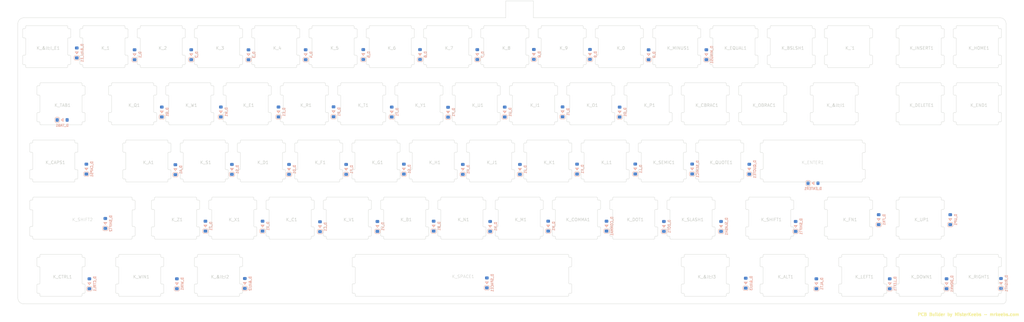
<source format=kicad_pcb>
(kicad_pcb (version 20171130) (host pcbnew "(5.0.2)-1")
  (layers (0 F.Cu signal) (31 B.Cu signal) (34 B.Paste user) (35 F.Paste user) (36 B.SilkS user) (37 F.SilkS user) (38 B.Mask user) (39 F.Mask user) (44 Edge.Cuts user))
  (net 0 "")
  (net 1 GND)
  (net 2 "Net-(D_1-Pad2)")
  (net 3 "Net-(D_2-Pad2)")
  (net 4 "Net-(D_3-Pad2)")
  (net 5 "Net-(D_4-Pad2)")
  (net 6 "Net-(D_5-Pad2)")
  (net 7 "Net-(D_6-Pad2)")
  (net 8 "Net-(D_7-Pad2)")
  (net 9 "Net-(D_8-Pad2)")
  (net 10 "Net-(D_9-Pad2)")
  (net 11 "Net-(D_0-Pad2)")
  (net 12 "Net-(D_SHIFT1-Pad2)")
  (net 13 "Net-(D_&lt;I2-Pad2)")
  (net 14 row4)
  (net 15 "Net-(D_&lt;I3-Pad2)")
  (net 16 "Net-(D_&lt;I_E1-Pad2)")
  (net 17 "Net-(D_A1-Pad2)")
  (net 18 "Net-(D_ALT1-Pad2)")
  (net 19 row3)
  (net 20 "Net-(D_B1-Pad2)")
  (net 21 "Net-(D_C1-Pad2)")
  (net 22 "Net-(D_CAPS1-Pad2)")
  (net 23 "Net-(D_COMMA1-Pad2)")
  (net 24 "Net-(D_CTRL1-Pad2)")
  (net 25 "Net-(D_D1-Pad2)")
  (net 26 "Net-(D_DOT1-Pad2)")
  (net 27 "Net-(D_DOWN1-Pad2)")
  (net 28 "Net-(D_E1-Pad2)")
  (net 29 "Net-(D_ENTER1-Pad2)")
  (net 30 "Net-(D_F1-Pad2)")
  (net 31 "Net-(D_FN1-Pad2)")
  (net 32 "Net-(D_G1-Pad2)")
  (net 33 "Net-(D_H1-Pad2)")
  (net 34 "Net-(D_I1-Pad2)")
  (net 35 "Net-(D_J1-Pad2)")
  (net 36 "Net-(D_K1-Pad2)")
  (net 37 "Net-(D_L1-Pad2)")
  (net 38 "Net-(D_LEFT1-Pad2)")
  (net 39 "Net-(D_M1-Pad2)")
  (net 40 "Net-(D_MINUS1-Pad2)")
  (net 41 "Net-(D_N1-Pad2)")
  (net 42 "Net-(D_O1-Pad2)")
  (net 43 "Net-(D_Q1-Pad2)")
  (net 44 "Net-(D_QUOTE1-Pad2)")
  (net 45 "Net-(D_R1-Pad2)")
  (net 46 "Net-(D_RIGHT1-Pad2)")
  (net 47 "Net-(D_S1-Pad2)")
  (net 48 "Net-(D_SEMIC1-Pad2)")
  (net 49 "Net-(D_SHIFT2-Pad2)")
  (net 50 "Net-(D_SLASH1-Pad2)")
  (net 51 "Net-(D_SPACE1-Pad2)")
  (net 52 "Net-(D_T1-Pad2)")
  (net 53 "Net-(D_TAB1-Pad2)")
  (net 54 "Net-(D_U1-Pad2)")
  (net 55 "Net-(D_UP1-Pad2)")
  (net 56 "Net-(D_V1-Pad2)")
  (net 57 "Net-(D_W1-Pad2)")
  (net 58 "Net-(D_WIN1-Pad2)")
  (net 59 "Net-(D_X1-Pad2)")
  (net 60 "Net-(D_Y1-Pad2)")
  (net 61 "Net-(D_Z1-Pad2)")
  (net 62 "Net-(D_0-Pad1)")
  (net 63 "Net-(D_1-Pad1)")
  (net 64 "Net-(D_2-Pad1)")
  (net 65 "Net-(D_3-Pad1)")
  (net 66 "Net-(D_4-Pad1)")
  (net 67 "Net-(D_5-Pad1)")
  (net 68 "Net-(D_6-Pad1)")
  (net 69 "Net-(D_7-Pad1)")
  (net 70 "Net-(D_8-Pad1)")
  (net 71 "Net-(D_9-Pad1)")
  (net 72 "Net-(D_&lt;I3-Pad1)")
  (net 73 "Net-(D_&lt;I_E1-Pad1)")
  (net 74 "Net-(D_A1-Pad1)")
  (net 75 "Net-(D_B1-Pad1)")
  (net 76 "Net-(D_CAPS1-Pad1)")
  (net 77 "Net-(D_E1-Pad1)")
  (net 78 "Net-(D_MINUS1-Pad1)")
  (net 79 "Net-(D_TAB1-Pad1)")
  (module acheron_Components:D_SOD-123 (layer B.Cu) (at 267.3 50.31 90)
    (fp_text reference D_0 (at 0 1.8 -90) (layer B.SilkS) (effects (font (size 0.8 0.8) (thickness 0.2)) (justify mirror)))
    (fp_text value D)
    (pad 1 smd roundrect (at -1.65 0 90) (size 1 1.2) (layers B.Cu B.Paste B.Mask) (net 62 "Net-(D_0-Pad1)"))
    (pad 2 smd roundrect (at 1.65 0 90) (size 1 1.2) (layers B.Cu B.Paste B.Mask) (net 11 "Net-(D_0-Pad2)"))
  )
  (module acheron_Components:D_SOD-123 (layer B.Cu) (at 96.33 50.31 90)
    (fp_text reference D_1 (at 0 1.8 -90) (layer B.SilkS) (effects (font (size 0.8 0.8) (thickness 0.2)) (justify mirror)))
    (fp_text value D)
    (pad 1 smd roundrect (at -1.65 0 90) (size 1 1.2) (layers B.Cu B.Paste B.Mask) (net 63 "Net-(D_1-Pad1)"))
    (pad 2 smd roundrect (at 1.65 0 90) (size 1 1.2) (layers B.Cu B.Paste B.Mask) (net 2 "Net-(D_1-Pad2)"))
  )
  (module acheron_Components:D_SOD-123 (layer B.Cu) (at 115.18 50.29 90)
    (fp_text reference D_2 (at 0 1.8 -90) (layer B.SilkS) (effects (font (size 0.8 0.8) (thickness 0.2)) (justify mirror)))
    (fp_text value D)
    (pad 1 smd roundrect (at -1.65 0 90) (size 1 1.2) (layers B.Cu B.Paste B.Mask) (net 64 "Net-(D_2-Pad1)"))
    (pad 2 smd roundrect (at 1.65 0 90) (size 1 1.2) (layers B.Cu B.Paste B.Mask) (net 3 "Net-(D_2-Pad2)"))
  )
  (module acheron_Components:D_SOD-123 (layer B.Cu) (at 134.22 50.32 90)
    (fp_text reference D_3 (at 0 1.8 -90) (layer B.SilkS) (effects (font (size 0.8 0.8) (thickness 0.2)) (justify mirror)))
    (fp_text value D)
    (pad 2 smd roundrect (at 1.65 0 90) (size 1 1.2) (layers B.Cu B.Paste B.Mask) (net 4 "Net-(D_3-Pad2)"))
    (pad 1 smd roundrect (at -1.65 0 90) (size 1 1.2) (layers B.Cu B.Paste B.Mask) (net 65 "Net-(D_3-Pad1)"))
  )
  (module acheron_Components:D_SOD-123 (layer B.Cu) (at 153.23 50.3 90)
    (fp_text reference D_4 (at 0 1.8 -90) (layer B.SilkS) (effects (font (size 0.8 0.8) (thickness 0.2)) (justify mirror)))
    (fp_text value D)
    (pad 1 smd roundrect (at -1.65 0 90) (size 1 1.2) (layers B.Cu B.Paste B.Mask) (net 66 "Net-(D_4-Pad1)"))
    (pad 2 smd roundrect (at 1.65 0 90) (size 1 1.2) (layers B.Cu B.Paste B.Mask) (net 5 "Net-(D_4-Pad2)"))
  )
  (module acheron_Components:D_SOD-123 (layer B.Cu) (at 172.4 50.24 90)
    (fp_text reference D_5 (at 0 1.8 -90) (layer B.SilkS) (effects (font (size 0.8 0.8) (thickness 0.2)) (justify mirror)))
    (fp_text value D)
    (pad 2 smd roundrect (at 1.65 0 90) (size 1 1.2) (layers B.Cu B.Paste B.Mask) (net 6 "Net-(D_5-Pad2)"))
    (pad 1 smd roundrect (at -1.65 0 90) (size 1 1.2) (layers B.Cu B.Paste B.Mask) (net 67 "Net-(D_5-Pad1)"))
  )
  (module acheron_Components:D_SOD-123 (layer B.Cu) (at 191.27 50.24 90)
    (fp_text reference D_6 (at 0 1.8 -90) (layer B.SilkS) (effects (font (size 0.8 0.8) (thickness 0.2)) (justify mirror)))
    (fp_text value D)
    (pad 1 smd roundrect (at -1.65 0 90) (size 1 1.2) (layers B.Cu B.Paste B.Mask) (net 68 "Net-(D_6-Pad1)"))
    (pad 2 smd roundrect (at 1.65 0 90) (size 1 1.2) (layers B.Cu B.Paste B.Mask) (net 7 "Net-(D_6-Pad2)"))
  )
  (module acheron_Components:D_SOD-123 (layer B.Cu) (at 210.32 50.26 90)
    (fp_text reference D_7 (at 0 1.8 -90) (layer B.SilkS) (effects (font (size 0.8 0.8) (thickness 0.2)) (justify mirror)))
    (fp_text value D)
    (pad 2 smd roundrect (at 1.65 0 90) (size 1 1.2) (layers B.Cu B.Paste B.Mask) (net 8 "Net-(D_7-Pad2)"))
    (pad 1 smd roundrect (at -1.65 0 90) (size 1 1.2) (layers B.Cu B.Paste B.Mask) (net 69 "Net-(D_7-Pad1)"))
  )
  (module acheron_Components:D_SOD-123 (layer B.Cu) (at 229.13 50.2 90)
    (fp_text reference D_8 (at 0 1.8 -90) (layer B.SilkS) (effects (font (size 0.8 0.8) (thickness 0.2)) (justify mirror)))
    (fp_text value D)
    (pad 1 smd roundrect (at -1.65 0 90) (size 1 1.2) (layers B.Cu B.Paste B.Mask) (net 70 "Net-(D_8-Pad1)"))
    (pad 2 smd roundrect (at 1.65 0 90) (size 1 1.2) (layers B.Cu B.Paste B.Mask) (net 9 "Net-(D_8-Pad2)"))
  )
  (module acheron_Components:D_SOD-123 (layer B.Cu) (at 247.8 50.2 90)
    (fp_text reference D_9 (at 0 1.8 -90) (layer B.SilkS) (effects (font (size 0.8 0.8) (thickness 0.2)) (justify mirror)))
    (fp_text value D)
    (pad 2 smd roundrect (at 1.65 0 90) (size 1 1.2) (layers B.Cu B.Paste B.Mask) (net 10 "Net-(D_9-Pad2)"))
    (pad 1 smd roundrect (at -1.65 0 90) (size 1 1.2) (layers B.Cu B.Paste B.Mask) (net 71 "Net-(D_9-Pad1)"))
  )
  (module acheron_Components:D_SOD-123 (layer B.Cu) (at 133 126.5 90)
    (fp_text reference D_&lt;I2 (at 0 1.8 -90) (layer B.SilkS) (effects (font (size 0.8 0.8) (thickness 0.2)) (justify mirror)))
    (fp_text value D)
    (pad 2 smd roundrect (at 1.65 0 90) (size 1 1.2) (layers B.Cu B.Paste B.Mask) (net 13 "Net-(D_&lt;I2-Pad2)"))
    (pad 1 smd roundrect (at -1.65 0 90) (size 1 1.2) (layers B.Cu B.Paste B.Mask) (net 14 row4))
  )
  (module acheron_Components:D_SOD-123 (layer B.Cu) (at 299.6 126.4 90)
    (fp_text reference D_&lt;I3 (at 0 1.8 -90) (layer B.SilkS) (effects (font (size 0.8 0.8) (thickness 0.2)) (justify mirror)))
    (fp_text value D)
    (pad 2 smd roundrect (at 1.65 0 90) (size 1 1.2) (layers B.Cu B.Paste B.Mask) (net 15 "Net-(D_&lt;I3-Pad2)"))
    (pad 1 smd roundrect (at -1.65 0 90) (size 1 1.2) (layers B.Cu B.Paste B.Mask) (net 72 "Net-(D_&lt;I3-Pad1)"))
  )
  (module acheron_Components:D_SOD-123 (layer B.Cu) (at 77.1 49.7 90)
    (fp_text reference D_&lt;I_E1 (at 0 1.8 -90) (layer B.SilkS) (effects (font (size 0.8 0.8) (thickness 0.2)) (justify mirror)))
    (fp_text value D)
    (pad 2 smd roundrect (at 1.65 0 90) (size 1 1.2) (layers B.Cu B.Paste B.Mask) (net 16 "Net-(D_&lt;I_E1-Pad2)"))
    (pad 1 smd roundrect (at -1.65 0 90) (size 1 1.2) (layers B.Cu B.Paste B.Mask) (net 73 "Net-(D_&lt;I_E1-Pad1)"))
  )
  (module acheron_Components:D_SOD-123 (layer B.Cu) (at 109.9 88.6 90)
    (fp_text reference D_A1 (at 0 1.8 -90) (layer B.SilkS) (effects (font (size 0.8 0.8) (thickness 0.2)) (justify mirror)))
    (fp_text value D)
    (pad 2 smd roundrect (at 1.65 0 90) (size 1 1.2) (layers B.Cu B.Paste B.Mask) (net 17 "Net-(D_A1-Pad2)"))
    (pad 1 smd roundrect (at -1.65 0 90) (size 1 1.2) (layers B.Cu B.Paste B.Mask) (net 74 "Net-(D_A1-Pad1)"))
  )
  (module acheron_Components:D_SOD-123 (layer B.Cu) (at 323.1 126.6 90)
    (fp_text reference D_ALT1 (at 0 1.8 -90) (layer B.SilkS) (effects (font (size 0.8 0.8) (thickness 0.2)) (justify mirror)))
    (fp_text value D)
    (pad 1 smd roundrect (at -1.65 0 90) (size 1 1.2) (layers B.Cu B.Paste B.Mask) (net 72 "Net-(D_&lt;I3-Pad1)"))
    (pad 2 smd roundrect (at 1.65 0 90) (size 1 1.2) (layers B.Cu B.Paste B.Mask) (net 18 "Net-(D_ALT1-Pad2)"))
  )
  (module acheron_Components:D_SOD-123 (layer B.Cu) (at 195.8 107.4 90)
    (fp_text reference D_B1 (at 0 1.8 -90) (layer B.SilkS) (effects (font (size 0.8 0.8) (thickness 0.2)) (justify mirror)))
    (fp_text value D)
    (pad 1 smd roundrect (at -1.65 0 90) (size 1 1.2) (layers B.Cu B.Paste B.Mask) (net 75 "Net-(D_B1-Pad1)"))
    (pad 2 smd roundrect (at 1.65 0 90) (size 1 1.2) (layers B.Cu B.Paste B.Mask) (net 20 "Net-(D_B1-Pad2)"))
  )
  (module acheron_Components:D_SOD-123 (layer B.Cu) (at 158 107.6 90)
    (fp_text reference D_C1 (at 0 1.8 -90) (layer B.SilkS) (effects (font (size 0.8 0.8) (thickness 0.2)) (justify mirror)))
    (fp_text value D)
    (pad 1 smd roundrect (at -1.65 0 90) (size 1 1.2) (layers B.Cu B.Paste B.Mask) (net 75 "Net-(D_B1-Pad1)"))
    (pad 2 smd roundrect (at 1.65 0 90) (size 1 1.2) (layers B.Cu B.Paste B.Mask) (net 21 "Net-(D_C1-Pad2)"))
  )
  (module acheron_Components:D_SOD-123 (layer B.Cu) (at 80.3 88.4 90)
    (fp_text reference D_CAPS1 (at 0 1.8 -90) (layer B.SilkS) (effects (font (size 0.8 0.8) (thickness 0.2)) (justify mirror)))
    (fp_text value D)
    (pad 1 smd roundrect (at -1.65 0 90) (size 1 1.2) (layers B.Cu B.Paste B.Mask) (net 76 "Net-(D_CAPS1-Pad1)"))
    (pad 2 smd roundrect (at 1.65 0 90) (size 1 1.2) (layers B.Cu B.Paste B.Mask) (net 22 "Net-(D_CAPS1-Pad2)"))
  )
  (module acheron_Components:D_SOD-123 (layer B.Cu) (at 253.3 107.4 90)
    (fp_text reference D_COMMA1 (at 0 1.8 -90) (layer B.SilkS) (effects (font (size 0.8 0.8) (thickness 0.2)) (justify mirror)))
    (fp_text value D)
    (pad 2 smd roundrect (at 1.65 0 90) (size 1 1.2) (layers B.Cu B.Paste B.Mask) (net 23 "Net-(D_COMMA1-Pad2)"))
    (pad 1 smd roundrect (at -1.65 0 90) (size 1 1.2) (layers B.Cu B.Paste B.Mask) (net 75 "Net-(D_B1-Pad1)"))
  )
  (module acheron_Components:D_SOD-123 (layer B.Cu) (at 81.3 126.6 90)
    (fp_text reference D_CTRL1 (at 0 1.8 -90) (layer B.SilkS) (effects (font (size 0.8 0.8) (thickness 0.2)) (justify mirror)))
    (fp_text value D)
    (pad 2 smd roundrect (at 1.65 0 90) (size 1 1.2) (layers B.Cu B.Paste B.Mask) (net 24 "Net-(D_CTRL1-Pad2)"))
    (pad 1 smd roundrect (at -1.65 0 90) (size 1 1.2) (layers B.Cu B.Paste B.Mask) (net 14 row4))
  )
  (module acheron_Components:D_SOD-123 (layer B.Cu) (at 147.7 88.5 90)
    (fp_text reference D_D1 (at 0 1.8 -90) (layer B.SilkS) (effects (font (size 0.8 0.8) (thickness 0.2)) (justify mirror)))
    (fp_text value D)
    (pad 2 smd roundrect (at 1.65 0 90) (size 1 1.2) (layers B.Cu B.Paste B.Mask) (net 25 "Net-(D_D1-Pad2)"))
    (pad 1 smd roundrect (at -1.65 0 90) (size 1 1.2) (layers B.Cu B.Paste B.Mask) (net 74 "Net-(D_A1-Pad1)"))
  )
  (module acheron_Components:D_SOD-123 (layer B.Cu) (at 272.3825 107.5 90)
    (fp_text reference D_DOT1 (at 0 1.8 -90) (layer B.SilkS) (effects (font (size 0.8 0.8) (thickness 0.2)) (justify mirror)))
    (fp_text value D)
    (pad 1 smd roundrect (at -1.65 0 90) (size 1 1.2) (layers B.Cu B.Paste B.Mask) (net 75 "Net-(D_B1-Pad1)"))
    (pad 2 smd roundrect (at 1.65 0 90) (size 1 1.2) (layers B.Cu B.Paste B.Mask) (net 26 "Net-(D_DOT1-Pad2)"))
  )
  (module acheron_Components:D_SOD-123 (layer B.Cu) (at 366.4 126.6 90)
    (fp_text reference D_DOWN1 (at 0 1.8 -90) (layer B.SilkS) (effects (font (size 0.8 0.8) (thickness 0.2)) (justify mirror)))
    (fp_text value D)
    (pad 1 smd roundrect (at -1.65 0 90) (size 1 1.2) (layers B.Cu B.Paste B.Mask) (net 72 "Net-(D_&lt;I3-Pad1)"))
    (pad 2 smd roundrect (at 1.65 0 90) (size 1 1.2) (layers B.Cu B.Paste B.Mask) (net 27 "Net-(D_DOWN1-Pad2)"))
  )
  (module acheron_Components:D_SOD-123 (layer B.Cu) (at 144.2 69.37 90)
    (fp_text reference D_E1 (at 0 1.8 -90) (layer B.SilkS) (effects (font (size 0.8 0.8) (thickness 0.2)) (justify mirror)))
    (fp_text value D)
    (pad 2 smd roundrect (at 1.65 0 90) (size 1 1.2) (layers B.Cu B.Paste B.Mask) (net 28 "Net-(D_E1-Pad2)"))
    (pad 1 smd roundrect (at -1.65 0 90) (size 1 1.2) (layers B.Cu B.Paste B.Mask) (net 77 "Net-(D_E1-Pad1)"))
  )
  (module acheron_Components:D_SOD-123 (layer B.Cu) (at 321.98 93.09)
    (fp_text reference D_ENTER1 (at 0 1.8 -180) (layer B.SilkS) (effects (font (size 0.8 0.8) (thickness 0.2)) (justify mirror)))
    (fp_text value D)
    (pad 1 smd roundrect (at -1.65 0) (size 1 1.2) (layers B.Cu B.Paste B.Mask) (net 74 "Net-(D_A1-Pad1)"))
    (pad 2 smd roundrect (at 1.65 0) (size 1 1.2) (layers B.Cu B.Paste B.Mask) (net 29 "Net-(D_ENTER1-Pad2)"))
  )
  (module acheron_Components:D_SOD-123 (layer B.Cu) (at 166.7 88.5 90)
    (fp_text reference D_F1 (at 0 1.8 -90) (layer B.SilkS) (effects (font (size 0.8 0.8) (thickness 0.2)) (justify mirror)))
    (fp_text value D)
    (pad 2 smd roundrect (at 1.65 0 90) (size 1 1.2) (layers B.Cu B.Paste B.Mask) (net 30 "Net-(D_F1-Pad2)"))
    (pad 1 smd roundrect (at -1.65 0 90) (size 1 1.2) (layers B.Cu B.Paste B.Mask) (net 74 "Net-(D_A1-Pad1)"))
  )
  (module acheron_Components:D_SOD-123 (layer B.Cu) (at 343.82 105.245 90)
    (fp_text reference D_FN1 (at 0 1.8 -90) (layer B.SilkS) (effects (font (size 0.8 0.8) (thickness 0.2)) (justify mirror)))
    (fp_text value D)
    (pad 2 smd roundrect (at 1.65 0 90) (size 1 1.2) (layers B.Cu B.Paste B.Mask) (net 31 "Net-(D_FN1-Pad2)"))
    (pad 1 smd roundrect (at -1.65 0 90) (size 1 1.2) (layers B.Cu B.Paste B.Mask) (net 75 "Net-(D_B1-Pad1)"))
  )
  (module acheron_Components:D_SOD-123 (layer B.Cu) (at 185.9 88.4 90)
    (fp_text reference D_G1 (at 0 1.8 -90) (layer B.SilkS) (effects (font (size 0.8 0.8) (thickness 0.2)) (justify mirror)))
    (fp_text value D)
    (pad 1 smd roundrect (at -1.65 0 90) (size 1 1.2) (layers B.Cu B.Paste B.Mask) (net 74 "Net-(D_A1-Pad1)"))
    (pad 2 smd roundrect (at 1.65 0 90) (size 1 1.2) (layers B.Cu B.Paste B.Mask) (net 32 "Net-(D_G1-Pad2)"))
  )
  (module acheron_Components:D_SOD-123 (layer B.Cu) (at 205.5 88.5 90)
    (fp_text reference D_H1 (at 0 1.8 -90) (layer B.SilkS) (effects (font (size 0.8 0.8) (thickness 0.2)) (justify mirror)))
    (fp_text value D)
    (pad 2 smd roundrect (at 1.65 0 90) (size 1 1.2) (layers B.Cu B.Paste B.Mask) (net 33 "Net-(D_H1-Pad2)"))
    (pad 1 smd roundrect (at -1.65 0 90) (size 1 1.2) (layers B.Cu B.Paste B.Mask) (net 74 "Net-(D_A1-Pad1)"))
  )
  (module acheron_Components:D_SOD-123 (layer B.Cu) (at 238.68 69.33 90)
    (fp_text reference D_I1 (at 0 1.8 -90) (layer B.SilkS) (effects (font (size 0.8 0.8) (thickness 0.2)) (justify mirror)))
    (fp_text value D)
    (pad 1 smd roundrect (at -1.65 0 90) (size 1 1.2) (layers B.Cu B.Paste B.Mask) (net 77 "Net-(D_E1-Pad1)"))
    (pad 2 smd roundrect (at 1.65 0 90) (size 1 1.2) (layers B.Cu B.Paste B.Mask) (net 34 "Net-(D_I1-Pad2)"))
  )
  (module acheron_Components:D_SOD-123 (layer B.Cu) (at 224.5 88.5 90)
    (fp_text reference D_J1 (at 0 1.8 -90) (layer B.SilkS) (effects (font (size 0.8 0.8) (thickness 0.2)) (justify mirror)))
    (fp_text value D)
    (pad 1 smd roundrect (at -1.65 0 90) (size 1 1.2) (layers B.Cu B.Paste B.Mask) (net 74 "Net-(D_A1-Pad1)"))
    (pad 2 smd roundrect (at 1.65 0 90) (size 1 1.2) (layers B.Cu B.Paste B.Mask) (net 35 "Net-(D_J1-Pad2)"))
  )
  (module acheron_Components:D_SOD-123 (layer B.Cu) (at 243.5 88.4 90)
    (fp_text reference D_K1 (at 0 1.8 -90) (layer B.SilkS) (effects (font (size 0.8 0.8) (thickness 0.2)) (justify mirror)))
    (fp_text value D)
    (pad 2 smd roundrect (at 1.65 0 90) (size 1 1.2) (layers B.Cu B.Paste B.Mask) (net 36 "Net-(D_K1-Pad2)"))
    (pad 1 smd roundrect (at -1.65 0 90) (size 1 1.2) (layers B.Cu B.Paste B.Mask) (net 74 "Net-(D_A1-Pad1)"))
  )
  (module acheron_Components:D_SOD-123 (layer B.Cu) (at 262.86 88.37 90)
    (fp_text reference D_L1 (at 0 1.8 -90) (layer B.SilkS) (effects (font (size 0.8 0.8) (thickness 0.2)) (justify mirror)))
    (fp_text value D)
    (pad 1 smd roundrect (at -1.65 0 90) (size 1 1.2) (layers B.Cu B.Paste B.Mask) (net 74 "Net-(D_A1-Pad1)"))
    (pad 2 smd roundrect (at 1.65 0 90) (size 1 1.2) (layers B.Cu B.Paste B.Mask) (net 37 "Net-(D_L1-Pad2)"))
  )
  (module acheron_Components:D_SOD-123 (layer B.Cu) (at 347.5 126.6 90)
    (fp_text reference D_LEFT1 (at 0 1.8 -90) (layer B.SilkS) (effects (font (size 0.8 0.8) (thickness 0.2)) (justify mirror)))
    (fp_text value D)
    (pad 2 smd roundrect (at 1.65 0 90) (size 1 1.2) (layers B.Cu B.Paste B.Mask) (net 38 "Net-(D_LEFT1-Pad2)"))
    (pad 1 smd roundrect (at -1.65 0 90) (size 1 1.2) (layers B.Cu B.Paste B.Mask) (net 72 "Net-(D_&lt;I3-Pad1)"))
  )
  (module acheron_Components:D_SOD-123 (layer B.Cu) (at 233.9 107.4 90)
    (fp_text reference D_M1 (at 0 1.8 -90) (layer B.SilkS) (effects (font (size 0.8 0.8) (thickness 0.2)) (justify mirror)))
    (fp_text value D)
    (pad 1 smd roundrect (at -1.65 0 90) (size 1 1.2) (layers B.Cu B.Paste B.Mask) (net 75 "Net-(D_B1-Pad1)"))
    (pad 2 smd roundrect (at 1.65 0 90) (size 1 1.2) (layers B.Cu B.Paste B.Mask) (net 39 "Net-(D_M1-Pad2)"))
  )
  (module acheron_Components:D_SOD-123 (layer B.Cu) (at 286.51 50.3 90)
    (fp_text reference D_MINUS1 (at 0 1.8 -90) (layer B.SilkS) (effects (font (size 0.8 0.8) (thickness 0.2)) (justify mirror)))
    (fp_text value D)
    (pad 2 smd roundrect (at 1.65 0 90) (size 1 1.2) (layers B.Cu B.Paste B.Mask) (net 40 "Net-(D_MINUS1-Pad2)"))
    (pad 1 smd roundrect (at -1.65 0 90) (size 1 1.2) (layers B.Cu B.Paste B.Mask) (net 78 "Net-(D_MINUS1-Pad1)"))
  )
  (module acheron_Components:D_SOD-123 (layer B.Cu) (at 214.6 107.5 90)
    (fp_text reference D_N1 (at 0 1.8 -90) (layer B.SilkS) (effects (font (size 0.8 0.8) (thickness 0.2)) (justify mirror)))
    (fp_text value D)
    (pad 2 smd roundrect (at 1.65 0 90) (size 1 1.2) (layers B.Cu B.Paste B.Mask) (net 41 "Net-(D_N1-Pad2)"))
    (pad 1 smd roundrect (at -1.65 0 90) (size 1 1.2) (layers B.Cu B.Paste B.Mask) (net 75 "Net-(D_B1-Pad1)"))
  )
  (module acheron_Components:D_SOD-123 (layer B.Cu) (at 257.66 69.4 90)
    (fp_text reference D_O1 (at 0 1.8 -90) (layer B.SilkS) (effects (font (size 0.8 0.8) (thickness 0.2)) (justify mirror)))
    (fp_text value D)
    (pad 2 smd roundrect (at 1.65 0 90) (size 1 1.2) (layers B.Cu B.Paste B.Mask) (net 42 "Net-(D_O1-Pad2)"))
    (pad 1 smd roundrect (at -1.65 0 90) (size 1 1.2) (layers B.Cu B.Paste B.Mask) (net 77 "Net-(D_E1-Pad1)"))
  )
  (module acheron_Components:D_SOD-123 (layer B.Cu) (at 105.38 69.38 90)
    (fp_text reference D_Q1 (at 0 1.8 -90) (layer B.SilkS) (effects (font (size 0.8 0.8) (thickness 0.2)) (justify mirror)))
    (fp_text value D)
    (pad 1 smd roundrect (at -1.65 0 90) (size 1 1.2) (layers B.Cu B.Paste B.Mask) (net 77 "Net-(D_E1-Pad1)"))
    (pad 2 smd roundrect (at 1.65 0 90) (size 1 1.2) (layers B.Cu B.Paste B.Mask) (net 43 "Net-(D_Q1-Pad2)"))
  )
  (module acheron_Components:D_SOD-123 (layer B.Cu) (at 300.79 88.44 90)
    (fp_text reference D_QUOTE1 (at 0 1.8 -90) (layer B.SilkS) (effects (font (size 0.8 0.8) (thickness 0.2)) (justify mirror)))
    (fp_text value D)
    (pad 1 smd roundrect (at -1.65 0 90) (size 1 1.2) (layers B.Cu B.Paste B.Mask) (net 74 "Net-(D_A1-Pad1)"))
    (pad 2 smd roundrect (at 1.65 0 90) (size 1 1.2) (layers B.Cu B.Paste B.Mask) (net 44 "Net-(D_QUOTE1-Pad2)"))
  )
  (module acheron_Components:D_SOD-123 (layer B.Cu) (at 162.51 69.31 90)
    (fp_text reference D_R1 (at 0 1.8 -90) (layer B.SilkS) (effects (font (size 0.8 0.8) (thickness 0.2)) (justify mirror)))
    (fp_text value D)
    (pad 2 smd roundrect (at 1.65 0 90) (size 1 1.2) (layers B.Cu B.Paste B.Mask) (net 45 "Net-(D_R1-Pad2)"))
    (pad 1 smd roundrect (at -1.65 0 90) (size 1 1.2) (layers B.Cu B.Paste B.Mask) (net 77 "Net-(D_E1-Pad1)"))
  )
  (module acheron_Components:D_SOD-123 (layer B.Cu) (at 384.5 126.5 90)
    (fp_text reference D_RIGHT1 (at 0 1.8 -90) (layer B.SilkS) (effects (font (size 0.8 0.8) (thickness 0.2)) (justify mirror)))
    (fp_text value D)
    (pad 2 smd roundrect (at 1.65 0 90) (size 1 1.2) (layers B.Cu B.Paste B.Mask) (net 46 "Net-(D_RIGHT1-Pad2)"))
    (pad 1 smd roundrect (at -1.65 0 90) (size 1 1.2) (layers B.Cu B.Paste B.Mask) (net 72 "Net-(D_&lt;I3-Pad1)"))
  )
  (module acheron_Components:D_SOD-123 (layer B.Cu) (at 128.7 88.5 90)
    (fp_text reference D_S1 (at 0 1.8 -90) (layer B.SilkS) (effects (font (size 0.8 0.8) (thickness 0.2)) (justify mirror)))
    (fp_text value D)
    (pad 1 smd roundrect (at -1.65 0 90) (size 1 1.2) (layers B.Cu B.Paste B.Mask) (net 74 "Net-(D_A1-Pad1)"))
    (pad 2 smd roundrect (at 1.65 0 90) (size 1 1.2) (layers B.Cu B.Paste B.Mask) (net 47 "Net-(D_S1-Pad2)"))
  )
  (module acheron_Components:D_SOD-123 (layer B.Cu) (at 281.79 88.37 90)
    (fp_text reference D_SEMIC1 (at 0 1.8 -90) (layer B.SilkS) (effects (font (size 0.8 0.8) (thickness 0.2)) (justify mirror)))
    (fp_text value D)
    (pad 2 smd roundrect (at 1.65 0 90) (size 1 1.2) (layers B.Cu B.Paste B.Mask) (net 48 "Net-(D_SEMIC1-Pad2)"))
    (pad 1 smd roundrect (at -1.65 0 90) (size 1 1.2) (layers B.Cu B.Paste B.Mask) (net 74 "Net-(D_A1-Pad1)"))
  )
  (module acheron_Components:D_SOD-123 (layer B.Cu) (at 316.2 107.5 90)
    (fp_text reference D_SHIFT1 (at 0 1.8 -90) (layer B.SilkS) (effects (font (size 0.8 0.8) (thickness 0.2)) (justify mirror)))
    (fp_text value D)
    (pad 1 smd roundrect (at -1.65 0 90) (size 1 1.2) (layers B.Cu B.Paste B.Mask) (net 75 "Net-(D_B1-Pad1)"))
    (pad 2 smd roundrect (at 1.65 0 90) (size 1 1.2) (layers B.Cu B.Paste B.Mask) (net 12 "Net-(D_SHIFT1-Pad2)"))
  )
  (module acheron_Components:D_SOD-123 (layer B.Cu) (at 86.6 106.5 90)
    (fp_text reference D_SHIFT2 (at 0 1.8 -90) (layer B.SilkS) (effects (font (size 0.8 0.8) (thickness 0.2)) (justify mirror)))
    (fp_text value D)
    (pad 1 smd roundrect (at -1.65 0 90) (size 1 1.2) (layers B.Cu B.Paste B.Mask) (net 19 row3))
    (pad 2 smd roundrect (at 1.65 0 90) (size 1 1.2) (layers B.Cu B.Paste B.Mask) (net 49 "Net-(D_SHIFT2-Pad2)"))
  )
  (module acheron_Components:D_SOD-123 (layer B.Cu) (at 291.4 107.5 90)
    (fp_text reference D_SLASH1 (at 0 1.8 -90) (layer B.SilkS) (effects (font (size 0.8 0.8) (thickness 0.2)) (justify mirror)))
    (fp_text value D)
    (pad 2 smd roundrect (at 1.65 0 90) (size 1 1.2) (layers B.Cu B.Paste B.Mask) (net 50 "Net-(D_SLASH1-Pad2)"))
    (pad 1 smd roundrect (at -1.65 0 90) (size 1 1.2) (layers B.Cu B.Paste B.Mask) (net 75 "Net-(D_B1-Pad1)"))
  )
  (module acheron_Components:D_SOD-123 (layer B.Cu) (at 213.5 126.3 90)
    (fp_text reference D_SPACE1 (at 0 1.8 -90) (layer B.SilkS) (effects (font (size 0.8 0.8) (thickness 0.2)) (justify mirror)))
    (fp_text value D)
    (pad 1 smd roundrect (at -1.65 0 90) (size 1 1.2) (layers B.Cu B.Paste B.Mask) (net 72 "Net-(D_&lt;I3-Pad1)"))
    (pad 2 smd roundrect (at 1.65 0 90) (size 1 1.2) (layers B.Cu B.Paste B.Mask) (net 51 "Net-(D_SPACE1-Pad2)"))
  )
  (module acheron_Components:D_SOD-123 (layer B.Cu) (at 181.86 69.39 90)
    (fp_text reference D_T1 (at 0 1.8 -90) (layer B.SilkS) (effects (font (size 0.8 0.8) (thickness 0.2)) (justify mirror)))
    (fp_text value D)
    (pad 2 smd roundrect (at 1.65 0 90) (size 1 1.2) (layers B.Cu B.Paste B.Mask) (net 52 "Net-(D_T1-Pad2)"))
    (pad 1 smd roundrect (at -1.65 0 90) (size 1 1.2) (layers B.Cu B.Paste B.Mask) (net 77 "Net-(D_E1-Pad1)"))
  )
  (module acheron_Components:D_SOD-123 (layer B.Cu) (at 72.25 72.03)
    (fp_text reference D_TAB1 (at 0 1.8 -180) (layer B.SilkS) (effects (font (size 0.8 0.8) (thickness 0.2)) (justify mirror)))
    (fp_text value D)
    (pad 2 smd roundrect (at 1.65 0) (size 1 1.2) (layers B.Cu B.Paste B.Mask) (net 53 "Net-(D_TAB1-Pad2)"))
    (pad 1 smd roundrect (at -1.65 0) (size 1 1.2) (layers B.Cu B.Paste B.Mask) (net 79 "Net-(D_TAB1-Pad1)"))
  )
  (module acheron_Components:D_SOD-123 (layer B.Cu) (at 219.44 69.39 90)
    (fp_text reference D_U1 (at 0 1.8 -90) (layer B.SilkS) (effects (font (size 0.8 0.8) (thickness 0.2)) (justify mirror)))
    (fp_text value D)
    (pad 2 smd roundrect (at 1.65 0 90) (size 1 1.2) (layers B.Cu B.Paste B.Mask) (net 54 "Net-(D_U1-Pad2)"))
    (pad 1 smd roundrect (at -1.65 0 90) (size 1 1.2) (layers B.Cu B.Paste B.Mask) (net 77 "Net-(D_E1-Pad1)"))
  )
  (module acheron_Components:D_SOD-123 (layer B.Cu) (at 367.6325 105.245 90)
    (fp_text reference D_UP1 (at 0 1.8 -90) (layer B.SilkS) (effects (font (size 0.8 0.8) (thickness 0.2)) (justify mirror)))
    (fp_text value D)
    (pad 1 smd roundrect (at -1.65 0 90) (size 1 1.2) (layers B.Cu B.Paste B.Mask) (net 75 "Net-(D_B1-Pad1)"))
    (pad 2 smd roundrect (at 1.65 0 90) (size 1 1.2) (layers B.Cu B.Paste B.Mask) (net 55 "Net-(D_UP1-Pad2)"))
  )
  (module acheron_Components:D_SOD-123 (layer B.Cu) (at 177.1 107.5 90)
    (fp_text reference D_V1 (at 0 1.8 -90) (layer B.SilkS) (effects (font (size 0.8 0.8) (thickness 0.2)) (justify mirror)))
    (fp_text value D)
    (pad 2 smd roundrect (at 1.65 0 90) (size 1 1.2) (layers B.Cu B.Paste B.Mask) (net 56 "Net-(D_V1-Pad2)"))
    (pad 1 smd roundrect (at -1.65 0 90) (size 1 1.2) (layers B.Cu B.Paste B.Mask) (net 75 "Net-(D_B1-Pad1)"))
  )
  (module acheron_Components:D_SOD-123 (layer B.Cu) (at 125.03 69.37 90)
    (fp_text reference D_W1 (at 0 1.8 -90) (layer B.SilkS) (effects (font (size 0.8 0.8) (thickness 0.2)) (justify mirror)))
    (fp_text value D)
    (pad 1 smd roundrect (at -1.65 0 90) (size 1 1.2) (layers B.Cu B.Paste B.Mask) (net 77 "Net-(D_E1-Pad1)"))
    (pad 2 smd roundrect (at 1.65 0 90) (size 1 1.2) (layers B.Cu B.Paste B.Mask) (net 57 "Net-(D_W1-Pad2)"))
  )
  (module acheron_Components:D_SOD-123 (layer B.Cu) (at 110.4 126.6 90)
    (fp_text reference D_WIN1 (at 0 1.8 -90) (layer B.SilkS) (effects (font (size 0.8 0.8) (thickness 0.2)) (justify mirror)))
    (fp_text value D)
    (pad 1 smd roundrect (at -1.65 0 90) (size 1 1.2) (layers B.Cu B.Paste B.Mask) (net 14 row4))
    (pad 2 smd roundrect (at 1.65 0 90) (size 1 1.2) (layers B.Cu B.Paste B.Mask) (net 58 "Net-(D_WIN1-Pad2)"))
  )
  (module acheron_Components:D_SOD-123 (layer B.Cu) (at 138.9 107.4 90)
    (fp_text reference D_X1 (at 0 1.8 -90) (layer B.SilkS) (effects (font (size 0.8 0.8) (thickness 0.2)) (justify mirror)))
    (fp_text value D)
    (pad 2 smd roundrect (at 1.65 0 90) (size 1 1.2) (layers B.Cu B.Paste B.Mask) (net 59 "Net-(D_X1-Pad2)"))
    (pad 1 smd roundrect (at -1.65 0 90) (size 1 1.2) (layers B.Cu B.Paste B.Mask) (net 19 row3))
  )
  (module acheron_Components:D_SOD-123 (layer B.Cu) (at 200.6 69.45 90)
    (fp_text reference D_Y1 (at 0 1.8 -90) (layer B.SilkS) (effects (font (size 0.8 0.8) (thickness 0.2)) (justify mirror)))
    (fp_text value D)
    (pad 1 smd roundrect (at -1.65 0 90) (size 1 1.2) (layers B.Cu B.Paste B.Mask) (net 77 "Net-(D_E1-Pad1)"))
    (pad 2 smd roundrect (at 1.65 0 90) (size 1 1.2) (layers B.Cu B.Paste B.Mask) (net 60 "Net-(D_Y1-Pad2)"))
  )
  (module acheron_Components:D_SOD-123 (layer B.Cu) (at 119.9 107.4 90)
    (fp_text reference D_Z1 (at 0 1.8 -90) (layer B.SilkS) (effects (font (size 0.8 0.8) (thickness 0.2)) (justify mirror)))
    (fp_text value D)
    (pad 1 smd roundrect (at -1.65 0 90) (size 1 1.2) (layers B.Cu B.Paste B.Mask) (net 19 row3))
    (pad 2 smd roundrect (at 1.65 0 90) (size 1 1.2) (layers B.Cu B.Paste B.Mask) (net 61 "Net-(D_Z1-Pad2)"))
  )
  (module acheron_SwitchSlots:slotMX100 (layer F.Cu) (at 257.595 47.595)
    (fp_text reference K_0 (at 0.5 0.5) (layer Edge.Cuts))
    (fp_text value KEYSW)
    (fp_arc (start -7.7 -5.7) (end -7.7 -6) (angle -90) (layer Edge.Cuts) (width 0.1))
    (fp_arc (start -7.7 3.2) (end -7.7 2.9) (angle -90) (layer Edge.Cuts) (width 0.1))
    (fp_arc (start 7.7 5.7) (end 7.7 6) (angle -90) (layer Edge.Cuts) (width 0.1))
    (fp_arc (start 7.7 -3.2) (end 7.7 -2.9) (angle -90) (layer Edge.Cuts) (width 0.1))
    (fp_arc (start -7.7 -3.2) (end -8 -3.2) (angle -90) (layer Edge.Cuts) (width 0.1))
    (fp_arc (start -7.3 -2.6) (end -7 -2.6) (angle -90) (layer Edge.Cuts) (width 0.1))
    (fp_arc (start -7.3 -6.3) (end -7.3 -6) (angle -90) (layer Edge.Cuts) (width 0.1))
    (fp_line (start -8 -5.7) (end -8 -3.2) (layer Edge.Cuts) (width 0.1))
    (fp_line (start -7.3 -2.9) (end -7.7 -2.9) (layer Edge.Cuts) (width 0.1))
    (fp_line (start -7.7 -6) (end -7.3 -6) (layer Edge.Cuts) (width 0.1))
    (fp_arc (start -7.3 6.3) (end -7 6.3) (angle -90) (layer Edge.Cuts) (width 0.1))
    (fp_arc (start -7.7 5.7) (end -8 5.7) (angle -90) (layer Edge.Cuts) (width 0.1))
    (fp_line (start -7.7 2.9) (end -7.3 2.9) (layer Edge.Cuts) (width 0.1))
    (fp_line (start -8 3.2) (end -8 5.7) (layer Edge.Cuts) (width 0.1))
    (fp_line (start -7.3 6) (end -7.7 6) (layer Edge.Cuts) (width 0.1))
    (fp_arc (start -7.3 2.6) (end -7.3 2.9) (angle -90) (layer Edge.Cuts) (width 0.1))
    (fp_arc (start 7.3 6.3) (end 7.3 6) (angle -90) (layer Edge.Cuts) (width 0.1))
    (fp_line (start 7.3 2.9) (end 7.7 2.9) (layer Edge.Cuts) (width 0.1))
    (fp_line (start 8 5.7) (end 8 3.2) (layer Edge.Cuts) (width 0.1))
    (fp_line (start 7.7 6) (end 7.3 6) (layer Edge.Cuts) (width 0.1))
    (fp_arc (start 7.7 3.2) (end 8 3.2) (angle -90) (layer Edge.Cuts) (width 0.1))
    (fp_arc (start 7.3 2.6) (end 7 2.6) (angle -90) (layer Edge.Cuts) (width 0.1))
    (fp_line (start 7 -6.7) (end 7 -6.3) (layer Edge.Cuts) (width 0.1))
    (fp_arc (start 7.7 -5.7) (end 8 -5.7) (angle -90) (layer Edge.Cuts) (width 0.1))
    (fp_arc (start 7.3 -6.3) (end 7 -6.3) (angle -90) (layer Edge.Cuts) (width 0.1))
    (fp_arc (start 6.7 6.7) (end 6.7 7) (angle -90) (layer Edge.Cuts) (width 0.1))
    (fp_line (start 7 2.6) (end 7 -2.6) (layer Edge.Cuts) (width 0.1))
    (fp_line (start 7.7 -2.9) (end 7.3 -2.9) (layer Edge.Cuts) (width 0.1))
    (fp_line (start 8 -3.2) (end 8 -5.7) (layer Edge.Cuts) (width 0.1))
    (fp_line (start 7.3 -6) (end 7.7 -6) (layer Edge.Cuts) (width 0.1))
    (fp_arc (start 7.3 -2.6) (end 7.3 -2.9) (angle -90) (layer Edge.Cuts) (width 0.1))
    (fp_arc (start 6.7 -6.7) (end 7 -6.7) (angle -90) (layer Edge.Cuts) (width 0.1))
    (fp_line (start 7 6.3) (end 7 6.7) (layer Edge.Cuts) (width 0.1))
    (fp_line (start -7 -6.3) (end -7 -6.7) (layer Edge.Cuts) (width 0.1))
    (fp_line (start -7 -2.6) (end -7 2.6) (layer Edge.Cuts) (width 0.1))
    (fp_line (start 6.7 -7) (end -6.7 -7) (layer Edge.Cuts) (width 0.1))
    (fp_arc (start -6.7 -6.7) (end -6.7 -7) (angle -90) (layer Edge.Cuts) (width 0.1))
    (fp_line (start -7 6.7) (end -7 6.3) (layer Edge.Cuts) (width 0.1))
    (fp_arc (start -6.7 6.7) (end -7 6.7) (angle -90) (layer Edge.Cuts) (width 0.1))
    (fp_line (start 6.7 7) (end -6.7 7) (layer Edge.Cuts) (width 0.1))
  )
  (module acheron_SwitchSlots:slotMX100 (layer F.Cu) (at 86.145 47.595)
    (fp_text reference K_1 (at 0.5 0.5) (layer Edge.Cuts))
    (fp_text value KEYSW)
    (fp_arc (start -7.7 -5.7) (end -7.7 -6) (angle -90) (layer Edge.Cuts) (width 0.1))
    (fp_arc (start -7.7 3.2) (end -7.7 2.9) (angle -90) (layer Edge.Cuts) (width 0.1))
    (fp_arc (start 7.7 5.7) (end 7.7 6) (angle -90) (layer Edge.Cuts) (width 0.1))
    (fp_arc (start 7.7 -3.2) (end 7.7 -2.9) (angle -90) (layer Edge.Cuts) (width 0.1))
    (fp_arc (start -7.7 -3.2) (end -8 -3.2) (angle -90) (layer Edge.Cuts) (width 0.1))
    (fp_arc (start -7.3 -2.6) (end -7 -2.6) (angle -90) (layer Edge.Cuts) (width 0.1))
    (fp_arc (start -7.3 -6.3) (end -7.3 -6) (angle -90) (layer Edge.Cuts) (width 0.1))
    (fp_line (start -8 -5.7) (end -8 -3.2) (layer Edge.Cuts) (width 0.1))
    (fp_line (start -7.3 -2.9) (end -7.7 -2.9) (layer Edge.Cuts) (width 0.1))
    (fp_line (start -7.7 -6) (end -7.3 -6) (layer Edge.Cuts) (width 0.1))
    (fp_arc (start -7.3 6.3) (end -7 6.3) (angle -90) (layer Edge.Cuts) (width 0.1))
    (fp_arc (start -7.7 5.7) (end -8 5.7) (angle -90) (layer Edge.Cuts) (width 0.1))
    (fp_line (start -7.7 2.9) (end -7.3 2.9) (layer Edge.Cuts) (width 0.1))
    (fp_line (start -8 3.2) (end -8 5.7) (layer Edge.Cuts) (width 0.1))
    (fp_line (start -7.3 6) (end -7.7 6) (layer Edge.Cuts) (width 0.1))
    (fp_arc (start -7.3 2.6) (end -7.3 2.9) (angle -90) (layer Edge.Cuts) (width 0.1))
    (fp_arc (start 7.3 6.3) (end 7.3 6) (angle -90) (layer Edge.Cuts) (width 0.1))
    (fp_line (start 7.3 2.9) (end 7.7 2.9) (layer Edge.Cuts) (width 0.1))
    (fp_line (start 8 5.7) (end 8 3.2) (layer Edge.Cuts) (width 0.1))
    (fp_line (start 7.7 6) (end 7.3 6) (layer Edge.Cuts) (width 0.1))
    (fp_arc (start 7.7 3.2) (end 8 3.2) (angle -90) (layer Edge.Cuts) (width 0.1))
    (fp_arc (start 7.3 2.6) (end 7 2.6) (angle -90) (layer Edge.Cuts) (width 0.1))
    (fp_line (start 7 -6.7) (end 7 -6.3) (layer Edge.Cuts) (width 0.1))
    (fp_arc (start 7.7 -5.7) (end 8 -5.7) (angle -90) (layer Edge.Cuts) (width 0.1))
    (fp_arc (start 7.3 -6.3) (end 7 -6.3) (angle -90) (layer Edge.Cuts) (width 0.1))
    (fp_arc (start 6.7 6.7) (end 6.7 7) (angle -90) (layer Edge.Cuts) (width 0.1))
    (fp_line (start 7 2.6) (end 7 -2.6) (layer Edge.Cuts) (width 0.1))
    (fp_line (start 7.7 -2.9) (end 7.3 -2.9) (layer Edge.Cuts) (width 0.1))
    (fp_line (start 8 -3.2) (end 8 -5.7) (layer Edge.Cuts) (width 0.1))
    (fp_line (start 7.3 -6) (end 7.7 -6) (layer Edge.Cuts) (width 0.1))
    (fp_arc (start 7.3 -2.6) (end 7.3 -2.9) (angle -90) (layer Edge.Cuts) (width 0.1))
    (fp_arc (start 6.7 -6.7) (end 7 -6.7) (angle -90) (layer Edge.Cuts) (width 0.1))
    (fp_line (start 7 6.3) (end 7 6.7) (layer Edge.Cuts) (width 0.1))
    (fp_line (start -7 -6.3) (end -7 -6.7) (layer Edge.Cuts) (width 0.1))
    (fp_line (start -7 -2.6) (end -7 2.6) (layer Edge.Cuts) (width 0.1))
    (fp_line (start 6.7 -7) (end -6.7 -7) (layer Edge.Cuts) (width 0.1))
    (fp_arc (start -6.7 -6.7) (end -6.7 -7) (angle -90) (layer Edge.Cuts) (width 0.1))
    (fp_line (start -7 6.7) (end -7 6.3) (layer Edge.Cuts) (width 0.1))
    (fp_arc (start -6.7 6.7) (end -7 6.7) (angle -90) (layer Edge.Cuts) (width 0.1))
    (fp_line (start 6.7 7) (end -6.7 7) (layer Edge.Cuts) (width 0.1))
  )
  (module acheron_SwitchSlots:slotMX100 (layer F.Cu) (at 105.195 47.595)
    (fp_text reference K_2 (at 0.5 0.5) (layer Edge.Cuts))
    (fp_text value KEYSW)
    (fp_line (start 6.7 7) (end -6.7 7) (layer Edge.Cuts) (width 0.1))
    (fp_arc (start -6.7 6.7) (end -7 6.7) (angle -90) (layer Edge.Cuts) (width 0.1))
    (fp_line (start -7 6.7) (end -7 6.3) (layer Edge.Cuts) (width 0.1))
    (fp_arc (start -6.7 -6.7) (end -6.7 -7) (angle -90) (layer Edge.Cuts) (width 0.1))
    (fp_line (start 6.7 -7) (end -6.7 -7) (layer Edge.Cuts) (width 0.1))
    (fp_line (start -7 -2.6) (end -7 2.6) (layer Edge.Cuts) (width 0.1))
    (fp_line (start -7 -6.3) (end -7 -6.7) (layer Edge.Cuts) (width 0.1))
    (fp_line (start 7 6.3) (end 7 6.7) (layer Edge.Cuts) (width 0.1))
    (fp_arc (start 6.7 -6.7) (end 7 -6.7) (angle -90) (layer Edge.Cuts) (width 0.1))
    (fp_arc (start 7.3 -2.6) (end 7.3 -2.9) (angle -90) (layer Edge.Cuts) (width 0.1))
    (fp_line (start 7.3 -6) (end 7.7 -6) (layer Edge.Cuts) (width 0.1))
    (fp_line (start 8 -3.2) (end 8 -5.7) (layer Edge.Cuts) (width 0.1))
    (fp_line (start 7.7 -2.9) (end 7.3 -2.9) (layer Edge.Cuts) (width 0.1))
    (fp_line (start 7 2.6) (end 7 -2.6) (layer Edge.Cuts) (width 0.1))
    (fp_arc (start 6.7 6.7) (end 6.7 7) (angle -90) (layer Edge.Cuts) (width 0.1))
    (fp_arc (start 7.3 -6.3) (end 7 -6.3) (angle -90) (layer Edge.Cuts) (width 0.1))
    (fp_arc (start 7.7 -5.7) (end 8 -5.7) (angle -90) (layer Edge.Cuts) (width 0.1))
    (fp_line (start 7 -6.7) (end 7 -6.3) (layer Edge.Cuts) (width 0.1))
    (fp_arc (start 7.3 2.6) (end 7 2.6) (angle -90) (layer Edge.Cuts) (width 0.1))
    (fp_arc (start 7.7 3.2) (end 8 3.2) (angle -90) (layer Edge.Cuts) (width 0.1))
    (fp_line (start 7.7 6) (end 7.3 6) (layer Edge.Cuts) (width 0.1))
    (fp_line (start 8 5.7) (end 8 3.2) (layer Edge.Cuts) (width 0.1))
    (fp_line (start 7.3 2.9) (end 7.7 2.9) (layer Edge.Cuts) (width 0.1))
    (fp_arc (start 7.3 6.3) (end 7.3 6) (angle -90) (layer Edge.Cuts) (width 0.1))
    (fp_arc (start -7.3 2.6) (end -7.3 2.9) (angle -90) (layer Edge.Cuts) (width 0.1))
    (fp_line (start -7.3 6) (end -7.7 6) (layer Edge.Cuts) (width 0.1))
    (fp_line (start -8 3.2) (end -8 5.7) (layer Edge.Cuts) (width 0.1))
    (fp_line (start -7.7 2.9) (end -7.3 2.9) (layer Edge.Cuts) (width 0.1))
    (fp_arc (start -7.7 5.7) (end -8 5.7) (angle -90) (layer Edge.Cuts) (width 0.1))
    (fp_arc (start -7.3 6.3) (end -7 6.3) (angle -90) (layer Edge.Cuts) (width 0.1))
    (fp_line (start -7.7 -6) (end -7.3 -6) (layer Edge.Cuts) (width 0.1))
    (fp_line (start -7.3 -2.9) (end -7.7 -2.9) (layer Edge.Cuts) (width 0.1))
    (fp_line (start -8 -5.7) (end -8 -3.2) (layer Edge.Cuts) (width 0.1))
    (fp_arc (start -7.3 -6.3) (end -7.3 -6) (angle -90) (layer Edge.Cuts) (width 0.1))
    (fp_arc (start -7.3 -2.6) (end -7 -2.6) (angle -90) (layer Edge.Cuts) (width 0.1))
    (fp_arc (start -7.7 -3.2) (end -8 -3.2) (angle -90) (layer Edge.Cuts) (width 0.1))
    (fp_arc (start 7.7 -3.2) (end 7.7 -2.9) (angle -90) (layer Edge.Cuts) (width 0.1))
    (fp_arc (start 7.7 5.7) (end 7.7 6) (angle -90) (layer Edge.Cuts) (width 0.1))
    (fp_arc (start -7.7 3.2) (end -7.7 2.9) (angle -90) (layer Edge.Cuts) (width 0.1))
    (fp_arc (start -7.7 -5.7) (end -7.7 -6) (angle -90) (layer Edge.Cuts) (width 0.1))
  )
  (module acheron_SwitchSlots:slotMX100 (layer F.Cu) (at 124.245 47.595)
    (fp_text reference K_3 (at 0.5 0.5) (layer Edge.Cuts))
    (fp_text value KEYSW)
    (fp_line (start 6.7 7) (end -6.7 7) (layer Edge.Cuts) (width 0.1))
    (fp_arc (start -6.7 6.7) (end -7 6.7) (angle -90) (layer Edge.Cuts) (width 0.1))
    (fp_line (start -7 6.7) (end -7 6.3) (layer Edge.Cuts) (width 0.1))
    (fp_arc (start -6.7 -6.7) (end -6.7 -7) (angle -90) (layer Edge.Cuts) (width 0.1))
    (fp_line (start 6.7 -7) (end -6.7 -7) (layer Edge.Cuts) (width 0.1))
    (fp_line (start -7 -2.6) (end -7 2.6) (layer Edge.Cuts) (width 0.1))
    (fp_line (start -7 -6.3) (end -7 -6.7) (layer Edge.Cuts) (width 0.1))
    (fp_line (start 7 6.3) (end 7 6.7) (layer Edge.Cuts) (width 0.1))
    (fp_arc (start 6.7 -6.7) (end 7 -6.7) (angle -90) (layer Edge.Cuts) (width 0.1))
    (fp_arc (start 7.3 -2.6) (end 7.3 -2.9) (angle -90) (layer Edge.Cuts) (width 0.1))
    (fp_line (start 7.3 -6) (end 7.7 -6) (layer Edge.Cuts) (width 0.1))
    (fp_line (start 8 -3.2) (end 8 -5.7) (layer Edge.Cuts) (width 0.1))
    (fp_line (start 7.7 -2.9) (end 7.3 -2.9) (layer Edge.Cuts) (width 0.1))
    (fp_line (start 7 2.6) (end 7 -2.6) (layer Edge.Cuts) (width 0.1))
    (fp_arc (start 6.7 6.7) (end 6.7 7) (angle -90) (layer Edge.Cuts) (width 0.1))
    (fp_arc (start 7.3 -6.3) (end 7 -6.3) (angle -90) (layer Edge.Cuts) (width 0.1))
    (fp_arc (start 7.7 -5.7) (end 8 -5.7) (angle -90) (layer Edge.Cuts) (width 0.1))
    (fp_line (start 7 -6.7) (end 7 -6.3) (layer Edge.Cuts) (width 0.1))
    (fp_arc (start 7.3 2.6) (end 7 2.6) (angle -90) (layer Edge.Cuts) (width 0.1))
    (fp_arc (start 7.7 3.2) (end 8 3.2) (angle -90) (layer Edge.Cuts) (width 0.1))
    (fp_line (start 7.7 6) (end 7.3 6) (layer Edge.Cuts) (width 0.1))
    (fp_line (start 8 5.7) (end 8 3.2) (layer Edge.Cuts) (width 0.1))
    (fp_line (start 7.3 2.9) (end 7.7 2.9) (layer Edge.Cuts) (width 0.1))
    (fp_arc (start 7.3 6.3) (end 7.3 6) (angle -90) (layer Edge.Cuts) (width 0.1))
    (fp_arc (start -7.3 2.6) (end -7.3 2.9) (angle -90) (layer Edge.Cuts) (width 0.1))
    (fp_line (start -7.3 6) (end -7.7 6) (layer Edge.Cuts) (width 0.1))
    (fp_line (start -8 3.2) (end -8 5.7) (layer Edge.Cuts) (width 0.1))
    (fp_line (start -7.7 2.9) (end -7.3 2.9) (layer Edge.Cuts) (width 0.1))
    (fp_arc (start -7.7 5.7) (end -8 5.7) (angle -90) (layer Edge.Cuts) (width 0.1))
    (fp_arc (start -7.3 6.3) (end -7 6.3) (angle -90) (layer Edge.Cuts) (width 0.1))
    (fp_line (start -7.7 -6) (end -7.3 -6) (layer Edge.Cuts) (width 0.1))
    (fp_line (start -7.3 -2.9) (end -7.7 -2.9) (layer Edge.Cuts) (width 0.1))
    (fp_line (start -8 -5.7) (end -8 -3.2) (layer Edge.Cuts) (width 0.1))
    (fp_arc (start -7.3 -6.3) (end -7.3 -6) (angle -90) (layer Edge.Cuts) (width 0.1))
    (fp_arc (start -7.3 -2.6) (end -7 -2.6) (angle -90) (layer Edge.Cuts) (width 0.1))
    (fp_arc (start -7.7 -3.2) (end -8 -3.2) (angle -90) (layer Edge.Cuts) (width 0.1))
    (fp_arc (start 7.7 -3.2) (end 7.7 -2.9) (angle -90) (layer Edge.Cuts) (width 0.1))
    (fp_arc (start 7.7 5.7) (end 7.7 6) (angle -90) (layer Edge.Cuts) (width 0.1))
    (fp_arc (start -7.7 3.2) (end -7.7 2.9) (angle -90) (layer Edge.Cuts) (width 0.1))
    (fp_arc (start -7.7 -5.7) (end -7.7 -6) (angle -90) (layer Edge.Cuts) (width 0.1))
  )
  (module acheron_SwitchSlots:slotMX100 (layer F.Cu) (at 143.295 47.595)
    (fp_text reference K_4 (at 0.5 0.5) (layer Edge.Cuts))
    (fp_text value KEYSW)
    (fp_arc (start -7.7 -5.7) (end -7.7 -6) (angle -90) (layer Edge.Cuts) (width 0.1))
    (fp_arc (start -7.7 3.2) (end -7.7 2.9) (angle -90) (layer Edge.Cuts) (width 0.1))
    (fp_arc (start 7.7 5.7) (end 7.7 6) (angle -90) (layer Edge.Cuts) (width 0.1))
    (fp_arc (start 7.7 -3.2) (end 7.7 -2.9) (angle -90) (layer Edge.Cuts) (width 0.1))
    (fp_arc (start -7.7 -3.2) (end -8 -3.2) (angle -90) (layer Edge.Cuts) (width 0.1))
    (fp_arc (start -7.3 -2.6) (end -7 -2.6) (angle -90) (layer Edge.Cuts) (width 0.1))
    (fp_arc (start -7.3 -6.3) (end -7.3 -6) (angle -90) (layer Edge.Cuts) (width 0.1))
    (fp_line (start -8 -5.7) (end -8 -3.2) (layer Edge.Cuts) (width 0.1))
    (fp_line (start -7.3 -2.9) (end -7.7 -2.9) (layer Edge.Cuts) (width 0.1))
    (fp_line (start -7.7 -6) (end -7.3 -6) (layer Edge.Cuts) (width 0.1))
    (fp_arc (start -7.3 6.3) (end -7 6.3) (angle -90) (layer Edge.Cuts) (width 0.1))
    (fp_arc (start -7.7 5.7) (end -8 5.7) (angle -90) (layer Edge.Cuts) (width 0.1))
    (fp_line (start -7.7 2.9) (end -7.3 2.9) (layer Edge.Cuts) (width 0.1))
    (fp_line (start -8 3.2) (end -8 5.7) (layer Edge.Cuts) (width 0.1))
    (fp_line (start -7.3 6) (end -7.7 6) (layer Edge.Cuts) (width 0.1))
    (fp_arc (start -7.3 2.6) (end -7.3 2.9) (angle -90) (layer Edge.Cuts) (width 0.1))
    (fp_arc (start 7.3 6.3) (end 7.3 6) (angle -90) (layer Edge.Cuts) (width 0.1))
    (fp_line (start 7.3 2.9) (end 7.7 2.9) (layer Edge.Cuts) (width 0.1))
    (fp_line (start 8 5.7) (end 8 3.2) (layer Edge.Cuts) (width 0.1))
    (fp_line (start 7.7 6) (end 7.3 6) (layer Edge.Cuts) (width 0.1))
    (fp_arc (start 7.7 3.2) (end 8 3.2) (angle -90) (layer Edge.Cuts) (width 0.1))
    (fp_arc (start 7.3 2.6) (end 7 2.6) (angle -90) (layer Edge.Cuts) (width 0.1))
    (fp_line (start 7 -6.7) (end 7 -6.3) (layer Edge.Cuts) (width 0.1))
    (fp_arc (start 7.7 -5.7) (end 8 -5.7) (angle -90) (layer Edge.Cuts) (width 0.1))
    (fp_arc (start 7.3 -6.3) (end 7 -6.3) (angle -90) (layer Edge.Cuts) (width 0.1))
    (fp_arc (start 6.7 6.7) (end 6.7 7) (angle -90) (layer Edge.Cuts) (width 0.1))
    (fp_line (start 7 2.6) (end 7 -2.6) (layer Edge.Cuts) (width 0.1))
    (fp_line (start 7.7 -2.9) (end 7.3 -2.9) (layer Edge.Cuts) (width 0.1))
    (fp_line (start 8 -3.2) (end 8 -5.7) (layer Edge.Cuts) (width 0.1))
    (fp_line (start 7.3 -6) (end 7.7 -6) (layer Edge.Cuts) (width 0.1))
    (fp_arc (start 7.3 -2.6) (end 7.3 -2.9) (angle -90) (layer Edge.Cuts) (width 0.1))
    (fp_arc (start 6.7 -6.7) (end 7 -6.7) (angle -90) (layer Edge.Cuts) (width 0.1))
    (fp_line (start 7 6.3) (end 7 6.7) (layer Edge.Cuts) (width 0.1))
    (fp_line (start -7 -6.3) (end -7 -6.7) (layer Edge.Cuts) (width 0.1))
    (fp_line (start -7 -2.6) (end -7 2.6) (layer Edge.Cuts) (width 0.1))
    (fp_line (start 6.7 -7) (end -6.7 -7) (layer Edge.Cuts) (width 0.1))
    (fp_arc (start -6.7 -6.7) (end -6.7 -7) (angle -90) (layer Edge.Cuts) (width 0.1))
    (fp_line (start -7 6.7) (end -7 6.3) (layer Edge.Cuts) (width 0.1))
    (fp_arc (start -6.7 6.7) (end -7 6.7) (angle -90) (layer Edge.Cuts) (width 0.1))
    (fp_line (start 6.7 7) (end -6.7 7) (layer Edge.Cuts) (width 0.1))
  )
  (module acheron_SwitchSlots:slotMX100 (layer F.Cu) (at 162.345 47.595)
    (fp_text reference K_5 (at 0.5 0.5) (layer Edge.Cuts))
    (fp_text value KEYSW)
    (fp_line (start 6.7 7) (end -6.7 7) (layer Edge.Cuts) (width 0.1))
    (fp_arc (start -6.7 6.7) (end -7 6.7) (angle -90) (layer Edge.Cuts) (width 0.1))
    (fp_line (start -7 6.7) (end -7 6.3) (layer Edge.Cuts) (width 0.1))
    (fp_arc (start -6.7 -6.7) (end -6.7 -7) (angle -90) (layer Edge.Cuts) (width 0.1))
    (fp_line (start 6.7 -7) (end -6.7 -7) (layer Edge.Cuts) (width 0.1))
    (fp_line (start -7 -2.6) (end -7 2.6) (layer Edge.Cuts) (width 0.1))
    (fp_line (start -7 -6.3) (end -7 -6.7) (layer Edge.Cuts) (width 0.1))
    (fp_line (start 7 6.3) (end 7 6.7) (layer Edge.Cuts) (width 0.1))
    (fp_arc (start 6.7 -6.7) (end 7 -6.7) (angle -90) (layer Edge.Cuts) (width 0.1))
    (fp_arc (start 7.3 -2.6) (end 7.3 -2.9) (angle -90) (layer Edge.Cuts) (width 0.1))
    (fp_line (start 7.3 -6) (end 7.7 -6) (layer Edge.Cuts) (width 0.1))
    (fp_line (start 8 -3.2) (end 8 -5.7) (layer Edge.Cuts) (width 0.1))
    (fp_line (start 7.7 -2.9) (end 7.3 -2.9) (layer Edge.Cuts) (width 0.1))
    (fp_line (start 7 2.6) (end 7 -2.6) (layer Edge.Cuts) (width 0.1))
    (fp_arc (start 6.7 6.7) (end 6.7 7) (angle -90) (layer Edge.Cuts) (width 0.1))
    (fp_arc (start 7.3 -6.3) (end 7 -6.3) (angle -90) (layer Edge.Cuts) (width 0.1))
    (fp_arc (start 7.7 -5.7) (end 8 -5.7) (angle -90) (layer Edge.Cuts) (width 0.1))
    (fp_line (start 7 -6.7) (end 7 -6.3) (layer Edge.Cuts) (width 0.1))
    (fp_arc (start 7.3 2.6) (end 7 2.6) (angle -90) (layer Edge.Cuts) (width 0.1))
    (fp_arc (start 7.7 3.2) (end 8 3.2) (angle -90) (layer Edge.Cuts) (width 0.1))
    (fp_line (start 7.7 6) (end 7.3 6) (layer Edge.Cuts) (width 0.1))
    (fp_line (start 8 5.7) (end 8 3.2) (layer Edge.Cuts) (width 0.1))
    (fp_line (start 7.3 2.9) (end 7.7 2.9) (layer Edge.Cuts) (width 0.1))
    (fp_arc (start 7.3 6.3) (end 7.3 6) (angle -90) (layer Edge.Cuts) (width 0.1))
    (fp_arc (start -7.3 2.6) (end -7.3 2.9) (angle -90) (layer Edge.Cuts) (width 0.1))
    (fp_line (start -7.3 6) (end -7.7 6) (layer Edge.Cuts) (width 0.1))
    (fp_line (start -8 3.2) (end -8 5.7) (layer Edge.Cuts) (width 0.1))
    (fp_line (start -7.7 2.9) (end -7.3 2.9) (layer Edge.Cuts) (width 0.1))
    (fp_arc (start -7.7 5.7) (end -8 5.7) (angle -90) (layer Edge.Cuts) (width 0.1))
    (fp_arc (start -7.3 6.3) (end -7 6.3) (angle -90) (layer Edge.Cuts) (width 0.1))
    (fp_line (start -7.7 -6) (end -7.3 -6) (layer Edge.Cuts) (width 0.1))
    (fp_line (start -7.3 -2.9) (end -7.7 -2.9) (layer Edge.Cuts) (width 0.1))
    (fp_line (start -8 -5.7) (end -8 -3.2) (layer Edge.Cuts) (width 0.1))
    (fp_arc (start -7.3 -6.3) (end -7.3 -6) (angle -90) (layer Edge.Cuts) (width 0.1))
    (fp_arc (start -7.3 -2.6) (end -7 -2.6) (angle -90) (layer Edge.Cuts) (width 0.1))
    (fp_arc (start -7.7 -3.2) (end -8 -3.2) (angle -90) (layer Edge.Cuts) (width 0.1))
    (fp_arc (start 7.7 -3.2) (end 7.7 -2.9) (angle -90) (layer Edge.Cuts) (width 0.1))
    (fp_arc (start 7.7 5.7) (end 7.7 6) (angle -90) (layer Edge.Cuts) (width 0.1))
    (fp_arc (start -7.7 3.2) (end -7.7 2.9) (angle -90) (layer Edge.Cuts) (width 0.1))
    (fp_arc (start -7.7 -5.7) (end -7.7 -6) (angle -90) (layer Edge.Cuts) (width 0.1))
  )
  (module acheron_SwitchSlots:slotMX100 (layer F.Cu) (at 181.395 47.595)
    (fp_text reference K_6 (at 0.5 0.5) (layer Edge.Cuts))
    (fp_text value KEYSW)
    (fp_line (start 6.7 7) (end -6.7 7) (layer Edge.Cuts) (width 0.1))
    (fp_arc (start -6.7 6.7) (end -7 6.7) (angle -90) (layer Edge.Cuts) (width 0.1))
    (fp_line (start -7 6.7) (end -7 6.3) (layer Edge.Cuts) (width 0.1))
    (fp_arc (start -6.7 -6.7) (end -6.7 -7) (angle -90) (layer Edge.Cuts) (width 0.1))
    (fp_line (start 6.7 -7) (end -6.7 -7) (layer Edge.Cuts) (width 0.1))
    (fp_line (start -7 -2.6) (end -7 2.6) (layer Edge.Cuts) (width 0.1))
    (fp_line (start -7 -6.3) (end -7 -6.7) (layer Edge.Cuts) (width 0.1))
    (fp_line (start 7 6.3) (end 7 6.7) (layer Edge.Cuts) (width 0.1))
    (fp_arc (start 6.7 -6.7) (end 7 -6.7) (angle -90) (layer Edge.Cuts) (width 0.1))
    (fp_arc (start 7.3 -2.6) (end 7.3 -2.9) (angle -90) (layer Edge.Cuts) (width 0.1))
    (fp_line (start 7.3 -6) (end 7.7 -6) (layer Edge.Cuts) (width 0.1))
    (fp_line (start 8 -3.2) (end 8 -5.7) (layer Edge.Cuts) (width 0.1))
    (fp_line (start 7.7 -2.9) (end 7.3 -2.9) (layer Edge.Cuts) (width 0.1))
    (fp_line (start 7 2.6) (end 7 -2.6) (layer Edge.Cuts) (width 0.1))
    (fp_arc (start 6.7 6.7) (end 6.7 7) (angle -90) (layer Edge.Cuts) (width 0.1))
    (fp_arc (start 7.3 -6.3) (end 7 -6.3) (angle -90) (layer Edge.Cuts) (width 0.1))
    (fp_arc (start 7.7 -5.7) (end 8 -5.7) (angle -90) (layer Edge.Cuts) (width 0.1))
    (fp_line (start 7 -6.7) (end 7 -6.3) (layer Edge.Cuts) (width 0.1))
    (fp_arc (start 7.3 2.6) (end 7 2.6) (angle -90) (layer Edge.Cuts) (width 0.1))
    (fp_arc (start 7.7 3.2) (end 8 3.2) (angle -90) (layer Edge.Cuts) (width 0.1))
    (fp_line (start 7.7 6) (end 7.3 6) (layer Edge.Cuts) (width 0.1))
    (fp_line (start 8 5.7) (end 8 3.2) (layer Edge.Cuts) (width 0.1))
    (fp_line (start 7.3 2.9) (end 7.7 2.9) (layer Edge.Cuts) (width 0.1))
    (fp_arc (start 7.3 6.3) (end 7.3 6) (angle -90) (layer Edge.Cuts) (width 0.1))
    (fp_arc (start -7.3 2.6) (end -7.3 2.9) (angle -90) (layer Edge.Cuts) (width 0.1))
    (fp_line (start -7.3 6) (end -7.7 6) (layer Edge.Cuts) (width 0.1))
    (fp_line (start -8 3.2) (end -8 5.7) (layer Edge.Cuts) (width 0.1))
    (fp_line (start -7.7 2.9) (end -7.3 2.9) (layer Edge.Cuts) (width 0.1))
    (fp_arc (start -7.7 5.7) (end -8 5.7) (angle -90) (layer Edge.Cuts) (width 0.1))
    (fp_arc (start -7.3 6.3) (end -7 6.3) (angle -90) (layer Edge.Cuts) (width 0.1))
    (fp_line (start -7.7 -6) (end -7.3 -6) (layer Edge.Cuts) (width 0.1))
    (fp_line (start -7.3 -2.9) (end -7.7 -2.9) (layer Edge.Cuts) (width 0.1))
    (fp_line (start -8 -5.7) (end -8 -3.2) (layer Edge.Cuts) (width 0.1))
    (fp_arc (start -7.3 -6.3) (end -7.3 -6) (angle -90) (layer Edge.Cuts) (width 0.1))
    (fp_arc (start -7.3 -2.6) (end -7 -2.6) (angle -90) (layer Edge.Cuts) (width 0.1))
    (fp_arc (start -7.7 -3.2) (end -8 -3.2) (angle -90) (layer Edge.Cuts) (width 0.1))
    (fp_arc (start 7.7 -3.2) (end 7.7 -2.9) (angle -90) (layer Edge.Cuts) (width 0.1))
    (fp_arc (start 7.7 5.7) (end 7.7 6) (angle -90) (layer Edge.Cuts) (width 0.1))
    (fp_arc (start -7.7 3.2) (end -7.7 2.9) (angle -90) (layer Edge.Cuts) (width 0.1))
    (fp_arc (start -7.7 -5.7) (end -7.7 -6) (angle -90) (layer Edge.Cuts) (width 0.1))
  )
  (module acheron_SwitchSlots:slotMX100 (layer F.Cu) (at 200.445 47.595)
    (fp_text reference K_7 (at 0.5 0.5) (layer Edge.Cuts))
    (fp_text value KEYSW)
    (fp_arc (start -7.7 -5.7) (end -7.7 -6) (angle -90) (layer Edge.Cuts) (width 0.1))
    (fp_arc (start -7.7 3.2) (end -7.7 2.9) (angle -90) (layer Edge.Cuts) (width 0.1))
    (fp_arc (start 7.7 5.7) (end 7.7 6) (angle -90) (layer Edge.Cuts) (width 0.1))
    (fp_arc (start 7.7 -3.2) (end 7.7 -2.9) (angle -90) (layer Edge.Cuts) (width 0.1))
    (fp_arc (start -7.7 -3.2) (end -8 -3.2) (angle -90) (layer Edge.Cuts) (width 0.1))
    (fp_arc (start -7.3 -2.6) (end -7 -2.6) (angle -90) (layer Edge.Cuts) (width 0.1))
    (fp_arc (start -7.3 -6.3) (end -7.3 -6) (angle -90) (layer Edge.Cuts) (width 0.1))
    (fp_line (start -8 -5.7) (end -8 -3.2) (layer Edge.Cuts) (width 0.1))
    (fp_line (start -7.3 -2.9) (end -7.7 -2.9) (layer Edge.Cuts) (width 0.1))
    (fp_line (start -7.7 -6) (end -7.3 -6) (layer Edge.Cuts) (width 0.1))
    (fp_arc (start -7.3 6.3) (end -7 6.3) (angle -90) (layer Edge.Cuts) (width 0.1))
    (fp_arc (start -7.7 5.7) (end -8 5.7) (angle -90) (layer Edge.Cuts) (width 0.1))
    (fp_line (start -7.7 2.9) (end -7.3 2.9) (layer Edge.Cuts) (width 0.1))
    (fp_line (start -8 3.2) (end -8 5.7) (layer Edge.Cuts) (width 0.1))
    (fp_line (start -7.3 6) (end -7.7 6) (layer Edge.Cuts) (width 0.1))
    (fp_arc (start -7.3 2.6) (end -7.3 2.9) (angle -90) (layer Edge.Cuts) (width 0.1))
    (fp_arc (start 7.3 6.3) (end 7.3 6) (angle -90) (layer Edge.Cuts) (width 0.1))
    (fp_line (start 7.3 2.9) (end 7.7 2.9) (layer Edge.Cuts) (width 0.1))
    (fp_line (start 8 5.7) (end 8 3.2) (layer Edge.Cuts) (width 0.1))
    (fp_line (start 7.7 6) (end 7.3 6) (layer Edge.Cuts) (width 0.1))
    (fp_arc (start 7.7 3.2) (end 8 3.2) (angle -90) (layer Edge.Cuts) (width 0.1))
    (fp_arc (start 7.3 2.6) (end 7 2.6) (angle -90) (layer Edge.Cuts) (width 0.1))
    (fp_line (start 7 -6.7) (end 7 -6.3) (layer Edge.Cuts) (width 0.1))
    (fp_arc (start 7.7 -5.7) (end 8 -5.7) (angle -90) (layer Edge.Cuts) (width 0.1))
    (fp_arc (start 7.3 -6.3) (end 7 -6.3) (angle -90) (layer Edge.Cuts) (width 0.1))
    (fp_arc (start 6.7 6.7) (end 6.7 7) (angle -90) (layer Edge.Cuts) (width 0.1))
    (fp_line (start 7 2.6) (end 7 -2.6) (layer Edge.Cuts) (width 0.1))
    (fp_line (start 7.7 -2.9) (end 7.3 -2.9) (layer Edge.Cuts) (width 0.1))
    (fp_line (start 8 -3.2) (end 8 -5.7) (layer Edge.Cuts) (width 0.1))
    (fp_line (start 7.3 -6) (end 7.7 -6) (layer Edge.Cuts) (width 0.1))
    (fp_arc (start 7.3 -2.6) (end 7.3 -2.9) (angle -90) (layer Edge.Cuts) (width 0.1))
    (fp_arc (start 6.7 -6.7) (end 7 -6.7) (angle -90) (layer Edge.Cuts) (width 0.1))
    (fp_line (start 7 6.3) (end 7 6.7) (layer Edge.Cuts) (width 0.1))
    (fp_line (start -7 -6.3) (end -7 -6.7) (layer Edge.Cuts) (width 0.1))
    (fp_line (start -7 -2.6) (end -7 2.6) (layer Edge.Cuts) (width 0.1))
    (fp_line (start 6.7 -7) (end -6.7 -7) (layer Edge.Cuts) (width 0.1))
    (fp_arc (start -6.7 -6.7) (end -6.7 -7) (angle -90) (layer Edge.Cuts) (width 0.1))
    (fp_line (start -7 6.7) (end -7 6.3) (layer Edge.Cuts) (width 0.1))
    (fp_arc (start -6.7 6.7) (end -7 6.7) (angle -90) (layer Edge.Cuts) (width 0.1))
    (fp_line (start 6.7 7) (end -6.7 7) (layer Edge.Cuts) (width 0.1))
  )
  (module acheron_SwitchSlots:slotMX100 (layer F.Cu) (at 219.495 47.595)
    (fp_text reference K_8 (at 0.5 0.5) (layer Edge.Cuts))
    (fp_text value KEYSW)
    (fp_line (start 6.7 7) (end -6.7 7) (layer Edge.Cuts) (width 0.1))
    (fp_arc (start -6.7 6.7) (end -7 6.7) (angle -90) (layer Edge.Cuts) (width 0.1))
    (fp_line (start -7 6.7) (end -7 6.3) (layer Edge.Cuts) (width 0.1))
    (fp_arc (start -6.7 -6.7) (end -6.7 -7) (angle -90) (layer Edge.Cuts) (width 0.1))
    (fp_line (start 6.7 -7) (end -6.7 -7) (layer Edge.Cuts) (width 0.1))
    (fp_line (start -7 -2.6) (end -7 2.6) (layer Edge.Cuts) (width 0.1))
    (fp_line (start -7 -6.3) (end -7 -6.7) (layer Edge.Cuts) (width 0.1))
    (fp_line (start 7 6.3) (end 7 6.7) (layer Edge.Cuts) (width 0.1))
    (fp_arc (start 6.7 -6.7) (end 7 -6.7) (angle -90) (layer Edge.Cuts) (width 0.1))
    (fp_arc (start 7.3 -2.6) (end 7.3 -2.9) (angle -90) (layer Edge.Cuts) (width 0.1))
    (fp_line (start 7.3 -6) (end 7.7 -6) (layer Edge.Cuts) (width 0.1))
    (fp_line (start 8 -3.2) (end 8 -5.7) (layer Edge.Cuts) (width 0.1))
    (fp_line (start 7.7 -2.9) (end 7.3 -2.9) (layer Edge.Cuts) (width 0.1))
    (fp_line (start 7 2.6) (end 7 -2.6) (layer Edge.Cuts) (width 0.1))
    (fp_arc (start 6.7 6.7) (end 6.7 7) (angle -90) (layer Edge.Cuts) (width 0.1))
    (fp_arc (start 7.3 -6.3) (end 7 -6.3) (angle -90) (layer Edge.Cuts) (width 0.1))
    (fp_arc (start 7.7 -5.7) (end 8 -5.7) (angle -90) (layer Edge.Cuts) (width 0.1))
    (fp_line (start 7 -6.7) (end 7 -6.3) (layer Edge.Cuts) (width 0.1))
    (fp_arc (start 7.3 2.6) (end 7 2.6) (angle -90) (layer Edge.Cuts) (width 0.1))
    (fp_arc (start 7.7 3.2) (end 8 3.2) (angle -90) (layer Edge.Cuts) (width 0.1))
    (fp_line (start 7.7 6) (end 7.3 6) (layer Edge.Cuts) (width 0.1))
    (fp_line (start 8 5.7) (end 8 3.2) (layer Edge.Cuts) (width 0.1))
    (fp_line (start 7.3 2.9) (end 7.7 2.9) (layer Edge.Cuts) (width 0.1))
    (fp_arc (start 7.3 6.3) (end 7.3 6) (angle -90) (layer Edge.Cuts) (width 0.1))
    (fp_arc (start -7.3 2.6) (end -7.3 2.9) (angle -90) (layer Edge.Cuts) (width 0.1))
    (fp_line (start -7.3 6) (end -7.7 6) (layer Edge.Cuts) (width 0.1))
    (fp_line (start -8 3.2) (end -8 5.7) (layer Edge.Cuts) (width 0.1))
    (fp_line (start -7.7 2.9) (end -7.3 2.9) (layer Edge.Cuts) (width 0.1))
    (fp_arc (start -7.7 5.7) (end -8 5.7) (angle -90) (layer Edge.Cuts) (width 0.1))
    (fp_arc (start -7.3 6.3) (end -7 6.3) (angle -90) (layer Edge.Cuts) (width 0.1))
    (fp_line (start -7.7 -6) (end -7.3 -6) (layer Edge.Cuts) (width 0.1))
    (fp_line (start -7.3 -2.9) (end -7.7 -2.9) (layer Edge.Cuts) (width 0.1))
    (fp_line (start -8 -5.7) (end -8 -3.2) (layer Edge.Cuts) (width 0.1))
    (fp_arc (start -7.3 -6.3) (end -7.3 -6) (angle -90) (layer Edge.Cuts) (width 0.1))
    (fp_arc (start -7.3 -2.6) (end -7 -2.6) (angle -90) (layer Edge.Cuts) (width 0.1))
    (fp_arc (start -7.7 -3.2) (end -8 -3.2) (angle -90) (layer Edge.Cuts) (width 0.1))
    (fp_arc (start 7.7 -3.2) (end 7.7 -2.9) (angle -90) (layer Edge.Cuts) (width 0.1))
    (fp_arc (start 7.7 5.7) (end 7.7 6) (angle -90) (layer Edge.Cuts) (width 0.1))
    (fp_arc (start -7.7 3.2) (end -7.7 2.9) (angle -90) (layer Edge.Cuts) (width 0.1))
    (fp_arc (start -7.7 -5.7) (end -7.7 -6) (angle -90) (layer Edge.Cuts) (width 0.1))
  )
  (module acheron_SwitchSlots:slotMX100 (layer F.Cu) (at 238.545 47.595)
    (fp_text reference K_9 (at 0.5 0.5) (layer Edge.Cuts))
    (fp_text value KEYSW)
    (fp_arc (start -7.7 -5.7) (end -7.7 -6) (angle -90) (layer Edge.Cuts) (width 0.1))
    (fp_arc (start -7.7 3.2) (end -7.7 2.9) (angle -90) (layer Edge.Cuts) (width 0.1))
    (fp_arc (start 7.7 5.7) (end 7.7 6) (angle -90) (layer Edge.Cuts) (width 0.1))
    (fp_arc (start 7.7 -3.2) (end 7.7 -2.9) (angle -90) (layer Edge.Cuts) (width 0.1))
    (fp_arc (start -7.7 -3.2) (end -8 -3.2) (angle -90) (layer Edge.Cuts) (width 0.1))
    (fp_arc (start -7.3 -2.6) (end -7 -2.6) (angle -90) (layer Edge.Cuts) (width 0.1))
    (fp_arc (start -7.3 -6.3) (end -7.3 -6) (angle -90) (layer Edge.Cuts) (width 0.1))
    (fp_line (start -8 -5.7) (end -8 -3.2) (layer Edge.Cuts) (width 0.1))
    (fp_line (start -7.3 -2.9) (end -7.7 -2.9) (layer Edge.Cuts) (width 0.1))
    (fp_line (start -7.7 -6) (end -7.3 -6) (layer Edge.Cuts) (width 0.1))
    (fp_arc (start -7.3 6.3) (end -7 6.3) (angle -90) (layer Edge.Cuts) (width 0.1))
    (fp_arc (start -7.7 5.7) (end -8 5.7) (angle -90) (layer Edge.Cuts) (width 0.1))
    (fp_line (start -7.7 2.9) (end -7.3 2.9) (layer Edge.Cuts) (width 0.1))
    (fp_line (start -8 3.2) (end -8 5.7) (layer Edge.Cuts) (width 0.1))
    (fp_line (start -7.3 6) (end -7.7 6) (layer Edge.Cuts) (width 0.1))
    (fp_arc (start -7.3 2.6) (end -7.3 2.9) (angle -90) (layer Edge.Cuts) (width 0.1))
    (fp_arc (start 7.3 6.3) (end 7.3 6) (angle -90) (layer Edge.Cuts) (width 0.1))
    (fp_line (start 7.3 2.9) (end 7.7 2.9) (layer Edge.Cuts) (width 0.1))
    (fp_line (start 8 5.7) (end 8 3.2) (layer Edge.Cuts) (width 0.1))
    (fp_line (start 7.7 6) (end 7.3 6) (layer Edge.Cuts) (width 0.1))
    (fp_arc (start 7.7 3.2) (end 8 3.2) (angle -90) (layer Edge.Cuts) (width 0.1))
    (fp_arc (start 7.3 2.6) (end 7 2.6) (angle -90) (layer Edge.Cuts) (width 0.1))
    (fp_line (start 7 -6.7) (end 7 -6.3) (layer Edge.Cuts) (width 0.1))
    (fp_arc (start 7.7 -5.7) (end 8 -5.7) (angle -90) (layer Edge.Cuts) (width 0.1))
    (fp_arc (start 7.3 -6.3) (end 7 -6.3) (angle -90) (layer Edge.Cuts) (width 0.1))
    (fp_arc (start 6.7 6.7) (end 6.7 7) (angle -90) (layer Edge.Cuts) (width 0.1))
    (fp_line (start 7 2.6) (end 7 -2.6) (layer Edge.Cuts) (width 0.1))
    (fp_line (start 7.7 -2.9) (end 7.3 -2.9) (layer Edge.Cuts) (width 0.1))
    (fp_line (start 8 -3.2) (end 8 -5.7) (layer Edge.Cuts) (width 0.1))
    (fp_line (start 7.3 -6) (end 7.7 -6) (layer Edge.Cuts) (width 0.1))
    (fp_arc (start 7.3 -2.6) (end 7.3 -2.9) (angle -90) (layer Edge.Cuts) (width 0.1))
    (fp_arc (start 6.7 -6.7) (end 7 -6.7) (angle -90) (layer Edge.Cuts) (width 0.1))
    (fp_line (start 7 6.3) (end 7 6.7) (layer Edge.Cuts) (width 0.1))
    (fp_line (start -7 -6.3) (end -7 -6.7) (layer Edge.Cuts) (width 0.1))
    (fp_line (start -7 -2.6) (end -7 2.6) (layer Edge.Cuts) (width 0.1))
    (fp_line (start 6.7 -7) (end -6.7 -7) (layer Edge.Cuts) (width 0.1))
    (fp_arc (start -6.7 -6.7) (end -6.7 -7) (angle -90) (layer Edge.Cuts) (width 0.1))
    (fp_line (start -7 6.7) (end -7 6.3) (layer Edge.Cuts) (width 0.1))
    (fp_arc (start -6.7 6.7) (end -7 6.7) (angle -90) (layer Edge.Cuts) (width 0.1))
    (fp_line (start 6.7 7) (end -6.7 7) (layer Edge.Cuts) (width 0.1))
  )
  (module acheron_SwitchSlots:slotMX100 (layer F.Cu) (at 329.0325 66.645)
    (fp_text reference K_&lt;I1 (at 0.5 0.5) (layer Edge.Cuts))
    (fp_text value KEYSW)
    (fp_arc (start -7.7 -5.7) (end -7.7 -6) (angle -90) (layer Edge.Cuts) (width 0.1))
    (fp_arc (start -7.7 3.2) (end -7.7 2.9) (angle -90) (layer Edge.Cuts) (width 0.1))
    (fp_arc (start 7.7 5.7) (end 7.7 6) (angle -90) (layer Edge.Cuts) (width 0.1))
    (fp_arc (start 7.7 -3.2) (end 7.7 -2.9) (angle -90) (layer Edge.Cuts) (width 0.1))
    (fp_arc (start -7.7 -3.2) (end -8 -3.2) (angle -90) (layer Edge.Cuts) (width 0.1))
    (fp_arc (start -7.3 -2.6) (end -7 -2.6) (angle -90) (layer Edge.Cuts) (width 0.1))
    (fp_arc (start -7.3 -6.3) (end -7.3 -6) (angle -90) (layer Edge.Cuts) (width 0.1))
    (fp_line (start -8 -5.7) (end -8 -3.2) (layer Edge.Cuts) (width 0.1))
    (fp_line (start -7.3 -2.9) (end -7.7 -2.9) (layer Edge.Cuts) (width 0.1))
    (fp_line (start -7.7 -6) (end -7.3 -6) (layer Edge.Cuts) (width 0.1))
    (fp_arc (start -7.3 6.3) (end -7 6.3) (angle -90) (layer Edge.Cuts) (width 0.1))
    (fp_arc (start -7.7 5.7) (end -8 5.7) (angle -90) (layer Edge.Cuts) (width 0.1))
    (fp_line (start -7.7 2.9) (end -7.3 2.9) (layer Edge.Cuts) (width 0.1))
    (fp_line (start -8 3.2) (end -8 5.7) (layer Edge.Cuts) (width 0.1))
    (fp_line (start -7.3 6) (end -7.7 6) (layer Edge.Cuts) (width 0.1))
    (fp_arc (start -7.3 2.6) (end -7.3 2.9) (angle -90) (layer Edge.Cuts) (width 0.1))
    (fp_arc (start 7.3 6.3) (end 7.3 6) (angle -90) (layer Edge.Cuts) (width 0.1))
    (fp_line (start 7.3 2.9) (end 7.7 2.9) (layer Edge.Cuts) (width 0.1))
    (fp_line (start 8 5.7) (end 8 3.2) (layer Edge.Cuts) (width 0.1))
    (fp_line (start 7.7 6) (end 7.3 6) (layer Edge.Cuts) (width 0.1))
    (fp_arc (start 7.7 3.2) (end 8 3.2) (angle -90) (layer Edge.Cuts) (width 0.1))
    (fp_arc (start 7.3 2.6) (end 7 2.6) (angle -90) (layer Edge.Cuts) (width 0.1))
    (fp_line (start 7 -6.7) (end 7 -6.3) (layer Edge.Cuts) (width 0.1))
    (fp_arc (start 7.7 -5.7) (end 8 -5.7) (angle -90) (layer Edge.Cuts) (width 0.1))
    (fp_arc (start 7.3 -6.3) (end 7 -6.3) (angle -90) (layer Edge.Cuts) (width 0.1))
    (fp_arc (start 6.7 6.7) (end 6.7 7) (angle -90) (layer Edge.Cuts) (width 0.1))
    (fp_line (start 7 2.6) (end 7 -2.6) (layer Edge.Cuts) (width 0.1))
    (fp_line (start 7.7 -2.9) (end 7.3 -2.9) (layer Edge.Cuts) (width 0.1))
    (fp_line (start 8 -3.2) (end 8 -5.7) (layer Edge.Cuts) (width 0.1))
    (fp_line (start 7.3 -6) (end 7.7 -6) (layer Edge.Cuts) (width 0.1))
    (fp_arc (start 7.3 -2.6) (end 7.3 -2.9) (angle -90) (layer Edge.Cuts) (width 0.1))
    (fp_arc (start 6.7 -6.7) (end 7 -6.7) (angle -90) (layer Edge.Cuts) (width 0.1))
    (fp_line (start 7 6.3) (end 7 6.7) (layer Edge.Cuts) (width 0.1))
    (fp_line (start -7 -6.3) (end -7 -6.7) (layer Edge.Cuts) (width 0.1))
    (fp_line (start -7 -2.6) (end -7 2.6) (layer Edge.Cuts) (width 0.1))
    (fp_line (start 6.7 -7) (end -6.7 -7) (layer Edge.Cuts) (width 0.1))
    (fp_arc (start -6.7 -6.7) (end -6.7 -7) (angle -90) (layer Edge.Cuts) (width 0.1))
    (fp_line (start -7 6.7) (end -7 6.3) (layer Edge.Cuts) (width 0.1))
    (fp_arc (start -6.7 6.7) (end -7 6.7) (angle -90) (layer Edge.Cuts) (width 0.1))
    (fp_line (start 6.7 7) (end -6.7 7) (layer Edge.Cuts) (width 0.1))
  )
  (module acheron_SwitchSlots:slotMX100 (layer F.Cu) (at 124.245 123.795)
    (fp_text reference K_&lt;I2 (at 0.5 0.5) (layer Edge.Cuts))
    (fp_text value KEYSW)
    (fp_line (start 6.7 7) (end -6.7 7) (layer Edge.Cuts) (width 0.1))
    (fp_arc (start -6.7 6.7) (end -7 6.7) (angle -90) (layer Edge.Cuts) (width 0.1))
    (fp_line (start -7 6.7) (end -7 6.3) (layer Edge.Cuts) (width 0.1))
    (fp_arc (start -6.7 -6.7) (end -6.7 -7) (angle -90) (layer Edge.Cuts) (width 0.1))
    (fp_line (start 6.7 -7) (end -6.7 -7) (layer Edge.Cuts) (width 0.1))
    (fp_line (start -7 -2.6) (end -7 2.6) (layer Edge.Cuts) (width 0.1))
    (fp_line (start -7 -6.3) (end -7 -6.7) (layer Edge.Cuts) (width 0.1))
    (fp_line (start 7 6.3) (end 7 6.7) (layer Edge.Cuts) (width 0.1))
    (fp_arc (start 6.7 -6.7) (end 7 -6.7) (angle -90) (layer Edge.Cuts) (width 0.1))
    (fp_arc (start 7.3 -2.6) (end 7.3 -2.9) (angle -90) (layer Edge.Cuts) (width 0.1))
    (fp_line (start 7.3 -6) (end 7.7 -6) (layer Edge.Cuts) (width 0.1))
    (fp_line (start 8 -3.2) (end 8 -5.7) (layer Edge.Cuts) (width 0.1))
    (fp_line (start 7.7 -2.9) (end 7.3 -2.9) (layer Edge.Cuts) (width 0.1))
    (fp_line (start 7 2.6) (end 7 -2.6) (layer Edge.Cuts) (width 0.1))
    (fp_arc (start 6.7 6.7) (end 6.7 7) (angle -90) (layer Edge.Cuts) (width 0.1))
    (fp_arc (start 7.3 -6.3) (end 7 -6.3) (angle -90) (layer Edge.Cuts) (width 0.1))
    (fp_arc (start 7.7 -5.7) (end 8 -5.7) (angle -90) (layer Edge.Cuts) (width 0.1))
    (fp_line (start 7 -6.7) (end 7 -6.3) (layer Edge.Cuts) (width 0.1))
    (fp_arc (start 7.3 2.6) (end 7 2.6) (angle -90) (layer Edge.Cuts) (width 0.1))
    (fp_arc (start 7.7 3.2) (end 8 3.2) (angle -90) (layer Edge.Cuts) (width 0.1))
    (fp_line (start 7.7 6) (end 7.3 6) (layer Edge.Cuts) (width 0.1))
    (fp_line (start 8 5.7) (end 8 3.2) (layer Edge.Cuts) (width 0.1))
    (fp_line (start 7.3 2.9) (end 7.7 2.9) (layer Edge.Cuts) (width 0.1))
    (fp_arc (start 7.3 6.3) (end 7.3 6) (angle -90) (layer Edge.Cuts) (width 0.1))
    (fp_arc (start -7.3 2.6) (end -7.3 2.9) (angle -90) (layer Edge.Cuts) (width 0.1))
    (fp_line (start -7.3 6) (end -7.7 6) (layer Edge.Cuts) (width 0.1))
    (fp_line (start -8 3.2) (end -8 5.7) (layer Edge.Cuts) (width 0.1))
    (fp_line (start -7.7 2.9) (end -7.3 2.9) (layer Edge.Cuts) (width 0.1))
    (fp_arc (start -7.7 5.7) (end -8 5.7) (angle -90) (layer Edge.Cuts) (width 0.1))
    (fp_arc (start -7.3 6.3) (end -7 6.3) (angle -90) (layer Edge.Cuts) (width 0.1))
    (fp_line (start -7.7 -6) (end -7.3 -6) (layer Edge.Cuts) (width 0.1))
    (fp_line (start -7.3 -2.9) (end -7.7 -2.9) (layer Edge.Cuts) (width 0.1))
    (fp_line (start -8 -5.7) (end -8 -3.2) (layer Edge.Cuts) (width 0.1))
    (fp_arc (start -7.3 -6.3) (end -7.3 -6) (angle -90) (layer Edge.Cuts) (width 0.1))
    (fp_arc (start -7.3 -2.6) (end -7 -2.6) (angle -90) (layer Edge.Cuts) (width 0.1))
    (fp_arc (start -7.7 -3.2) (end -8 -3.2) (angle -90) (layer Edge.Cuts) (width 0.1))
    (fp_arc (start 7.7 -3.2) (end 7.7 -2.9) (angle -90) (layer Edge.Cuts) (width 0.1))
    (fp_arc (start 7.7 5.7) (end 7.7 6) (angle -90) (layer Edge.Cuts) (width 0.1))
    (fp_arc (start -7.7 3.2) (end -7.7 2.9) (angle -90) (layer Edge.Cuts) (width 0.1))
    (fp_arc (start -7.7 -5.7) (end -7.7 -6) (angle -90) (layer Edge.Cuts) (width 0.1))
  )
  (module acheron_SwitchSlots:slotMX100 (layer F.Cu) (at 286.17 123.795)
    (fp_text reference K_&lt;I3 (at 0.5 0.5) (layer Edge.Cuts))
    (fp_text value KEYSW)
    (fp_arc (start -7.7 -5.7) (end -7.7 -6) (angle -90) (layer Edge.Cuts) (width 0.1))
    (fp_arc (start -7.7 3.2) (end -7.7 2.9) (angle -90) (layer Edge.Cuts) (width 0.1))
    (fp_arc (start 7.7 5.7) (end 7.7 6) (angle -90) (layer Edge.Cuts) (width 0.1))
    (fp_arc (start 7.7 -3.2) (end 7.7 -2.9) (angle -90) (layer Edge.Cuts) (width 0.1))
    (fp_arc (start -7.7 -3.2) (end -8 -3.2) (angle -90) (layer Edge.Cuts) (width 0.1))
    (fp_arc (start -7.3 -2.6) (end -7 -2.6) (angle -90) (layer Edge.Cuts) (width 0.1))
    (fp_arc (start -7.3 -6.3) (end -7.3 -6) (angle -90) (layer Edge.Cuts) (width 0.1))
    (fp_line (start -8 -5.7) (end -8 -3.2) (layer Edge.Cuts) (width 0.1))
    (fp_line (start -7.3 -2.9) (end -7.7 -2.9) (layer Edge.Cuts) (width 0.1))
    (fp_line (start -7.7 -6) (end -7.3 -6) (layer Edge.Cuts) (width 0.1))
    (fp_arc (start -7.3 6.3) (end -7 6.3) (angle -90) (layer Edge.Cuts) (width 0.1))
    (fp_arc (start -7.7 5.7) (end -8 5.7) (angle -90) (layer Edge.Cuts) (width 0.1))
    (fp_line (start -7.7 2.9) (end -7.3 2.9) (layer Edge.Cuts) (width 0.1))
    (fp_line (start -8 3.2) (end -8 5.7) (layer Edge.Cuts) (width 0.1))
    (fp_line (start -7.3 6) (end -7.7 6) (layer Edge.Cuts) (width 0.1))
    (fp_arc (start -7.3 2.6) (end -7.3 2.9) (angle -90) (layer Edge.Cuts) (width 0.1))
    (fp_arc (start 7.3 6.3) (end 7.3 6) (angle -90) (layer Edge.Cuts) (width 0.1))
    (fp_line (start 7.3 2.9) (end 7.7 2.9) (layer Edge.Cuts) (width 0.1))
    (fp_line (start 8 5.7) (end 8 3.2) (layer Edge.Cuts) (width 0.1))
    (fp_line (start 7.7 6) (end 7.3 6) (layer Edge.Cuts) (width 0.1))
    (fp_arc (start 7.7 3.2) (end 8 3.2) (angle -90) (layer Edge.Cuts) (width 0.1))
    (fp_arc (start 7.3 2.6) (end 7 2.6) (angle -90) (layer Edge.Cuts) (width 0.1))
    (fp_line (start 7 -6.7) (end 7 -6.3) (layer Edge.Cuts) (width 0.1))
    (fp_arc (start 7.7 -5.7) (end 8 -5.7) (angle -90) (layer Edge.Cuts) (width 0.1))
    (fp_arc (start 7.3 -6.3) (end 7 -6.3) (angle -90) (layer Edge.Cuts) (width 0.1))
    (fp_arc (start 6.7 6.7) (end 6.7 7) (angle -90) (layer Edge.Cuts) (width 0.1))
    (fp_line (start 7 2.6) (end 7 -2.6) (layer Edge.Cuts) (width 0.1))
    (fp_line (start 7.7 -2.9) (end 7.3 -2.9) (layer Edge.Cuts) (width 0.1))
    (fp_line (start 8 -3.2) (end 8 -5.7) (layer Edge.Cuts) (width 0.1))
    (fp_line (start 7.3 -6) (end 7.7 -6) (layer Edge.Cuts) (width 0.1))
    (fp_arc (start 7.3 -2.6) (end 7.3 -2.9) (angle -90) (layer Edge.Cuts) (width 0.1))
    (fp_arc (start 6.7 -6.7) (end 7 -6.7) (angle -90) (layer Edge.Cuts) (width 0.1))
    (fp_line (start 7 6.3) (end 7 6.7) (layer Edge.Cuts) (width 0.1))
    (fp_line (start -7 -6.3) (end -7 -6.7) (layer Edge.Cuts) (width 0.1))
    (fp_line (start -7 -2.6) (end -7 2.6) (layer Edge.Cuts) (width 0.1))
    (fp_line (start 6.7 -7) (end -6.7 -7) (layer Edge.Cuts) (width 0.1))
    (fp_arc (start -6.7 -6.7) (end -6.7 -7) (angle -90) (layer Edge.Cuts) (width 0.1))
    (fp_line (start -7 6.7) (end -7 6.3) (layer Edge.Cuts) (width 0.1))
    (fp_arc (start -6.7 6.7) (end -7 6.7) (angle -90) (layer Edge.Cuts) (width 0.1))
    (fp_line (start 6.7 7) (end -6.7 7) (layer Edge.Cuts) (width 0.1))
  )
  (module acheron_SwitchSlots:slotMX100 (layer F.Cu) (at 67.095 47.595)
    (fp_text reference K_&lt;I_E1 (at 0.5 0.5) (layer Edge.Cuts))
    (fp_text value KEYSW)
    (fp_line (start 6.7 7) (end -6.7 7) (layer Edge.Cuts) (width 0.1))
    (fp_arc (start -6.7 6.7) (end -7 6.7) (angle -90) (layer Edge.Cuts) (width 0.1))
    (fp_line (start -7 6.7) (end -7 6.3) (layer Edge.Cuts) (width 0.1))
    (fp_arc (start -6.7 -6.7) (end -6.7 -7) (angle -90) (layer Edge.Cuts) (width 0.1))
    (fp_line (start 6.7 -7) (end -6.7 -7) (layer Edge.Cuts) (width 0.1))
    (fp_line (start -7 -2.6) (end -7 2.6) (layer Edge.Cuts) (width 0.1))
    (fp_line (start -7 -6.3) (end -7 -6.7) (layer Edge.Cuts) (width 0.1))
    (fp_line (start 7 6.3) (end 7 6.7) (layer Edge.Cuts) (width 0.1))
    (fp_arc (start 6.7 -6.7) (end 7 -6.7) (angle -90) (layer Edge.Cuts) (width 0.1))
    (fp_arc (start 7.3 -2.6) (end 7.3 -2.9) (angle -90) (layer Edge.Cuts) (width 0.1))
    (fp_line (start 7.3 -6) (end 7.7 -6) (layer Edge.Cuts) (width 0.1))
    (fp_line (start 8 -3.2) (end 8 -5.7) (layer Edge.Cuts) (width 0.1))
    (fp_line (start 7.7 -2.9) (end 7.3 -2.9) (layer Edge.Cuts) (width 0.1))
    (fp_line (start 7 2.6) (end 7 -2.6) (layer Edge.Cuts) (width 0.1))
    (fp_arc (start 6.7 6.7) (end 6.7 7) (angle -90) (layer Edge.Cuts) (width 0.1))
    (fp_arc (start 7.3 -6.3) (end 7 -6.3) (angle -90) (layer Edge.Cuts) (width 0.1))
    (fp_arc (start 7.7 -5.7) (end 8 -5.7) (angle -90) (layer Edge.Cuts) (width 0.1))
    (fp_line (start 7 -6.7) (end 7 -6.3) (layer Edge.Cuts) (width 0.1))
    (fp_arc (start 7.3 2.6) (end 7 2.6) (angle -90) (layer Edge.Cuts) (width 0.1))
    (fp_arc (start 7.7 3.2) (end 8 3.2) (angle -90) (layer Edge.Cuts) (width 0.1))
    (fp_line (start 7.7 6) (end 7.3 6) (layer Edge.Cuts) (width 0.1))
    (fp_line (start 8 5.7) (end 8 3.2) (layer Edge.Cuts) (width 0.1))
    (fp_line (start 7.3 2.9) (end 7.7 2.9) (layer Edge.Cuts) (width 0.1))
    (fp_arc (start 7.3 6.3) (end 7.3 6) (angle -90) (layer Edge.Cuts) (width 0.1))
    (fp_arc (start -7.3 2.6) (end -7.3 2.9) (angle -90) (layer Edge.Cuts) (width 0.1))
    (fp_line (start -7.3 6) (end -7.7 6) (layer Edge.Cuts) (width 0.1))
    (fp_line (start -8 3.2) (end -8 5.7) (layer Edge.Cuts) (width 0.1))
    (fp_line (start -7.7 2.9) (end -7.3 2.9) (layer Edge.Cuts) (width 0.1))
    (fp_arc (start -7.7 5.7) (end -8 5.7) (angle -90) (layer Edge.Cuts) (width 0.1))
    (fp_arc (start -7.3 6.3) (end -7 6.3) (angle -90) (layer Edge.Cuts) (width 0.1))
    (fp_line (start -7.7 -6) (end -7.3 -6) (layer Edge.Cuts) (width 0.1))
    (fp_line (start -7.3 -2.9) (end -7.7 -2.9) (layer Edge.Cuts) (width 0.1))
    (fp_line (start -8 -5.7) (end -8 -3.2) (layer Edge.Cuts) (width 0.1))
    (fp_arc (start -7.3 -6.3) (end -7.3 -6) (angle -90) (layer Edge.Cuts) (width 0.1))
    (fp_arc (start -7.3 -2.6) (end -7 -2.6) (angle -90) (layer Edge.Cuts) (width 0.1))
    (fp_arc (start -7.7 -3.2) (end -8 -3.2) (angle -90) (layer Edge.Cuts) (width 0.1))
    (fp_arc (start 7.7 -3.2) (end 7.7 -2.9) (angle -90) (layer Edge.Cuts) (width 0.1))
    (fp_arc (start 7.7 5.7) (end 7.7 6) (angle -90) (layer Edge.Cuts) (width 0.1))
    (fp_arc (start -7.7 3.2) (end -7.7 2.9) (angle -90) (layer Edge.Cuts) (width 0.1))
    (fp_arc (start -7.7 -5.7) (end -7.7 -6) (angle -90) (layer Edge.Cuts) (width 0.1))
  )
  (module acheron_SwitchSlots:slotMX100 (layer F.Cu) (at 333.795 47.595)
    (fp_text reference K_`1 (at 0.5 0.5) (layer Edge.Cuts))
    (fp_text value KEYSW)
    (fp_arc (start -7.7 -5.7) (end -7.7 -6) (angle -90) (layer Edge.Cuts) (width 0.1))
    (fp_arc (start -7.7 3.2) (end -7.7 2.9) (angle -90) (layer Edge.Cuts) (width 0.1))
    (fp_arc (start 7.7 5.7) (end 7.7 6) (angle -90) (layer Edge.Cuts) (width 0.1))
    (fp_arc (start 7.7 -3.2) (end 7.7 -2.9) (angle -90) (layer Edge.Cuts) (width 0.1))
    (fp_arc (start -7.7 -3.2) (end -8 -3.2) (angle -90) (layer Edge.Cuts) (width 0.1))
    (fp_arc (start -7.3 -2.6) (end -7 -2.6) (angle -90) (layer Edge.Cuts) (width 0.1))
    (fp_arc (start -7.3 -6.3) (end -7.3 -6) (angle -90) (layer Edge.Cuts) (width 0.1))
    (fp_line (start -8 -5.7) (end -8 -3.2) (layer Edge.Cuts) (width 0.1))
    (fp_line (start -7.3 -2.9) (end -7.7 -2.9) (layer Edge.Cuts) (width 0.1))
    (fp_line (start -7.7 -6) (end -7.3 -6) (layer Edge.Cuts) (width 0.1))
    (fp_arc (start -7.3 6.3) (end -7 6.3) (angle -90) (layer Edge.Cuts) (width 0.1))
    (fp_arc (start -7.7 5.7) (end -8 5.7) (angle -90) (layer Edge.Cuts) (width 0.1))
    (fp_line (start -7.7 2.9) (end -7.3 2.9) (layer Edge.Cuts) (width 0.1))
    (fp_line (start -8 3.2) (end -8 5.7) (layer Edge.Cuts) (width 0.1))
    (fp_line (start -7.3 6) (end -7.7 6) (layer Edge.Cuts) (width 0.1))
    (fp_arc (start -7.3 2.6) (end -7.3 2.9) (angle -90) (layer Edge.Cuts) (width 0.1))
    (fp_arc (start 7.3 6.3) (end 7.3 6) (angle -90) (layer Edge.Cuts) (width 0.1))
    (fp_line (start 7.3 2.9) (end 7.7 2.9) (layer Edge.Cuts) (width 0.1))
    (fp_line (start 8 5.7) (end 8 3.2) (layer Edge.Cuts) (width 0.1))
    (fp_line (start 7.7 6) (end 7.3 6) (layer Edge.Cuts) (width 0.1))
    (fp_arc (start 7.7 3.2) (end 8 3.2) (angle -90) (layer Edge.Cuts) (width 0.1))
    (fp_arc (start 7.3 2.6) (end 7 2.6) (angle -90) (layer Edge.Cuts) (width 0.1))
    (fp_line (start 7 -6.7) (end 7 -6.3) (layer Edge.Cuts) (width 0.1))
    (fp_arc (start 7.7 -5.7) (end 8 -5.7) (angle -90) (layer Edge.Cuts) (width 0.1))
    (fp_arc (start 7.3 -6.3) (end 7 -6.3) (angle -90) (layer Edge.Cuts) (width 0.1))
    (fp_arc (start 6.7 6.7) (end 6.7 7) (angle -90) (layer Edge.Cuts) (width 0.1))
    (fp_line (start 7 2.6) (end 7 -2.6) (layer Edge.Cuts) (width 0.1))
    (fp_line (start 7.7 -2.9) (end 7.3 -2.9) (layer Edge.Cuts) (width 0.1))
    (fp_line (start 8 -3.2) (end 8 -5.7) (layer Edge.Cuts) (width 0.1))
    (fp_line (start 7.3 -6) (end 7.7 -6) (layer Edge.Cuts) (width 0.1))
    (fp_arc (start 7.3 -2.6) (end 7.3 -2.9) (angle -90) (layer Edge.Cuts) (width 0.1))
    (fp_arc (start 6.7 -6.7) (end 7 -6.7) (angle -90) (layer Edge.Cuts) (width 0.1))
    (fp_line (start 7 6.3) (end 7 6.7) (layer Edge.Cuts) (width 0.1))
    (fp_line (start -7 -6.3) (end -7 -6.7) (layer Edge.Cuts) (width 0.1))
    (fp_line (start -7 -2.6) (end -7 2.6) (layer Edge.Cuts) (width 0.1))
    (fp_line (start 6.7 -7) (end -6.7 -7) (layer Edge.Cuts) (width 0.1))
    (fp_arc (start -6.7 -6.7) (end -6.7 -7) (angle -90) (layer Edge.Cuts) (width 0.1))
    (fp_line (start -7 6.7) (end -7 6.3) (layer Edge.Cuts) (width 0.1))
    (fp_arc (start -6.7 6.7) (end -7 6.7) (angle -90) (layer Edge.Cuts) (width 0.1))
    (fp_line (start 6.7 7) (end -6.7 7) (layer Edge.Cuts) (width 0.1))
  )
  (module acheron_SwitchSlots:slotMX100 (layer F.Cu) (at 100.4325 85.695)
    (fp_text reference K_A1 (at 0.5 0.5) (layer Edge.Cuts))
    (fp_text value KEYSW)
    (fp_line (start 6.7 7) (end -6.7 7) (layer Edge.Cuts) (width 0.1))
    (fp_arc (start -6.7 6.7) (end -7 6.7) (angle -90) (layer Edge.Cuts) (width 0.1))
    (fp_line (start -7 6.7) (end -7 6.3) (layer Edge.Cuts) (width 0.1))
    (fp_arc (start -6.7 -6.7) (end -6.7 -7) (angle -90) (layer Edge.Cuts) (width 0.1))
    (fp_line (start 6.7 -7) (end -6.7 -7) (layer Edge.Cuts) (width 0.1))
    (fp_line (start -7 -2.6) (end -7 2.6) (layer Edge.Cuts) (width 0.1))
    (fp_line (start -7 -6.3) (end -7 -6.7) (layer Edge.Cuts) (width 0.1))
    (fp_line (start 7 6.3) (end 7 6.7) (layer Edge.Cuts) (width 0.1))
    (fp_arc (start 6.7 -6.7) (end 7 -6.7) (angle -90) (layer Edge.Cuts) (width 0.1))
    (fp_arc (start 7.3 -2.6) (end 7.3 -2.9) (angle -90) (layer Edge.Cuts) (width 0.1))
    (fp_line (start 7.3 -6) (end 7.7 -6) (layer Edge.Cuts) (width 0.1))
    (fp_line (start 8 -3.2) (end 8 -5.7) (layer Edge.Cuts) (width 0.1))
    (fp_line (start 7.7 -2.9) (end 7.3 -2.9) (layer Edge.Cuts) (width 0.1))
    (fp_line (start 7 2.6) (end 7 -2.6) (layer Edge.Cuts) (width 0.1))
    (fp_arc (start 6.7 6.7) (end 6.7 7) (angle -90) (layer Edge.Cuts) (width 0.1))
    (fp_arc (start 7.3 -6.3) (end 7 -6.3) (angle -90) (layer Edge.Cuts) (width 0.1))
    (fp_arc (start 7.7 -5.7) (end 8 -5.7) (angle -90) (layer Edge.Cuts) (width 0.1))
    (fp_line (start 7 -6.7) (end 7 -6.3) (layer Edge.Cuts) (width 0.1))
    (fp_arc (start 7.3 2.6) (end 7 2.6) (angle -90) (layer Edge.Cuts) (width 0.1))
    (fp_arc (start 7.7 3.2) (end 8 3.2) (angle -90) (layer Edge.Cuts) (width 0.1))
    (fp_line (start 7.7 6) (end 7.3 6) (layer Edge.Cuts) (width 0.1))
    (fp_line (start 8 5.7) (end 8 3.2) (layer Edge.Cuts) (width 0.1))
    (fp_line (start 7.3 2.9) (end 7.7 2.9) (layer Edge.Cuts) (width 0.1))
    (fp_arc (start 7.3 6.3) (end 7.3 6) (angle -90) (layer Edge.Cuts) (width 0.1))
    (fp_arc (start -7.3 2.6) (end -7.3 2.9) (angle -90) (layer Edge.Cuts) (width 0.1))
    (fp_line (start -7.3 6) (end -7.7 6) (layer Edge.Cuts) (width 0.1))
    (fp_line (start -8 3.2) (end -8 5.7) (layer Edge.Cuts) (width 0.1))
    (fp_line (start -7.7 2.9) (end -7.3 2.9) (layer Edge.Cuts) (width 0.1))
    (fp_arc (start -7.7 5.7) (end -8 5.7) (angle -90) (layer Edge.Cuts) (width 0.1))
    (fp_arc (start -7.3 6.3) (end -7 6.3) (angle -90) (layer Edge.Cuts) (width 0.1))
    (fp_line (start -7.7 -6) (end -7.3 -6) (layer Edge.Cuts) (width 0.1))
    (fp_line (start -7.3 -2.9) (end -7.7 -2.9) (layer Edge.Cuts) (width 0.1))
    (fp_line (start -8 -5.7) (end -8 -3.2) (layer Edge.Cuts) (width 0.1))
    (fp_arc (start -7.3 -6.3) (end -7.3 -6) (angle -90) (layer Edge.Cuts) (width 0.1))
    (fp_arc (start -7.3 -2.6) (end -7 -2.6) (angle -90) (layer Edge.Cuts) (width 0.1))
    (fp_arc (start -7.7 -3.2) (end -8 -3.2) (angle -90) (layer Edge.Cuts) (width 0.1))
    (fp_arc (start 7.7 -3.2) (end 7.7 -2.9) (angle -90) (layer Edge.Cuts) (width 0.1))
    (fp_arc (start 7.7 5.7) (end 7.7 6) (angle -90) (layer Edge.Cuts) (width 0.1))
    (fp_arc (start -7.7 3.2) (end -7.7 2.9) (angle -90) (layer Edge.Cuts) (width 0.1))
    (fp_arc (start -7.7 -5.7) (end -7.7 -6) (angle -90) (layer Edge.Cuts) (width 0.1))
  )
  (module acheron_SwitchSlots:slotMX100 (layer F.Cu) (at 312.36375 123.795)
    (fp_text reference K_ALT1 (at 0.5 0.5) (layer Edge.Cuts))
    (fp_text value KEYSW)
    (fp_line (start 6.7 7) (end -6.7 7) (layer Edge.Cuts) (width 0.1))
    (fp_arc (start -6.7 6.7) (end -7 6.7) (angle -90) (layer Edge.Cuts) (width 0.1))
    (fp_line (start -7 6.7) (end -7 6.3) (layer Edge.Cuts) (width 0.1))
    (fp_arc (start -6.7 -6.7) (end -6.7 -7) (angle -90) (layer Edge.Cuts) (width 0.1))
    (fp_line (start 6.7 -7) (end -6.7 -7) (layer Edge.Cuts) (width 0.1))
    (fp_line (start -7 -2.6) (end -7 2.6) (layer Edge.Cuts) (width 0.1))
    (fp_line (start -7 -6.3) (end -7 -6.7) (layer Edge.Cuts) (width 0.1))
    (fp_line (start 7 6.3) (end 7 6.7) (layer Edge.Cuts) (width 0.1))
    (fp_arc (start 6.7 -6.7) (end 7 -6.7) (angle -90) (layer Edge.Cuts) (width 0.1))
    (fp_arc (start 7.3 -2.6) (end 7.3 -2.9) (angle -90) (layer Edge.Cuts) (width 0.1))
    (fp_line (start 7.3 -6) (end 7.7 -6) (layer Edge.Cuts) (width 0.1))
    (fp_line (start 8 -3.2) (end 8 -5.7) (layer Edge.Cuts) (width 0.1))
    (fp_line (start 7.7 -2.9) (end 7.3 -2.9) (layer Edge.Cuts) (width 0.1))
    (fp_line (start 7 2.6) (end 7 -2.6) (layer Edge.Cuts) (width 0.1))
    (fp_arc (start 6.7 6.7) (end 6.7 7) (angle -90) (layer Edge.Cuts) (width 0.1))
    (fp_arc (start 7.3 -6.3) (end 7 -6.3) (angle -90) (layer Edge.Cuts) (width 0.1))
    (fp_arc (start 7.7 -5.7) (end 8 -5.7) (angle -90) (layer Edge.Cuts) (width 0.1))
    (fp_line (start 7 -6.7) (end 7 -6.3) (layer Edge.Cuts) (width 0.1))
    (fp_arc (start 7.3 2.6) (end 7 2.6) (angle -90) (layer Edge.Cuts) (width 0.1))
    (fp_arc (start 7.7 3.2) (end 8 3.2) (angle -90) (layer Edge.Cuts) (width 0.1))
    (fp_line (start 7.7 6) (end 7.3 6) (layer Edge.Cuts) (width 0.1))
    (fp_line (start 8 5.7) (end 8 3.2) (layer Edge.Cuts) (width 0.1))
    (fp_line (start 7.3 2.9) (end 7.7 2.9) (layer Edge.Cuts) (width 0.1))
    (fp_arc (start 7.3 6.3) (end 7.3 6) (angle -90) (layer Edge.Cuts) (width 0.1))
    (fp_arc (start -7.3 2.6) (end -7.3 2.9) (angle -90) (layer Edge.Cuts) (width 0.1))
    (fp_line (start -7.3 6) (end -7.7 6) (layer Edge.Cuts) (width 0.1))
    (fp_line (start -8 3.2) (end -8 5.7) (layer Edge.Cuts) (width 0.1))
    (fp_line (start -7.7 2.9) (end -7.3 2.9) (layer Edge.Cuts) (width 0.1))
    (fp_arc (start -7.7 5.7) (end -8 5.7) (angle -90) (layer Edge.Cuts) (width 0.1))
    (fp_arc (start -7.3 6.3) (end -7 6.3) (angle -90) (layer Edge.Cuts) (width 0.1))
    (fp_line (start -7.7 -6) (end -7.3 -6) (layer Edge.Cuts) (width 0.1))
    (fp_line (start -7.3 -2.9) (end -7.7 -2.9) (layer Edge.Cuts) (width 0.1))
    (fp_line (start -8 -5.7) (end -8 -3.2) (layer Edge.Cuts) (width 0.1))
    (fp_arc (start -7.3 -6.3) (end -7.3 -6) (angle -90) (layer Edge.Cuts) (width 0.1))
    (fp_arc (start -7.3 -2.6) (end -7 -2.6) (angle -90) (layer Edge.Cuts) (width 0.1))
    (fp_arc (start -7.7 -3.2) (end -8 -3.2) (angle -90) (layer Edge.Cuts) (width 0.1))
    (fp_arc (start 7.7 -3.2) (end 7.7 -2.9) (angle -90) (layer Edge.Cuts) (width 0.1))
    (fp_arc (start 7.7 5.7) (end 7.7 6) (angle -90) (layer Edge.Cuts) (width 0.1))
    (fp_arc (start -7.7 3.2) (end -7.7 2.9) (angle -90) (layer Edge.Cuts) (width 0.1))
    (fp_arc (start -7.7 -5.7) (end -7.7 -6) (angle -90) (layer Edge.Cuts) (width 0.1))
  )
  (module acheron_SwitchSlots:slotMX100 (layer F.Cu) (at 186.1575 104.745)
    (fp_text reference K_B1 (at 0.5 0.5) (layer Edge.Cuts))
    (fp_text value KEYSW)
    (fp_arc (start -7.7 -5.7) (end -7.7 -6) (angle -90) (layer Edge.Cuts) (width 0.1))
    (fp_arc (start -7.7 3.2) (end -7.7 2.9) (angle -90) (layer Edge.Cuts) (width 0.1))
    (fp_arc (start 7.7 5.7) (end 7.7 6) (angle -90) (layer Edge.Cuts) (width 0.1))
    (fp_arc (start 7.7 -3.2) (end 7.7 -2.9) (angle -90) (layer Edge.Cuts) (width 0.1))
    (fp_arc (start -7.7 -3.2) (end -8 -3.2) (angle -90) (layer Edge.Cuts) (width 0.1))
    (fp_arc (start -7.3 -2.6) (end -7 -2.6) (angle -90) (layer Edge.Cuts) (width 0.1))
    (fp_arc (start -7.3 -6.3) (end -7.3 -6) (angle -90) (layer Edge.Cuts) (width 0.1))
    (fp_line (start -8 -5.7) (end -8 -3.2) (layer Edge.Cuts) (width 0.1))
    (fp_line (start -7.3 -2.9) (end -7.7 -2.9) (layer Edge.Cuts) (width 0.1))
    (fp_line (start -7.7 -6) (end -7.3 -6) (layer Edge.Cuts) (width 0.1))
    (fp_arc (start -7.3 6.3) (end -7 6.3) (angle -90) (layer Edge.Cuts) (width 0.1))
    (fp_arc (start -7.7 5.7) (end -8 5.7) (angle -90) (layer Edge.Cuts) (width 0.1))
    (fp_line (start -7.7 2.9) (end -7.3 2.9) (layer Edge.Cuts) (width 0.1))
    (fp_line (start -8 3.2) (end -8 5.7) (layer Edge.Cuts) (width 0.1))
    (fp_line (start -7.3 6) (end -7.7 6) (layer Edge.Cuts) (width 0.1))
    (fp_arc (start -7.3 2.6) (end -7.3 2.9) (angle -90) (layer Edge.Cuts) (width 0.1))
    (fp_arc (start 7.3 6.3) (end 7.3 6) (angle -90) (layer Edge.Cuts) (width 0.1))
    (fp_line (start 7.3 2.9) (end 7.7 2.9) (layer Edge.Cuts) (width 0.1))
    (fp_line (start 8 5.7) (end 8 3.2) (layer Edge.Cuts) (width 0.1))
    (fp_line (start 7.7 6) (end 7.3 6) (layer Edge.Cuts) (width 0.1))
    (fp_arc (start 7.7 3.2) (end 8 3.2) (angle -90) (layer Edge.Cuts) (width 0.1))
    (fp_arc (start 7.3 2.6) (end 7 2.6) (angle -90) (layer Edge.Cuts) (width 0.1))
    (fp_line (start 7 -6.7) (end 7 -6.3) (layer Edge.Cuts) (width 0.1))
    (fp_arc (start 7.7 -5.7) (end 8 -5.7) (angle -90) (layer Edge.Cuts) (width 0.1))
    (fp_arc (start 7.3 -6.3) (end 7 -6.3) (angle -90) (layer Edge.Cuts) (width 0.1))
    (fp_arc (start 6.7 6.7) (end 6.7 7) (angle -90) (layer Edge.Cuts) (width 0.1))
    (fp_line (start 7 2.6) (end 7 -2.6) (layer Edge.Cuts) (width 0.1))
    (fp_line (start 7.7 -2.9) (end 7.3 -2.9) (layer Edge.Cuts) (width 0.1))
    (fp_line (start 8 -3.2) (end 8 -5.7) (layer Edge.Cuts) (width 0.1))
    (fp_line (start 7.3 -6) (end 7.7 -6) (layer Edge.Cuts) (width 0.1))
    (fp_arc (start 7.3 -2.6) (end 7.3 -2.9) (angle -90) (layer Edge.Cuts) (width 0.1))
    (fp_arc (start 6.7 -6.7) (end 7 -6.7) (angle -90) (layer Edge.Cuts) (width 0.1))
    (fp_line (start 7 6.3) (end 7 6.7) (layer Edge.Cuts) (width 0.1))
    (fp_line (start -7 -6.3) (end -7 -6.7) (layer Edge.Cuts) (width 0.1))
    (fp_line (start -7 -2.6) (end -7 2.6) (layer Edge.Cuts) (width 0.1))
    (fp_line (start 6.7 -7) (end -6.7 -7) (layer Edge.Cuts) (width 0.1))
    (fp_arc (start -6.7 -6.7) (end -6.7 -7) (angle -90) (layer Edge.Cuts) (width 0.1))
    (fp_line (start -7 6.7) (end -7 6.3) (layer Edge.Cuts) (width 0.1))
    (fp_arc (start -6.7 6.7) (end -7 6.7) (angle -90) (layer Edge.Cuts) (width 0.1))
    (fp_line (start 6.7 7) (end -6.7 7) (layer Edge.Cuts) (width 0.1))
  )
  (module acheron_SwitchSlots:slotMX100 (layer F.Cu) (at 314.745 47.595)
    (fp_text reference K_BSLSH1 (at 0.5 0.5) (layer Edge.Cuts))
    (fp_text value KEYSW)
    (fp_arc (start -7.7 -5.7) (end -7.7 -6) (angle -90) (layer Edge.Cuts) (width 0.1))
    (fp_arc (start -7.7 3.2) (end -7.7 2.9) (angle -90) (layer Edge.Cuts) (width 0.1))
    (fp_arc (start 7.7 5.7) (end 7.7 6) (angle -90) (layer Edge.Cuts) (width 0.1))
    (fp_arc (start 7.7 -3.2) (end 7.7 -2.9) (angle -90) (layer Edge.Cuts) (width 0.1))
    (fp_arc (start -7.7 -3.2) (end -8 -3.2) (angle -90) (layer Edge.Cuts) (width 0.1))
    (fp_arc (start -7.3 -2.6) (end -7 -2.6) (angle -90) (layer Edge.Cuts) (width 0.1))
    (fp_arc (start -7.3 -6.3) (end -7.3 -6) (angle -90) (layer Edge.Cuts) (width 0.1))
    (fp_line (start -8 -5.7) (end -8 -3.2) (layer Edge.Cuts) (width 0.1))
    (fp_line (start -7.3 -2.9) (end -7.7 -2.9) (layer Edge.Cuts) (width 0.1))
    (fp_line (start -7.7 -6) (end -7.3 -6) (layer Edge.Cuts) (width 0.1))
    (fp_arc (start -7.3 6.3) (end -7 6.3) (angle -90) (layer Edge.Cuts) (width 0.1))
    (fp_arc (start -7.7 5.7) (end -8 5.7) (angle -90) (layer Edge.Cuts) (width 0.1))
    (fp_line (start -7.7 2.9) (end -7.3 2.9) (layer Edge.Cuts) (width 0.1))
    (fp_line (start -8 3.2) (end -8 5.7) (layer Edge.Cuts) (width 0.1))
    (fp_line (start -7.3 6) (end -7.7 6) (layer Edge.Cuts) (width 0.1))
    (fp_arc (start -7.3 2.6) (end -7.3 2.9) (angle -90) (layer Edge.Cuts) (width 0.1))
    (fp_arc (start 7.3 6.3) (end 7.3 6) (angle -90) (layer Edge.Cuts) (width 0.1))
    (fp_line (start 7.3 2.9) (end 7.7 2.9) (layer Edge.Cuts) (width 0.1))
    (fp_line (start 8 5.7) (end 8 3.2) (layer Edge.Cuts) (width 0.1))
    (fp_line (start 7.7 6) (end 7.3 6) (layer Edge.Cuts) (width 0.1))
    (fp_arc (start 7.7 3.2) (end 8 3.2) (angle -90) (layer Edge.Cuts) (width 0.1))
    (fp_arc (start 7.3 2.6) (end 7 2.6) (angle -90) (layer Edge.Cuts) (width 0.1))
    (fp_line (start 7 -6.7) (end 7 -6.3) (layer Edge.Cuts) (width 0.1))
    (fp_arc (start 7.7 -5.7) (end 8 -5.7) (angle -90) (layer Edge.Cuts) (width 0.1))
    (fp_arc (start 7.3 -6.3) (end 7 -6.3) (angle -90) (layer Edge.Cuts) (width 0.1))
    (fp_arc (start 6.7 6.7) (end 6.7 7) (angle -90) (layer Edge.Cuts) (width 0.1))
    (fp_line (start 7 2.6) (end 7 -2.6) (layer Edge.Cuts) (width 0.1))
    (fp_line (start 7.7 -2.9) (end 7.3 -2.9) (layer Edge.Cuts) (width 0.1))
    (fp_line (start 8 -3.2) (end 8 -5.7) (layer Edge.Cuts) (width 0.1))
    (fp_line (start 7.3 -6) (end 7.7 -6) (layer Edge.Cuts) (width 0.1))
    (fp_arc (start 7.3 -2.6) (end 7.3 -2.9) (angle -90) (layer Edge.Cuts) (width 0.1))
    (fp_arc (start 6.7 -6.7) (end 7 -6.7) (angle -90) (layer Edge.Cuts) (width 0.1))
    (fp_line (start 7 6.3) (end 7 6.7) (layer Edge.Cuts) (width 0.1))
    (fp_line (start -7 -6.3) (end -7 -6.7) (layer Edge.Cuts) (width 0.1))
    (fp_line (start -7 -2.6) (end -7 2.6) (layer Edge.Cuts) (width 0.1))
    (fp_line (start 6.7 -7) (end -6.7 -7) (layer Edge.Cuts) (width 0.1))
    (fp_arc (start -6.7 -6.7) (end -6.7 -7) (angle -90) (layer Edge.Cuts) (width 0.1))
    (fp_line (start -7 6.7) (end -7 6.3) (layer Edge.Cuts) (width 0.1))
    (fp_arc (start -6.7 6.7) (end -7 6.7) (angle -90) (layer Edge.Cuts) (width 0.1))
    (fp_line (start 6.7 7) (end -6.7 7) (layer Edge.Cuts) (width 0.1))
  )
  (module acheron_SwitchSlots:slotMX100 (layer F.Cu) (at 148.0575 104.745)
    (fp_text reference K_C1 (at 0.5 0.5) (layer Edge.Cuts))
    (fp_text value KEYSW)
    (fp_line (start 6.7 7) (end -6.7 7) (layer Edge.Cuts) (width 0.1))
    (fp_arc (start -6.7 6.7) (end -7 6.7) (angle -90) (layer Edge.Cuts) (width 0.1))
    (fp_line (start -7 6.7) (end -7 6.3) (layer Edge.Cuts) (width 0.1))
    (fp_arc (start -6.7 -6.7) (end -6.7 -7) (angle -90) (layer Edge.Cuts) (width 0.1))
    (fp_line (start 6.7 -7) (end -6.7 -7) (layer Edge.Cuts) (width 0.1))
    (fp_line (start -7 -2.6) (end -7 2.6) (layer Edge.Cuts) (width 0.1))
    (fp_line (start -7 -6.3) (end -7 -6.7) (layer Edge.Cuts) (width 0.1))
    (fp_line (start 7 6.3) (end 7 6.7) (layer Edge.Cuts) (width 0.1))
    (fp_arc (start 6.7 -6.7) (end 7 -6.7) (angle -90) (layer Edge.Cuts) (width 0.1))
    (fp_arc (start 7.3 -2.6) (end 7.3 -2.9) (angle -90) (layer Edge.Cuts) (width 0.1))
    (fp_line (start 7.3 -6) (end 7.7 -6) (layer Edge.Cuts) (width 0.1))
    (fp_line (start 8 -3.2) (end 8 -5.7) (layer Edge.Cuts) (width 0.1))
    (fp_line (start 7.7 -2.9) (end 7.3 -2.9) (layer Edge.Cuts) (width 0.1))
    (fp_line (start 7 2.6) (end 7 -2.6) (layer Edge.Cuts) (width 0.1))
    (fp_arc (start 6.7 6.7) (end 6.7 7) (angle -90) (layer Edge.Cuts) (width 0.1))
    (fp_arc (start 7.3 -6.3) (end 7 -6.3) (angle -90) (layer Edge.Cuts) (width 0.1))
    (fp_arc (start 7.7 -5.7) (end 8 -5.7) (angle -90) (layer Edge.Cuts) (width 0.1))
    (fp_line (start 7 -6.7) (end 7 -6.3) (layer Edge.Cuts) (width 0.1))
    (fp_arc (start 7.3 2.6) (end 7 2.6) (angle -90) (layer Edge.Cuts) (width 0.1))
    (fp_arc (start 7.7 3.2) (end 8 3.2) (angle -90) (layer Edge.Cuts) (width 0.1))
    (fp_line (start 7.7 6) (end 7.3 6) (layer Edge.Cuts) (width 0.1))
    (fp_line (start 8 5.7) (end 8 3.2) (layer Edge.Cuts) (width 0.1))
    (fp_line (start 7.3 2.9) (end 7.7 2.9) (layer Edge.Cuts) (width 0.1))
    (fp_arc (start 7.3 6.3) (end 7.3 6) (angle -90) (layer Edge.Cuts) (width 0.1))
    (fp_arc (start -7.3 2.6) (end -7.3 2.9) (angle -90) (layer Edge.Cuts) (width 0.1))
    (fp_line (start -7.3 6) (end -7.7 6) (layer Edge.Cuts) (width 0.1))
    (fp_line (start -8 3.2) (end -8 5.7) (layer Edge.Cuts) (width 0.1))
    (fp_line (start -7.7 2.9) (end -7.3 2.9) (layer Edge.Cuts) (width 0.1))
    (fp_arc (start -7.7 5.7) (end -8 5.7) (angle -90) (layer Edge.Cuts) (width 0.1))
    (fp_arc (start -7.3 6.3) (end -7 6.3) (angle -90) (layer Edge.Cuts) (width 0.1))
    (fp_line (start -7.7 -6) (end -7.3 -6) (layer Edge.Cuts) (width 0.1))
    (fp_line (start -7.3 -2.9) (end -7.7 -2.9) (layer Edge.Cuts) (width 0.1))
    (fp_line (start -8 -5.7) (end -8 -3.2) (layer Edge.Cuts) (width 0.1))
    (fp_arc (start -7.3 -6.3) (end -7.3 -6) (angle -90) (layer Edge.Cuts) (width 0.1))
    (fp_arc (start -7.3 -2.6) (end -7 -2.6) (angle -90) (layer Edge.Cuts) (width 0.1))
    (fp_arc (start -7.7 -3.2) (end -8 -3.2) (angle -90) (layer Edge.Cuts) (width 0.1))
    (fp_arc (start 7.7 -3.2) (end 7.7 -2.9) (angle -90) (layer Edge.Cuts) (width 0.1))
    (fp_arc (start 7.7 5.7) (end 7.7 6) (angle -90) (layer Edge.Cuts) (width 0.1))
    (fp_arc (start -7.7 3.2) (end -7.7 2.9) (angle -90) (layer Edge.Cuts) (width 0.1))
    (fp_arc (start -7.7 -5.7) (end -7.7 -6) (angle -90) (layer Edge.Cuts) (width 0.1))
  )
  (module acheron_SwitchSlots:slotMX100 (layer F.Cu) (at 69.47625 85.695)
    (fp_text reference K_CAPS1 (at 0.5 0.5) (layer Edge.Cuts))
    (fp_text value KEYSW)
    (fp_arc (start -7.7 -5.7) (end -7.7 -6) (angle -90) (layer Edge.Cuts) (width 0.1))
    (fp_arc (start -7.7 3.2) (end -7.7 2.9) (angle -90) (layer Edge.Cuts) (width 0.1))
    (fp_arc (start 7.7 5.7) (end 7.7 6) (angle -90) (layer Edge.Cuts) (width 0.1))
    (fp_arc (start 7.7 -3.2) (end 7.7 -2.9) (angle -90) (layer Edge.Cuts) (width 0.1))
    (fp_arc (start -7.7 -3.2) (end -8 -3.2) (angle -90) (layer Edge.Cuts) (width 0.1))
    (fp_arc (start -7.3 -2.6) (end -7 -2.6) (angle -90) (layer Edge.Cuts) (width 0.1))
    (fp_arc (start -7.3 -6.3) (end -7.3 -6) (angle -90) (layer Edge.Cuts) (width 0.1))
    (fp_line (start -8 -5.7) (end -8 -3.2) (layer Edge.Cuts) (width 0.1))
    (fp_line (start -7.3 -2.9) (end -7.7 -2.9) (layer Edge.Cuts) (width 0.1))
    (fp_line (start -7.7 -6) (end -7.3 -6) (layer Edge.Cuts) (width 0.1))
    (fp_arc (start -7.3 6.3) (end -7 6.3) (angle -90) (layer Edge.Cuts) (width 0.1))
    (fp_arc (start -7.7 5.7) (end -8 5.7) (angle -90) (layer Edge.Cuts) (width 0.1))
    (fp_line (start -7.7 2.9) (end -7.3 2.9) (layer Edge.Cuts) (width 0.1))
    (fp_line (start -8 3.2) (end -8 5.7) (layer Edge.Cuts) (width 0.1))
    (fp_line (start -7.3 6) (end -7.7 6) (layer Edge.Cuts) (width 0.1))
    (fp_arc (start -7.3 2.6) (end -7.3 2.9) (angle -90) (layer Edge.Cuts) (width 0.1))
    (fp_arc (start 7.3 6.3) (end 7.3 6) (angle -90) (layer Edge.Cuts) (width 0.1))
    (fp_line (start 7.3 2.9) (end 7.7 2.9) (layer Edge.Cuts) (width 0.1))
    (fp_line (start 8 5.7) (end 8 3.2) (layer Edge.Cuts) (width 0.1))
    (fp_line (start 7.7 6) (end 7.3 6) (layer Edge.Cuts) (width 0.1))
    (fp_arc (start 7.7 3.2) (end 8 3.2) (angle -90) (layer Edge.Cuts) (width 0.1))
    (fp_arc (start 7.3 2.6) (end 7 2.6) (angle -90) (layer Edge.Cuts) (width 0.1))
    (fp_line (start 7 -6.7) (end 7 -6.3) (layer Edge.Cuts) (width 0.1))
    (fp_arc (start 7.7 -5.7) (end 8 -5.7) (angle -90) (layer Edge.Cuts) (width 0.1))
    (fp_arc (start 7.3 -6.3) (end 7 -6.3) (angle -90) (layer Edge.Cuts) (width 0.1))
    (fp_arc (start 6.7 6.7) (end 6.7 7) (angle -90) (layer Edge.Cuts) (width 0.1))
    (fp_line (start 7 2.6) (end 7 -2.6) (layer Edge.Cuts) (width 0.1))
    (fp_line (start 7.7 -2.9) (end 7.3 -2.9) (layer Edge.Cuts) (width 0.1))
    (fp_line (start 8 -3.2) (end 8 -5.7) (layer Edge.Cuts) (width 0.1))
    (fp_line (start 7.3 -6) (end 7.7 -6) (layer Edge.Cuts) (width 0.1))
    (fp_arc (start 7.3 -2.6) (end 7.3 -2.9) (angle -90) (layer Edge.Cuts) (width 0.1))
    (fp_arc (start 6.7 -6.7) (end 7 -6.7) (angle -90) (layer Edge.Cuts) (width 0.1))
    (fp_line (start 7 6.3) (end 7 6.7) (layer Edge.Cuts) (width 0.1))
    (fp_line (start -7 -6.3) (end -7 -6.7) (layer Edge.Cuts) (width 0.1))
    (fp_line (start -7 -2.6) (end -7 2.6) (layer Edge.Cuts) (width 0.1))
    (fp_line (start 6.7 -7) (end -6.7 -7) (layer Edge.Cuts) (width 0.1))
    (fp_arc (start -6.7 -6.7) (end -6.7 -7) (angle -90) (layer Edge.Cuts) (width 0.1))
    (fp_line (start -7 6.7) (end -7 6.3) (layer Edge.Cuts) (width 0.1))
    (fp_arc (start -6.7 6.7) (end -7 6.7) (angle -90) (layer Edge.Cuts) (width 0.1))
    (fp_line (start 6.7 7) (end -6.7 7) (layer Edge.Cuts) (width 0.1))
  )
  (module acheron_SwitchSlots:slotMX100 (layer F.Cu) (at 286.17 66.645)
    (fp_text reference K_CBRAC1 (at 0.5 0.5) (layer Edge.Cuts))
    (fp_text value KEYSW)
    (fp_arc (start -7.7 -5.7) (end -7.7 -6) (angle -90) (layer Edge.Cuts) (width 0.1))
    (fp_arc (start -7.7 3.2) (end -7.7 2.9) (angle -90) (layer Edge.Cuts) (width 0.1))
    (fp_arc (start 7.7 5.7) (end 7.7 6) (angle -90) (layer Edge.Cuts) (width 0.1))
    (fp_arc (start 7.7 -3.2) (end 7.7 -2.9) (angle -90) (layer Edge.Cuts) (width 0.1))
    (fp_arc (start -7.7 -3.2) (end -8 -3.2) (angle -90) (layer Edge.Cuts) (width 0.1))
    (fp_arc (start -7.3 -2.6) (end -7 -2.6) (angle -90) (layer Edge.Cuts) (width 0.1))
    (fp_arc (start -7.3 -6.3) (end -7.3 -6) (angle -90) (layer Edge.Cuts) (width 0.1))
    (fp_line (start -8 -5.7) (end -8 -3.2) (layer Edge.Cuts) (width 0.1))
    (fp_line (start -7.3 -2.9) (end -7.7 -2.9) (layer Edge.Cuts) (width 0.1))
    (fp_line (start -7.7 -6) (end -7.3 -6) (layer Edge.Cuts) (width 0.1))
    (fp_arc (start -7.3 6.3) (end -7 6.3) (angle -90) (layer Edge.Cuts) (width 0.1))
    (fp_arc (start -7.7 5.7) (end -8 5.7) (angle -90) (layer Edge.Cuts) (width 0.1))
    (fp_line (start -7.7 2.9) (end -7.3 2.9) (layer Edge.Cuts) (width 0.1))
    (fp_line (start -8 3.2) (end -8 5.7) (layer Edge.Cuts) (width 0.1))
    (fp_line (start -7.3 6) (end -7.7 6) (layer Edge.Cuts) (width 0.1))
    (fp_arc (start -7.3 2.6) (end -7.3 2.9) (angle -90) (layer Edge.Cuts) (width 0.1))
    (fp_arc (start 7.3 6.3) (end 7.3 6) (angle -90) (layer Edge.Cuts) (width 0.1))
    (fp_line (start 7.3 2.9) (end 7.7 2.9) (layer Edge.Cuts) (width 0.1))
    (fp_line (start 8 5.7) (end 8 3.2) (layer Edge.Cuts) (width 0.1))
    (fp_line (start 7.7 6) (end 7.3 6) (layer Edge.Cuts) (width 0.1))
    (fp_arc (start 7.7 3.2) (end 8 3.2) (angle -90) (layer Edge.Cuts) (width 0.1))
    (fp_arc (start 7.3 2.6) (end 7 2.6) (angle -90) (layer Edge.Cuts) (width 0.1))
    (fp_line (start 7 -6.7) (end 7 -6.3) (layer Edge.Cuts) (width 0.1))
    (fp_arc (start 7.7 -5.7) (end 8 -5.7) (angle -90) (layer Edge.Cuts) (width 0.1))
    (fp_arc (start 7.3 -6.3) (end 7 -6.3) (angle -90) (layer Edge.Cuts) (width 0.1))
    (fp_arc (start 6.7 6.7) (end 6.7 7) (angle -90) (layer Edge.Cuts) (width 0.1))
    (fp_line (start 7 2.6) (end 7 -2.6) (layer Edge.Cuts) (width 0.1))
    (fp_line (start 7.7 -2.9) (end 7.3 -2.9) (layer Edge.Cuts) (width 0.1))
    (fp_line (start 8 -3.2) (end 8 -5.7) (layer Edge.Cuts) (width 0.1))
    (fp_line (start 7.3 -6) (end 7.7 -6) (layer Edge.Cuts) (width 0.1))
    (fp_arc (start 7.3 -2.6) (end 7.3 -2.9) (angle -90) (layer Edge.Cuts) (width 0.1))
    (fp_arc (start 6.7 -6.7) (end 7 -6.7) (angle -90) (layer Edge.Cuts) (width 0.1))
    (fp_line (start 7 6.3) (end 7 6.7) (layer Edge.Cuts) (width 0.1))
    (fp_line (start -7 -6.3) (end -7 -6.7) (layer Edge.Cuts) (width 0.1))
    (fp_line (start -7 -2.6) (end -7 2.6) (layer Edge.Cuts) (width 0.1))
    (fp_line (start 6.7 -7) (end -6.7 -7) (layer Edge.Cuts) (width 0.1))
    (fp_arc (start -6.7 -6.7) (end -6.7 -7) (angle -90) (layer Edge.Cuts) (width 0.1))
    (fp_line (start -7 6.7) (end -7 6.3) (layer Edge.Cuts) (width 0.1))
    (fp_arc (start -6.7 6.7) (end -7 6.7) (angle -90) (layer Edge.Cuts) (width 0.1))
    (fp_line (start 6.7 7) (end -6.7 7) (layer Edge.Cuts) (width 0.1))
  )
  (module acheron_SwitchSlots:slotMX100 (layer F.Cu) (at 243.3075 104.745)
    (fp_text reference K_COMMA1 (at 0.5 0.5) (layer Edge.Cuts))
    (fp_text value KEYSW)
    (fp_line (start 6.7 7) (end -6.7 7) (layer Edge.Cuts) (width 0.1))
    (fp_arc (start -6.7 6.7) (end -7 6.7) (angle -90) (layer Edge.Cuts) (width 0.1))
    (fp_line (start -7 6.7) (end -7 6.3) (layer Edge.Cuts) (width 0.1))
    (fp_arc (start -6.7 -6.7) (end -6.7 -7) (angle -90) (layer Edge.Cuts) (width 0.1))
    (fp_line (start 6.7 -7) (end -6.7 -7) (layer Edge.Cuts) (width 0.1))
    (fp_line (start -7 -2.6) (end -7 2.6) (layer Edge.Cuts) (width 0.1))
    (fp_line (start -7 -6.3) (end -7 -6.7) (layer Edge.Cuts) (width 0.1))
    (fp_line (start 7 6.3) (end 7 6.7) (layer Edge.Cuts) (width 0.1))
    (fp_arc (start 6.7 -6.7) (end 7 -6.7) (angle -90) (layer Edge.Cuts) (width 0.1))
    (fp_arc (start 7.3 -2.6) (end 7.3 -2.9) (angle -90) (layer Edge.Cuts) (width 0.1))
    (fp_line (start 7.3 -6) (end 7.7 -6) (layer Edge.Cuts) (width 0.1))
    (fp_line (start 8 -3.2) (end 8 -5.7) (layer Edge.Cuts) (width 0.1))
    (fp_line (start 7.7 -2.9) (end 7.3 -2.9) (layer Edge.Cuts) (width 0.1))
    (fp_line (start 7 2.6) (end 7 -2.6) (layer Edge.Cuts) (width 0.1))
    (fp_arc (start 6.7 6.7) (end 6.7 7) (angle -90) (layer Edge.Cuts) (width 0.1))
    (fp_arc (start 7.3 -6.3) (end 7 -6.3) (angle -90) (layer Edge.Cuts) (width 0.1))
    (fp_arc (start 7.7 -5.7) (end 8 -5.7) (angle -90) (layer Edge.Cuts) (width 0.1))
    (fp_line (start 7 -6.7) (end 7 -6.3) (layer Edge.Cuts) (width 0.1))
    (fp_arc (start 7.3 2.6) (end 7 2.6) (angle -90) (layer Edge.Cuts) (width 0.1))
    (fp_arc (start 7.7 3.2) (end 8 3.2) (angle -90) (layer Edge.Cuts) (width 0.1))
    (fp_line (start 7.7 6) (end 7.3 6) (layer Edge.Cuts) (width 0.1))
    (fp_line (start 8 5.7) (end 8 3.2) (layer Edge.Cuts) (width 0.1))
    (fp_line (start 7.3 2.9) (end 7.7 2.9) (layer Edge.Cuts) (width 0.1))
    (fp_arc (start 7.3 6.3) (end 7.3 6) (angle -90) (layer Edge.Cuts) (width 0.1))
    (fp_arc (start -7.3 2.6) (end -7.3 2.9) (angle -90) (layer Edge.Cuts) (width 0.1))
    (fp_line (start -7.3 6) (end -7.7 6) (layer Edge.Cuts) (width 0.1))
    (fp_line (start -8 3.2) (end -8 5.7) (layer Edge.Cuts) (width 0.1))
    (fp_line (start -7.7 2.9) (end -7.3 2.9) (layer Edge.Cuts) (width 0.1))
    (fp_arc (start -7.7 5.7) (end -8 5.7) (angle -90) (layer Edge.Cuts) (width 0.1))
    (fp_arc (start -7.3 6.3) (end -7 6.3) (angle -90) (layer Edge.Cuts) (width 0.1))
    (fp_line (start -7.7 -6) (end -7.3 -6) (layer Edge.Cuts) (width 0.1))
    (fp_line (start -7.3 -2.9) (end -7.7 -2.9) (layer Edge.Cuts) (width 0.1))
    (fp_line (start -8 -5.7) (end -8 -3.2) (layer Edge.Cuts) (width 0.1))
    (fp_arc (start -7.3 -6.3) (end -7.3 -6) (angle -90) (layer Edge.Cuts) (width 0.1))
    (fp_arc (start -7.3 -2.6) (end -7 -2.6) (angle -90) (layer Edge.Cuts) (width 0.1))
    (fp_arc (start -7.7 -3.2) (end -8 -3.2) (angle -90) (layer Edge.Cuts) (width 0.1))
    (fp_arc (start 7.7 -3.2) (end 7.7 -2.9) (angle -90) (layer Edge.Cuts) (width 0.1))
    (fp_arc (start 7.7 5.7) (end 7.7 6) (angle -90) (layer Edge.Cuts) (width 0.1))
    (fp_arc (start -7.7 3.2) (end -7.7 2.9) (angle -90) (layer Edge.Cuts) (width 0.1))
    (fp_arc (start -7.7 -5.7) (end -7.7 -6) (angle -90) (layer Edge.Cuts) (width 0.1))
  )
  (module acheron_SwitchSlots:slotMX100 (layer F.Cu) (at 71.8575 123.795)
    (fp_text reference K_CTRL1 (at 0.5 0.5) (layer Edge.Cuts))
    (fp_text value KEYSW)
    (fp_line (start 6.7 7) (end -6.7 7) (layer Edge.Cuts) (width 0.1))
    (fp_arc (start -6.7 6.7) (end -7 6.7) (angle -90) (layer Edge.Cuts) (width 0.1))
    (fp_line (start -7 6.7) (end -7 6.3) (layer Edge.Cuts) (width 0.1))
    (fp_arc (start -6.7 -6.7) (end -6.7 -7) (angle -90) (layer Edge.Cuts) (width 0.1))
    (fp_line (start 6.7 -7) (end -6.7 -7) (layer Edge.Cuts) (width 0.1))
    (fp_line (start -7 -2.6) (end -7 2.6) (layer Edge.Cuts) (width 0.1))
    (fp_line (start -7 -6.3) (end -7 -6.7) (layer Edge.Cuts) (width 0.1))
    (fp_line (start 7 6.3) (end 7 6.7) (layer Edge.Cuts) (width 0.1))
    (fp_arc (start 6.7 -6.7) (end 7 -6.7) (angle -90) (layer Edge.Cuts) (width 0.1))
    (fp_arc (start 7.3 -2.6) (end 7.3 -2.9) (angle -90) (layer Edge.Cuts) (width 0.1))
    (fp_line (start 7.3 -6) (end 7.7 -6) (layer Edge.Cuts) (width 0.1))
    (fp_line (start 8 -3.2) (end 8 -5.7) (layer Edge.Cuts) (width 0.1))
    (fp_line (start 7.7 -2.9) (end 7.3 -2.9) (layer Edge.Cuts) (width 0.1))
    (fp_line (start 7 2.6) (end 7 -2.6) (layer Edge.Cuts) (width 0.1))
    (fp_arc (start 6.7 6.7) (end 6.7 7) (angle -90) (layer Edge.Cuts) (width 0.1))
    (fp_arc (start 7.3 -6.3) (end 7 -6.3) (angle -90) (layer Edge.Cuts) (width 0.1))
    (fp_arc (start 7.7 -5.7) (end 8 -5.7) (angle -90) (layer Edge.Cuts) (width 0.1))
    (fp_line (start 7 -6.7) (end 7 -6.3) (layer Edge.Cuts) (width 0.1))
    (fp_arc (start 7.3 2.6) (end 7 2.6) (angle -90) (layer Edge.Cuts) (width 0.1))
    (fp_arc (start 7.7 3.2) (end 8 3.2) (angle -90) (layer Edge.Cuts) (width 0.1))
    (fp_line (start 7.7 6) (end 7.3 6) (layer Edge.Cuts) (width 0.1))
    (fp_line (start 8 5.7) (end 8 3.2) (layer Edge.Cuts) (width 0.1))
    (fp_line (start 7.3 2.9) (end 7.7 2.9) (layer Edge.Cuts) (width 0.1))
    (fp_arc (start 7.3 6.3) (end 7.3 6) (angle -90) (layer Edge.Cuts) (width 0.1))
    (fp_arc (start -7.3 2.6) (end -7.3 2.9) (angle -90) (layer Edge.Cuts) (width 0.1))
    (fp_line (start -7.3 6) (end -7.7 6) (layer Edge.Cuts) (width 0.1))
    (fp_line (start -8 3.2) (end -8 5.7) (layer Edge.Cuts) (width 0.1))
    (fp_line (start -7.7 2.9) (end -7.3 2.9) (layer Edge.Cuts) (width 0.1))
    (fp_arc (start -7.7 5.7) (end -8 5.7) (angle -90) (layer Edge.Cuts) (width 0.1))
    (fp_arc (start -7.3 6.3) (end -7 6.3) (angle -90) (layer Edge.Cuts) (width 0.1))
    (fp_line (start -7.7 -6) (end -7.3 -6) (layer Edge.Cuts) (width 0.1))
    (fp_line (start -7.3 -2.9) (end -7.7 -2.9) (layer Edge.Cuts) (width 0.1))
    (fp_line (start -8 -5.7) (end -8 -3.2) (layer Edge.Cuts) (width 0.1))
    (fp_arc (start -7.3 -6.3) (end -7.3 -6) (angle -90) (layer Edge.Cuts) (width 0.1))
    (fp_arc (start -7.3 -2.6) (end -7 -2.6) (angle -90) (layer Edge.Cuts) (width 0.1))
    (fp_arc (start -7.7 -3.2) (end -8 -3.2) (angle -90) (layer Edge.Cuts) (width 0.1))
    (fp_arc (start 7.7 -3.2) (end 7.7 -2.9) (angle -90) (layer Edge.Cuts) (width 0.1))
    (fp_arc (start 7.7 5.7) (end 7.7 6) (angle -90) (layer Edge.Cuts) (width 0.1))
    (fp_arc (start -7.7 3.2) (end -7.7 2.9) (angle -90) (layer Edge.Cuts) (width 0.1))
    (fp_arc (start -7.7 -5.7) (end -7.7 -6) (angle -90) (layer Edge.Cuts) (width 0.1))
  )
  (module acheron_SwitchSlots:slotMX100 (layer F.Cu) (at 138.5325 85.695)
    (fp_text reference K_D1 (at 0.5 0.5) (layer Edge.Cuts))
    (fp_text value KEYSW)
    (fp_line (start 6.7 7) (end -6.7 7) (layer Edge.Cuts) (width 0.1))
    (fp_arc (start -6.7 6.7) (end -7 6.7) (angle -90) (layer Edge.Cuts) (width 0.1))
    (fp_line (start -7 6.7) (end -7 6.3) (layer Edge.Cuts) (width 0.1))
    (fp_arc (start -6.7 -6.7) (end -6.7 -7) (angle -90) (layer Edge.Cuts) (width 0.1))
    (fp_line (start 6.7 -7) (end -6.7 -7) (layer Edge.Cuts) (width 0.1))
    (fp_line (start -7 -2.6) (end -7 2.6) (layer Edge.Cuts) (width 0.1))
    (fp_line (start -7 -6.3) (end -7 -6.7) (layer Edge.Cuts) (width 0.1))
    (fp_line (start 7 6.3) (end 7 6.7) (layer Edge.Cuts) (width 0.1))
    (fp_arc (start 6.7 -6.7) (end 7 -6.7) (angle -90) (layer Edge.Cuts) (width 0.1))
    (fp_arc (start 7.3 -2.6) (end 7.3 -2.9) (angle -90) (layer Edge.Cuts) (width 0.1))
    (fp_line (start 7.3 -6) (end 7.7 -6) (layer Edge.Cuts) (width 0.1))
    (fp_line (start 8 -3.2) (end 8 -5.7) (layer Edge.Cuts) (width 0.1))
    (fp_line (start 7.7 -2.9) (end 7.3 -2.9) (layer Edge.Cuts) (width 0.1))
    (fp_line (start 7 2.6) (end 7 -2.6) (layer Edge.Cuts) (width 0.1))
    (fp_arc (start 6.7 6.7) (end 6.7 7) (angle -90) (layer Edge.Cuts) (width 0.1))
    (fp_arc (start 7.3 -6.3) (end 7 -6.3) (angle -90) (layer Edge.Cuts) (width 0.1))
    (fp_arc (start 7.7 -5.7) (end 8 -5.7) (angle -90) (layer Edge.Cuts) (width 0.1))
    (fp_line (start 7 -6.7) (end 7 -6.3) (layer Edge.Cuts) (width 0.1))
    (fp_arc (start 7.3 2.6) (end 7 2.6) (angle -90) (layer Edge.Cuts) (width 0.1))
    (fp_arc (start 7.7 3.2) (end 8 3.2) (angle -90) (layer Edge.Cuts) (width 0.1))
    (fp_line (start 7.7 6) (end 7.3 6) (layer Edge.Cuts) (width 0.1))
    (fp_line (start 8 5.7) (end 8 3.2) (layer Edge.Cuts) (width 0.1))
    (fp_line (start 7.3 2.9) (end 7.7 2.9) (layer Edge.Cuts) (width 0.1))
    (fp_arc (start 7.3 6.3) (end 7.3 6) (angle -90) (layer Edge.Cuts) (width 0.1))
    (fp_arc (start -7.3 2.6) (end -7.3 2.9) (angle -90) (layer Edge.Cuts) (width 0.1))
    (fp_line (start -7.3 6) (end -7.7 6) (layer Edge.Cuts) (width 0.1))
    (fp_line (start -8 3.2) (end -8 5.7) (layer Edge.Cuts) (width 0.1))
    (fp_line (start -7.7 2.9) (end -7.3 2.9) (layer Edge.Cuts) (width 0.1))
    (fp_arc (start -7.7 5.7) (end -8 5.7) (angle -90) (layer Edge.Cuts) (width 0.1))
    (fp_arc (start -7.3 6.3) (end -7 6.3) (angle -90) (layer Edge.Cuts) (width 0.1))
    (fp_line (start -7.7 -6) (end -7.3 -6) (layer Edge.Cuts) (width 0.1))
    (fp_line (start -7.3 -2.9) (end -7.7 -2.9) (layer Edge.Cuts) (width 0.1))
    (fp_line (start -8 -5.7) (end -8 -3.2) (layer Edge.Cuts) (width 0.1))
    (fp_arc (start -7.3 -6.3) (end -7.3 -6) (angle -90) (layer Edge.Cuts) (width 0.1))
    (fp_arc (start -7.3 -2.6) (end -7 -2.6) (angle -90) (layer Edge.Cuts) (width 0.1))
    (fp_arc (start -7.7 -3.2) (end -8 -3.2) (angle -90) (layer Edge.Cuts) (width 0.1))
    (fp_arc (start 7.7 -3.2) (end 7.7 -2.9) (angle -90) (layer Edge.Cuts) (width 0.1))
    (fp_arc (start 7.7 5.7) (end 7.7 6) (angle -90) (layer Edge.Cuts) (width 0.1))
    (fp_arc (start -7.7 3.2) (end -7.7 2.9) (angle -90) (layer Edge.Cuts) (width 0.1))
    (fp_arc (start -7.7 -5.7) (end -7.7 -6) (angle -90) (layer Edge.Cuts) (width 0.1))
  )
  (module acheron_SwitchSlots:slotMX100 (layer F.Cu) (at 357.6075 66.645)
    (fp_text reference K_DELETE1 (at 0.5 0.5) (layer Edge.Cuts))
    (fp_text value KEYSW)
    (fp_arc (start -7.7 -5.7) (end -7.7 -6) (angle -90) (layer Edge.Cuts) (width 0.1))
    (fp_arc (start -7.7 3.2) (end -7.7 2.9) (angle -90) (layer Edge.Cuts) (width 0.1))
    (fp_arc (start 7.7 5.7) (end 7.7 6) (angle -90) (layer Edge.Cuts) (width 0.1))
    (fp_arc (start 7.7 -3.2) (end 7.7 -2.9) (angle -90) (layer Edge.Cuts) (width 0.1))
    (fp_arc (start -7.7 -3.2) (end -8 -3.2) (angle -90) (layer Edge.Cuts) (width 0.1))
    (fp_arc (start -7.3 -2.6) (end -7 -2.6) (angle -90) (layer Edge.Cuts) (width 0.1))
    (fp_arc (start -7.3 -6.3) (end -7.3 -6) (angle -90) (layer Edge.Cuts) (width 0.1))
    (fp_line (start -8 -5.7) (end -8 -3.2) (layer Edge.Cuts) (width 0.1))
    (fp_line (start -7.3 -2.9) (end -7.7 -2.9) (layer Edge.Cuts) (width 0.1))
    (fp_line (start -7.7 -6) (end -7.3 -6) (layer Edge.Cuts) (width 0.1))
    (fp_arc (start -7.3 6.3) (end -7 6.3) (angle -90) (layer Edge.Cuts) (width 0.1))
    (fp_arc (start -7.7 5.7) (end -8 5.7) (angle -90) (layer Edge.Cuts) (width 0.1))
    (fp_line (start -7.7 2.9) (end -7.3 2.9) (layer Edge.Cuts) (width 0.1))
    (fp_line (start -8 3.2) (end -8 5.7) (layer Edge.Cuts) (width 0.1))
    (fp_line (start -7.3 6) (end -7.7 6) (layer Edge.Cuts) (width 0.1))
    (fp_arc (start -7.3 2.6) (end -7.3 2.9) (angle -90) (layer Edge.Cuts) (width 0.1))
    (fp_arc (start 7.3 6.3) (end 7.3 6) (angle -90) (layer Edge.Cuts) (width 0.1))
    (fp_line (start 7.3 2.9) (end 7.7 2.9) (layer Edge.Cuts) (width 0.1))
    (fp_line (start 8 5.7) (end 8 3.2) (layer Edge.Cuts) (width 0.1))
    (fp_line (start 7.7 6) (end 7.3 6) (layer Edge.Cuts) (width 0.1))
    (fp_arc (start 7.7 3.2) (end 8 3.2) (angle -90) (layer Edge.Cuts) (width 0.1))
    (fp_arc (start 7.3 2.6) (end 7 2.6) (angle -90) (layer Edge.Cuts) (width 0.1))
    (fp_line (start 7 -6.7) (end 7 -6.3) (layer Edge.Cuts) (width 0.1))
    (fp_arc (start 7.7 -5.7) (end 8 -5.7) (angle -90) (layer Edge.Cuts) (width 0.1))
    (fp_arc (start 7.3 -6.3) (end 7 -6.3) (angle -90) (layer Edge.Cuts) (width 0.1))
    (fp_arc (start 6.7 6.7) (end 6.7 7) (angle -90) (layer Edge.Cuts) (width 0.1))
    (fp_line (start 7 2.6) (end 7 -2.6) (layer Edge.Cuts) (width 0.1))
    (fp_line (start 7.7 -2.9) (end 7.3 -2.9) (layer Edge.Cuts) (width 0.1))
    (fp_line (start 8 -3.2) (end 8 -5.7) (layer Edge.Cuts) (width 0.1))
    (fp_line (start 7.3 -6) (end 7.7 -6) (layer Edge.Cuts) (width 0.1))
    (fp_arc (start 7.3 -2.6) (end 7.3 -2.9) (angle -90) (layer Edge.Cuts) (width 0.1))
    (fp_arc (start 6.7 -6.7) (end 7 -6.7) (angle -90) (layer Edge.Cuts) (width 0.1))
    (fp_line (start 7 6.3) (end 7 6.7) (layer Edge.Cuts) (width 0.1))
    (fp_line (start -7 -6.3) (end -7 -6.7) (layer Edge.Cuts) (width 0.1))
    (fp_line (start -7 -2.6) (end -7 2.6) (layer Edge.Cuts) (width 0.1))
    (fp_line (start 6.7 -7) (end -6.7 -7) (layer Edge.Cuts) (width 0.1))
    (fp_arc (start -6.7 -6.7) (end -6.7 -7) (angle -90) (layer Edge.Cuts) (width 0.1))
    (fp_line (start -7 6.7) (end -7 6.3) (layer Edge.Cuts) (width 0.1))
    (fp_arc (start -6.7 6.7) (end -7 6.7) (angle -90) (layer Edge.Cuts) (width 0.1))
    (fp_line (start 6.7 7) (end -6.7 7) (layer Edge.Cuts) (width 0.1))
  )
  (module acheron_SwitchSlots:slotMX100 (layer F.Cu) (at 262.3575 104.745)
    (fp_text reference K_DOT1 (at 0.5 0.5) (layer Edge.Cuts))
    (fp_text value KEYSW)
    (fp_arc (start -7.7 -5.7) (end -7.7 -6) (angle -90) (layer Edge.Cuts) (width 0.1))
    (fp_arc (start -7.7 3.2) (end -7.7 2.9) (angle -90) (layer Edge.Cuts) (width 0.1))
    (fp_arc (start 7.7 5.7) (end 7.7 6) (angle -90) (layer Edge.Cuts) (width 0.1))
    (fp_arc (start 7.7 -3.2) (end 7.7 -2.9) (angle -90) (layer Edge.Cuts) (width 0.1))
    (fp_arc (start -7.7 -3.2) (end -8 -3.2) (angle -90) (layer Edge.Cuts) (width 0.1))
    (fp_arc (start -7.3 -2.6) (end -7 -2.6) (angle -90) (layer Edge.Cuts) (width 0.1))
    (fp_arc (start -7.3 -6.3) (end -7.3 -6) (angle -90) (layer Edge.Cuts) (width 0.1))
    (fp_line (start -8 -5.7) (end -8 -3.2) (layer Edge.Cuts) (width 0.1))
    (fp_line (start -7.3 -2.9) (end -7.7 -2.9) (layer Edge.Cuts) (width 0.1))
    (fp_line (start -7.7 -6) (end -7.3 -6) (layer Edge.Cuts) (width 0.1))
    (fp_arc (start -7.3 6.3) (end -7 6.3) (angle -90) (layer Edge.Cuts) (width 0.1))
    (fp_arc (start -7.7 5.7) (end -8 5.7) (angle -90) (layer Edge.Cuts) (width 0.1))
    (fp_line (start -7.7 2.9) (end -7.3 2.9) (layer Edge.Cuts) (width 0.1))
    (fp_line (start -8 3.2) (end -8 5.7) (layer Edge.Cuts) (width 0.1))
    (fp_line (start -7.3 6) (end -7.7 6) (layer Edge.Cuts) (width 0.1))
    (fp_arc (start -7.3 2.6) (end -7.3 2.9) (angle -90) (layer Edge.Cuts) (width 0.1))
    (fp_arc (start 7.3 6.3) (end 7.3 6) (angle -90) (layer Edge.Cuts) (width 0.1))
    (fp_line (start 7.3 2.9) (end 7.7 2.9) (layer Edge.Cuts) (width 0.1))
    (fp_line (start 8 5.7) (end 8 3.2) (layer Edge.Cuts) (width 0.1))
    (fp_line (start 7.7 6) (end 7.3 6) (layer Edge.Cuts) (width 0.1))
    (fp_arc (start 7.7 3.2) (end 8 3.2) (angle -90) (layer Edge.Cuts) (width 0.1))
    (fp_arc (start 7.3 2.6) (end 7 2.6) (angle -90) (layer Edge.Cuts) (width 0.1))
    (fp_line (start 7 -6.7) (end 7 -6.3) (layer Edge.Cuts) (width 0.1))
    (fp_arc (start 7.7 -5.7) (end 8 -5.7) (angle -90) (layer Edge.Cuts) (width 0.1))
    (fp_arc (start 7.3 -6.3) (end 7 -6.3) (angle -90) (layer Edge.Cuts) (width 0.1))
    (fp_arc (start 6.7 6.7) (end 6.7 7) (angle -90) (layer Edge.Cuts) (width 0.1))
    (fp_line (start 7 2.6) (end 7 -2.6) (layer Edge.Cuts) (width 0.1))
    (fp_line (start 7.7 -2.9) (end 7.3 -2.9) (layer Edge.Cuts) (width 0.1))
    (fp_line (start 8 -3.2) (end 8 -5.7) (layer Edge.Cuts) (width 0.1))
    (fp_line (start 7.3 -6) (end 7.7 -6) (layer Edge.Cuts) (width 0.1))
    (fp_arc (start 7.3 -2.6) (end 7.3 -2.9) (angle -90) (layer Edge.Cuts) (width 0.1))
    (fp_arc (start 6.7 -6.7) (end 7 -6.7) (angle -90) (layer Edge.Cuts) (width 0.1))
    (fp_line (start 7 6.3) (end 7 6.7) (layer Edge.Cuts) (width 0.1))
    (fp_line (start -7 -6.3) (end -7 -6.7) (layer Edge.Cuts) (width 0.1))
    (fp_line (start -7 -2.6) (end -7 2.6) (layer Edge.Cuts) (width 0.1))
    (fp_line (start 6.7 -7) (end -6.7 -7) (layer Edge.Cuts) (width 0.1))
    (fp_arc (start -6.7 -6.7) (end -6.7 -7) (angle -90) (layer Edge.Cuts) (width 0.1))
    (fp_line (start -7 6.7) (end -7 6.3) (layer Edge.Cuts) (width 0.1))
    (fp_arc (start -6.7 6.7) (end -7 6.7) (angle -90) (layer Edge.Cuts) (width 0.1))
    (fp_line (start 6.7 7) (end -6.7 7) (layer Edge.Cuts) (width 0.1))
  )
  (module acheron_SwitchSlots:slotMX100 (layer F.Cu) (at 357.6075 123.795)
    (fp_text reference K_DOWN1 (at 0.5 0.5) (layer Edge.Cuts))
    (fp_text value KEYSW)
    (fp_line (start 6.7 7) (end -6.7 7) (layer Edge.Cuts) (width 0.1))
    (fp_arc (start -6.7 6.7) (end -7 6.7) (angle -90) (layer Edge.Cuts) (width 0.1))
    (fp_line (start -7 6.7) (end -7 6.3) (layer Edge.Cuts) (width 0.1))
    (fp_arc (start -6.7 -6.7) (end -6.7 -7) (angle -90) (layer Edge.Cuts) (width 0.1))
    (fp_line (start 6.7 -7) (end -6.7 -7) (layer Edge.Cuts) (width 0.1))
    (fp_line (start -7 -2.6) (end -7 2.6) (layer Edge.Cuts) (width 0.1))
    (fp_line (start -7 -6.3) (end -7 -6.7) (layer Edge.Cuts) (width 0.1))
    (fp_line (start 7 6.3) (end 7 6.7) (layer Edge.Cuts) (width 0.1))
    (fp_arc (start 6.7 -6.7) (end 7 -6.7) (angle -90) (layer Edge.Cuts) (width 0.1))
    (fp_arc (start 7.3 -2.6) (end 7.3 -2.9) (angle -90) (layer Edge.Cuts) (width 0.1))
    (fp_line (start 7.3 -6) (end 7.7 -6) (layer Edge.Cuts) (width 0.1))
    (fp_line (start 8 -3.2) (end 8 -5.7) (layer Edge.Cuts) (width 0.1))
    (fp_line (start 7.7 -2.9) (end 7.3 -2.9) (layer Edge.Cuts) (width 0.1))
    (fp_line (start 7 2.6) (end 7 -2.6) (layer Edge.Cuts) (width 0.1))
    (fp_arc (start 6.7 6.7) (end 6.7 7) (angle -90) (layer Edge.Cuts) (width 0.1))
    (fp_arc (start 7.3 -6.3) (end 7 -6.3) (angle -90) (layer Edge.Cuts) (width 0.1))
    (fp_arc (start 7.7 -5.7) (end 8 -5.7) (angle -90) (layer Edge.Cuts) (width 0.1))
    (fp_line (start 7 -6.7) (end 7 -6.3) (layer Edge.Cuts) (width 0.1))
    (fp_arc (start 7.3 2.6) (end 7 2.6) (angle -90) (layer Edge.Cuts) (width 0.1))
    (fp_arc (start 7.7 3.2) (end 8 3.2) (angle -90) (layer Edge.Cuts) (width 0.1))
    (fp_line (start 7.7 6) (end 7.3 6) (layer Edge.Cuts) (width 0.1))
    (fp_line (start 8 5.7) (end 8 3.2) (layer Edge.Cuts) (width 0.1))
    (fp_line (start 7.3 2.9) (end 7.7 2.9) (layer Edge.Cuts) (width 0.1))
    (fp_arc (start 7.3 6.3) (end 7.3 6) (angle -90) (layer Edge.Cuts) (width 0.1))
    (fp_arc (start -7.3 2.6) (end -7.3 2.9) (angle -90) (layer Edge.Cuts) (width 0.1))
    (fp_line (start -7.3 6) (end -7.7 6) (layer Edge.Cuts) (width 0.1))
    (fp_line (start -8 3.2) (end -8 5.7) (layer Edge.Cuts) (width 0.1))
    (fp_line (start -7.7 2.9) (end -7.3 2.9) (layer Edge.Cuts) (width 0.1))
    (fp_arc (start -7.7 5.7) (end -8 5.7) (angle -90) (layer Edge.Cuts) (width 0.1))
    (fp_arc (start -7.3 6.3) (end -7 6.3) (angle -90) (layer Edge.Cuts) (width 0.1))
    (fp_line (start -7.7 -6) (end -7.3 -6) (layer Edge.Cuts) (width 0.1))
    (fp_line (start -7.3 -2.9) (end -7.7 -2.9) (layer Edge.Cuts) (width 0.1))
    (fp_line (start -8 -5.7) (end -8 -3.2) (layer Edge.Cuts) (width 0.1))
    (fp_arc (start -7.3 -6.3) (end -7.3 -6) (angle -90) (layer Edge.Cuts) (width 0.1))
    (fp_arc (start -7.3 -2.6) (end -7 -2.6) (angle -90) (layer Edge.Cuts) (width 0.1))
    (fp_arc (start -7.7 -3.2) (end -8 -3.2) (angle -90) (layer Edge.Cuts) (width 0.1))
    (fp_arc (start 7.7 -3.2) (end 7.7 -2.9) (angle -90) (layer Edge.Cuts) (width 0.1))
    (fp_arc (start 7.7 5.7) (end 7.7 6) (angle -90) (layer Edge.Cuts) (width 0.1))
    (fp_arc (start -7.7 3.2) (end -7.7 2.9) (angle -90) (layer Edge.Cuts) (width 0.1))
    (fp_arc (start -7.7 -5.7) (end -7.7 -6) (angle -90) (layer Edge.Cuts) (width 0.1))
  )
  (module acheron_SwitchSlots:slotMX100 (layer F.Cu) (at 133.77 66.645)
    (fp_text reference K_E1 (at 0.5 0.5) (layer Edge.Cuts))
    (fp_text value KEYSW)
    (fp_arc (start -7.7 -5.7) (end -7.7 -6) (angle -90) (layer Edge.Cuts) (width 0.1))
    (fp_arc (start -7.7 3.2) (end -7.7 2.9) (angle -90) (layer Edge.Cuts) (width 0.1))
    (fp_arc (start 7.7 5.7) (end 7.7 6) (angle -90) (layer Edge.Cuts) (width 0.1))
    (fp_arc (start 7.7 -3.2) (end 7.7 -2.9) (angle -90) (layer Edge.Cuts) (width 0.1))
    (fp_arc (start -7.7 -3.2) (end -8 -3.2) (angle -90) (layer Edge.Cuts) (width 0.1))
    (fp_arc (start -7.3 -2.6) (end -7 -2.6) (angle -90) (layer Edge.Cuts) (width 0.1))
    (fp_arc (start -7.3 -6.3) (end -7.3 -6) (angle -90) (layer Edge.Cuts) (width 0.1))
    (fp_line (start -8 -5.7) (end -8 -3.2) (layer Edge.Cuts) (width 0.1))
    (fp_line (start -7.3 -2.9) (end -7.7 -2.9) (layer Edge.Cuts) (width 0.1))
    (fp_line (start -7.7 -6) (end -7.3 -6) (layer Edge.Cuts) (width 0.1))
    (fp_arc (start -7.3 6.3) (end -7 6.3) (angle -90) (layer Edge.Cuts) (width 0.1))
    (fp_arc (start -7.7 5.7) (end -8 5.7) (angle -90) (layer Edge.Cuts) (width 0.1))
    (fp_line (start -7.7 2.9) (end -7.3 2.9) (layer Edge.Cuts) (width 0.1))
    (fp_line (start -8 3.2) (end -8 5.7) (layer Edge.Cuts) (width 0.1))
    (fp_line (start -7.3 6) (end -7.7 6) (layer Edge.Cuts) (width 0.1))
    (fp_arc (start -7.3 2.6) (end -7.3 2.9) (angle -90) (layer Edge.Cuts) (width 0.1))
    (fp_arc (start 7.3 6.3) (end 7.3 6) (angle -90) (layer Edge.Cuts) (width 0.1))
    (fp_line (start 7.3 2.9) (end 7.7 2.9) (layer Edge.Cuts) (width 0.1))
    (fp_line (start 8 5.7) (end 8 3.2) (layer Edge.Cuts) (width 0.1))
    (fp_line (start 7.7 6) (end 7.3 6) (layer Edge.Cuts) (width 0.1))
    (fp_arc (start 7.7 3.2) (end 8 3.2) (angle -90) (layer Edge.Cuts) (width 0.1))
    (fp_arc (start 7.3 2.6) (end 7 2.6) (angle -90) (layer Edge.Cuts) (width 0.1))
    (fp_line (start 7 -6.7) (end 7 -6.3) (layer Edge.Cuts) (width 0.1))
    (fp_arc (start 7.7 -5.7) (end 8 -5.7) (angle -90) (layer Edge.Cuts) (width 0.1))
    (fp_arc (start 7.3 -6.3) (end 7 -6.3) (angle -90) (layer Edge.Cuts) (width 0.1))
    (fp_arc (start 6.7 6.7) (end 6.7 7) (angle -90) (layer Edge.Cuts) (width 0.1))
    (fp_line (start 7 2.6) (end 7 -2.6) (layer Edge.Cuts) (width 0.1))
    (fp_line (start 7.7 -2.9) (end 7.3 -2.9) (layer Edge.Cuts) (width 0.1))
    (fp_line (start 8 -3.2) (end 8 -5.7) (layer Edge.Cuts) (width 0.1))
    (fp_line (start 7.3 -6) (end 7.7 -6) (layer Edge.Cuts) (width 0.1))
    (fp_arc (start 7.3 -2.6) (end 7.3 -2.9) (angle -90) (layer Edge.Cuts) (width 0.1))
    (fp_arc (start 6.7 -6.7) (end 7 -6.7) (angle -90) (layer Edge.Cuts) (width 0.1))
    (fp_line (start 7 6.3) (end 7 6.7) (layer Edge.Cuts) (width 0.1))
    (fp_line (start -7 -6.3) (end -7 -6.7) (layer Edge.Cuts) (width 0.1))
    (fp_line (start -7 -2.6) (end -7 2.6) (layer Edge.Cuts) (width 0.1))
    (fp_line (start 6.7 -7) (end -6.7 -7) (layer Edge.Cuts) (width 0.1))
    (fp_arc (start -6.7 -6.7) (end -6.7 -7) (angle -90) (layer Edge.Cuts) (width 0.1))
    (fp_line (start -7 6.7) (end -7 6.3) (layer Edge.Cuts) (width 0.1))
    (fp_arc (start -6.7 6.7) (end -7 6.7) (angle -90) (layer Edge.Cuts) (width 0.1))
    (fp_line (start 6.7 7) (end -6.7 7) (layer Edge.Cuts) (width 0.1))
  )
  (module acheron_SwitchSlots:slotMX100 (layer F.Cu) (at 376.6575 66.645)
    (fp_text reference K_END1 (at 0.5 0.5) (layer Edge.Cuts))
    (fp_text value KEYSW)
    (fp_line (start 6.7 7) (end -6.7 7) (layer Edge.Cuts) (width 0.1))
    (fp_arc (start -6.7 6.7) (end -7 6.7) (angle -90) (layer Edge.Cuts) (width 0.1))
    (fp_line (start -7 6.7) (end -7 6.3) (layer Edge.Cuts) (width 0.1))
    (fp_arc (start -6.7 -6.7) (end -6.7 -7) (angle -90) (layer Edge.Cuts) (width 0.1))
    (fp_line (start 6.7 -7) (end -6.7 -7) (layer Edge.Cuts) (width 0.1))
    (fp_line (start -7 -2.6) (end -7 2.6) (layer Edge.Cuts) (width 0.1))
    (fp_line (start -7 -6.3) (end -7 -6.7) (layer Edge.Cuts) (width 0.1))
    (fp_line (start 7 6.3) (end 7 6.7) (layer Edge.Cuts) (width 0.1))
    (fp_arc (start 6.7 -6.7) (end 7 -6.7) (angle -90) (layer Edge.Cuts) (width 0.1))
    (fp_arc (start 7.3 -2.6) (end 7.3 -2.9) (angle -90) (layer Edge.Cuts) (width 0.1))
    (fp_line (start 7.3 -6) (end 7.7 -6) (layer Edge.Cuts) (width 0.1))
    (fp_line (start 8 -3.2) (end 8 -5.7) (layer Edge.Cuts) (width 0.1))
    (fp_line (start 7.7 -2.9) (end 7.3 -2.9) (layer Edge.Cuts) (width 0.1))
    (fp_line (start 7 2.6) (end 7 -2.6) (layer Edge.Cuts) (width 0.1))
    (fp_arc (start 6.7 6.7) (end 6.7 7) (angle -90) (layer Edge.Cuts) (width 0.1))
    (fp_arc (start 7.3 -6.3) (end 7 -6.3) (angle -90) (layer Edge.Cuts) (width 0.1))
    (fp_arc (start 7.7 -5.7) (end 8 -5.7) (angle -90) (layer Edge.Cuts) (width 0.1))
    (fp_line (start 7 -6.7) (end 7 -6.3) (layer Edge.Cuts) (width 0.1))
    (fp_arc (start 7.3 2.6) (end 7 2.6) (angle -90) (layer Edge.Cuts) (width 0.1))
    (fp_arc (start 7.7 3.2) (end 8 3.2) (angle -90) (layer Edge.Cuts) (width 0.1))
    (fp_line (start 7.7 6) (end 7.3 6) (layer Edge.Cuts) (width 0.1))
    (fp_line (start 8 5.7) (end 8 3.2) (layer Edge.Cuts) (width 0.1))
    (fp_line (start 7.3 2.9) (end 7.7 2.9) (layer Edge.Cuts) (width 0.1))
    (fp_arc (start 7.3 6.3) (end 7.3 6) (angle -90) (layer Edge.Cuts) (width 0.1))
    (fp_arc (start -7.3 2.6) (end -7.3 2.9) (angle -90) (layer Edge.Cuts) (width 0.1))
    (fp_line (start -7.3 6) (end -7.7 6) (layer Edge.Cuts) (width 0.1))
    (fp_line (start -8 3.2) (end -8 5.7) (layer Edge.Cuts) (width 0.1))
    (fp_line (start -7.7 2.9) (end -7.3 2.9) (layer Edge.Cuts) (width 0.1))
    (fp_arc (start -7.7 5.7) (end -8 5.7) (angle -90) (layer Edge.Cuts) (width 0.1))
    (fp_arc (start -7.3 6.3) (end -7 6.3) (angle -90) (layer Edge.Cuts) (width 0.1))
    (fp_line (start -7.7 -6) (end -7.3 -6) (layer Edge.Cuts) (width 0.1))
    (fp_line (start -7.3 -2.9) (end -7.7 -2.9) (layer Edge.Cuts) (width 0.1))
    (fp_line (start -8 -5.7) (end -8 -3.2) (layer Edge.Cuts) (width 0.1))
    (fp_arc (start -7.3 -6.3) (end -7.3 -6) (angle -90) (layer Edge.Cuts) (width 0.1))
    (fp_arc (start -7.3 -2.6) (end -7 -2.6) (angle -90) (layer Edge.Cuts) (width 0.1))
    (fp_arc (start -7.7 -3.2) (end -8 -3.2) (angle -90) (layer Edge.Cuts) (width 0.1))
    (fp_arc (start 7.7 -3.2) (end 7.7 -2.9) (angle -90) (layer Edge.Cuts) (width 0.1))
    (fp_arc (start 7.7 5.7) (end 7.7 6) (angle -90) (layer Edge.Cuts) (width 0.1))
    (fp_arc (start -7.7 3.2) (end -7.7 2.9) (angle -90) (layer Edge.Cuts) (width 0.1))
    (fp_arc (start -7.7 -5.7) (end -7.7 -6) (angle -90) (layer Edge.Cuts) (width 0.1))
  )
  (module acheron_SwitchSlots:slotMX200 (layer F.Cu) (at 321.88875 85.695)
    (fp_text reference K_ENTER1 (at 0 0.5) (layer Edge.Cuts) (effects (font (thickness 0.1))))
    (fp_text value KEYSW)
    (fp_arc (start -17.2 -5.7) (end -17.2 -6) (angle -90) (layer Edge.Cuts) (width 0.1))
    (fp_line (start -16.8 2.8) (end -17.2 2.8) (layer Edge.Cuts) (width 0.1))
    (fp_line (start -17.5 3.1) (end -17.5 5.7) (layer Edge.Cuts) (width 0.1))
    (fp_line (start -17.5 -5.7) (end -17.5 -3.1) (layer Edge.Cuts) (width 0.1))
    (fp_line (start -16.8 -6) (end -17.2 -6) (layer Edge.Cuts) (width 0.1))
    (fp_arc (start -17.2 3.1) (end -17.2 2.8) (angle -90) (layer Edge.Cuts) (width 0.1))
    (fp_arc (start -16.8 -2.5) (end -16.5 -2.5) (angle -90) (layer Edge.Cuts) (width 0.1))
    (fp_arc (start -16.2 6.7) (end -16.5 6.7) (angle -90) (layer Edge.Cuts) (width 0.1))
    (fp_arc (start -16.8 -6.3) (end -16.8 -6) (angle -90) (layer Edge.Cuts) (width 0.1))
    (fp_line (start -16.5 6.3) (end -16.5 6.7) (layer Edge.Cuts) (width 0.1))
    (fp_arc (start -16.8 2.5) (end -16.8 2.8) (angle -90) (layer Edge.Cuts) (width 0.1))
    (fp_arc (start -16.2 -6.7) (end -16.2 -7) (angle -90) (layer Edge.Cuts) (width 0.1))
    (fp_arc (start -16.8 6.3) (end -16.5 6.3) (angle -90) (layer Edge.Cuts) (width 0.1))
    (fp_line (start -17.2 -2.8) (end -16.8 -2.8) (layer Edge.Cuts) (width 0.1))
    (fp_arc (start -17.2 -3.1) (end -17.5 -3.1) (angle -90) (layer Edge.Cuts) (width 0.1))
    (fp_arc (start -17.2 5.7) (end -17.5 5.7) (angle -90) (layer Edge.Cuts) (width 0.1))
    (fp_line (start -16.5 -2.5) (end -16.5 2.5) (layer Edge.Cuts) (width 0.1))
    (fp_line (start -17.2 6) (end -16.8 6) (layer Edge.Cuts) (width 0.1))
    (fp_line (start -16.5 -6.7) (end -16.5 -6.3) (layer Edge.Cuts) (width 0.1))
    (fp_line (start 16.5 6.7) (end 16.5 6.3) (layer Edge.Cuts) (width 0.1))
    (fp_line (start 16.8 6) (end 17.2 6) (layer Edge.Cuts) (width 0.1))
    (fp_line (start 17.5 5.7) (end 17.5 3.1) (layer Edge.Cuts) (width 0.1))
    (fp_arc (start 17.2 5.7) (end 17.2 6) (angle -90) (layer Edge.Cuts) (width 0.1))
    (fp_line (start 16.5 2.5) (end 16.5 -2.5) (layer Edge.Cuts) (width 0.1))
    (fp_arc (start 16.8 6.3) (end 16.8 6) (angle -90) (layer Edge.Cuts) (width 0.1))
    (fp_arc (start 16.8 2.5) (end 16.5 2.5) (angle -90) (layer Edge.Cuts) (width 0.1))
    (fp_arc (start 17.2 3.1) (end 17.5 3.1) (angle -90) (layer Edge.Cuts) (width 0.1))
    (fp_line (start 17.2 2.8) (end 16.8 2.8) (layer Edge.Cuts) (width 0.1))
    (fp_arc (start 16.8 -6.3) (end 16.5 -6.3) (angle -90) (layer Edge.Cuts) (width 0.1))
    (fp_arc (start 17.2 -5.7) (end 17.5 -5.7) (angle -90) (layer Edge.Cuts) (width 0.1))
    (fp_arc (start 17.2 -3.1) (end 17.2 -2.8) (angle -90) (layer Edge.Cuts) (width 0.1))
    (fp_arc (start 16.8 -2.5) (end 16.8 -2.8) (angle -90) (layer Edge.Cuts) (width 0.1))
    (fp_line (start 17.2 -6) (end 16.8 -6) (layer Edge.Cuts) (width 0.1))
    (fp_line (start 17.5 -3.1) (end 17.5 -5.7) (layer Edge.Cuts) (width 0.1))
    (fp_line (start 16.8 -2.8) (end 17.2 -2.8) (layer Edge.Cuts) (width 0.1))
    (fp_arc (start 16.2 6.7) (end 16.2 7) (angle -90) (layer Edge.Cuts) (width 0.1))
    (fp_arc (start 16.2 -6.7) (end 16.5 -6.7) (angle -90) (layer Edge.Cuts) (width 0.1))
    (fp_line (start 16.5 -6.3) (end 16.5 -6.7) (layer Edge.Cuts) (width 0.1))
    (fp_line (start -16.2 7) (end 16.2 7) (layer Edge.Cuts) (width 0.1))
    (fp_line (start 16.2 -7) (end -16.2 -7) (layer Edge.Cuts) (width 0.1))
  )
  (module acheron_SwitchSlots:slotMX100 (layer F.Cu) (at 295.695 47.595)
    (fp_text reference K_EQUAL1 (at 0.5 0.5) (layer Edge.Cuts))
    (fp_text value KEYSW)
    (fp_line (start 6.7 7) (end -6.7 7) (layer Edge.Cuts) (width 0.1))
    (fp_arc (start -6.7 6.7) (end -7 6.7) (angle -90) (layer Edge.Cuts) (width 0.1))
    (fp_line (start -7 6.7) (end -7 6.3) (layer Edge.Cuts) (width 0.1))
    (fp_arc (start -6.7 -6.7) (end -6.7 -7) (angle -90) (layer Edge.Cuts) (width 0.1))
    (fp_line (start 6.7 -7) (end -6.7 -7) (layer Edge.Cuts) (width 0.1))
    (fp_line (start -7 -2.6) (end -7 2.6) (layer Edge.Cuts) (width 0.1))
    (fp_line (start -7 -6.3) (end -7 -6.7) (layer Edge.Cuts) (width 0.1))
    (fp_line (start 7 6.3) (end 7 6.7) (layer Edge.Cuts) (width 0.1))
    (fp_arc (start 6.7 -6.7) (end 7 -6.7) (angle -90) (layer Edge.Cuts) (width 0.1))
    (fp_arc (start 7.3 -2.6) (end 7.3 -2.9) (angle -90) (layer Edge.Cuts) (width 0.1))
    (fp_line (start 7.3 -6) (end 7.7 -6) (layer Edge.Cuts) (width 0.1))
    (fp_line (start 8 -3.2) (end 8 -5.7) (layer Edge.Cuts) (width 0.1))
    (fp_line (start 7.7 -2.9) (end 7.3 -2.9) (layer Edge.Cuts) (width 0.1))
    (fp_line (start 7 2.6) (end 7 -2.6) (layer Edge.Cuts) (width 0.1))
    (fp_arc (start 6.7 6.7) (end 6.7 7) (angle -90) (layer Edge.Cuts) (width 0.1))
    (fp_arc (start 7.3 -6.3) (end 7 -6.3) (angle -90) (layer Edge.Cuts) (width 0.1))
    (fp_arc (start 7.7 -5.7) (end 8 -5.7) (angle -90) (layer Edge.Cuts) (width 0.1))
    (fp_line (start 7 -6.7) (end 7 -6.3) (layer Edge.Cuts) (width 0.1))
    (fp_arc (start 7.3 2.6) (end 7 2.6) (angle -90) (layer Edge.Cuts) (width 0.1))
    (fp_arc (start 7.7 3.2) (end 8 3.2) (angle -90) (layer Edge.Cuts) (width 0.1))
    (fp_line (start 7.7 6) (end 7.3 6) (layer Edge.Cuts) (width 0.1))
    (fp_line (start 8 5.7) (end 8 3.2) (layer Edge.Cuts) (width 0.1))
    (fp_line (start 7.3 2.9) (end 7.7 2.9) (layer Edge.Cuts) (width 0.1))
    (fp_arc (start 7.3 6.3) (end 7.3 6) (angle -90) (layer Edge.Cuts) (width 0.1))
    (fp_arc (start -7.3 2.6) (end -7.3 2.9) (angle -90) (layer Edge.Cuts) (width 0.1))
    (fp_line (start -7.3 6) (end -7.7 6) (layer Edge.Cuts) (width 0.1))
    (fp_line (start -8 3.2) (end -8 5.7) (layer Edge.Cuts) (width 0.1))
    (fp_line (start -7.7 2.9) (end -7.3 2.9) (layer Edge.Cuts) (width 0.1))
    (fp_arc (start -7.7 5.7) (end -8 5.7) (angle -90) (layer Edge.Cuts) (width 0.1))
    (fp_arc (start -7.3 6.3) (end -7 6.3) (angle -90) (layer Edge.Cuts) (width 0.1))
    (fp_line (start -7.7 -6) (end -7.3 -6) (layer Edge.Cuts) (width 0.1))
    (fp_line (start -7.3 -2.9) (end -7.7 -2.9) (layer Edge.Cuts) (width 0.1))
    (fp_line (start -8 -5.7) (end -8 -3.2) (layer Edge.Cuts) (width 0.1))
    (fp_arc (start -7.3 -6.3) (end -7.3 -6) (angle -90) (layer Edge.Cuts) (width 0.1))
    (fp_arc (start -7.3 -2.6) (end -7 -2.6) (angle -90) (layer Edge.Cuts) (width 0.1))
    (fp_arc (start -7.7 -3.2) (end -8 -3.2) (angle -90) (layer Edge.Cuts) (width 0.1))
    (fp_arc (start 7.7 -3.2) (end 7.7 -2.9) (angle -90) (layer Edge.Cuts) (width 0.1))
    (fp_arc (start 7.7 5.7) (end 7.7 6) (angle -90) (layer Edge.Cuts) (width 0.1))
    (fp_arc (start -7.7 3.2) (end -7.7 2.9) (angle -90) (layer Edge.Cuts) (width 0.1))
    (fp_arc (start -7.7 -5.7) (end -7.7 -6) (angle -90) (layer Edge.Cuts) (width 0.1))
  )
  (module acheron_SwitchSlots:slotMX100 (layer F.Cu) (at 157.5825 85.695)
    (fp_text reference K_F1 (at 0.5 0.5) (layer Edge.Cuts))
    (fp_text value KEYSW)
    (fp_arc (start -7.7 -5.7) (end -7.7 -6) (angle -90) (layer Edge.Cuts) (width 0.1))
    (fp_arc (start -7.7 3.2) (end -7.7 2.9) (angle -90) (layer Edge.Cuts) (width 0.1))
    (fp_arc (start 7.7 5.7) (end 7.7 6) (angle -90) (layer Edge.Cuts) (width 0.1))
    (fp_arc (start 7.7 -3.2) (end 7.7 -2.9) (angle -90) (layer Edge.Cuts) (width 0.1))
    (fp_arc (start -7.7 -3.2) (end -8 -3.2) (angle -90) (layer Edge.Cuts) (width 0.1))
    (fp_arc (start -7.3 -2.6) (end -7 -2.6) (angle -90) (layer Edge.Cuts) (width 0.1))
    (fp_arc (start -7.3 -6.3) (end -7.3 -6) (angle -90) (layer Edge.Cuts) (width 0.1))
    (fp_line (start -8 -5.7) (end -8 -3.2) (layer Edge.Cuts) (width 0.1))
    (fp_line (start -7.3 -2.9) (end -7.7 -2.9) (layer Edge.Cuts) (width 0.1))
    (fp_line (start -7.7 -6) (end -7.3 -6) (layer Edge.Cuts) (width 0.1))
    (fp_arc (start -7.3 6.3) (end -7 6.3) (angle -90) (layer Edge.Cuts) (width 0.1))
    (fp_arc (start -7.7 5.7) (end -8 5.7) (angle -90) (layer Edge.Cuts) (width 0.1))
    (fp_line (start -7.7 2.9) (end -7.3 2.9) (layer Edge.Cuts) (width 0.1))
    (fp_line (start -8 3.2) (end -8 5.7) (layer Edge.Cuts) (width 0.1))
    (fp_line (start -7.3 6) (end -7.7 6) (layer Edge.Cuts) (width 0.1))
    (fp_arc (start -7.3 2.6) (end -7.3 2.9) (angle -90) (layer Edge.Cuts) (width 0.1))
    (fp_arc (start 7.3 6.3) (end 7.3 6) (angle -90) (layer Edge.Cuts) (width 0.1))
    (fp_line (start 7.3 2.9) (end 7.7 2.9) (layer Edge.Cuts) (width 0.1))
    (fp_line (start 8 5.7) (end 8 3.2) (layer Edge.Cuts) (width 0.1))
    (fp_line (start 7.7 6) (end 7.3 6) (layer Edge.Cuts) (width 0.1))
    (fp_arc (start 7.7 3.2) (end 8 3.2) (angle -90) (layer Edge.Cuts) (width 0.1))
    (fp_arc (start 7.3 2.6) (end 7 2.6) (angle -90) (layer Edge.Cuts) (width 0.1))
    (fp_line (start 7 -6.7) (end 7 -6.3) (layer Edge.Cuts) (width 0.1))
    (fp_arc (start 7.7 -5.7) (end 8 -5.7) (angle -90) (layer Edge.Cuts) (width 0.1))
    (fp_arc (start 7.3 -6.3) (end 7 -6.3) (angle -90) (layer Edge.Cuts) (width 0.1))
    (fp_arc (start 6.7 6.7) (end 6.7 7) (angle -90) (layer Edge.Cuts) (width 0.1))
    (fp_line (start 7 2.6) (end 7 -2.6) (layer Edge.Cuts) (width 0.1))
    (fp_line (start 7.7 -2.9) (end 7.3 -2.9) (layer Edge.Cuts) (width 0.1))
    (fp_line (start 8 -3.2) (end 8 -5.7) (layer Edge.Cuts) (width 0.1))
    (fp_line (start 7.3 -6) (end 7.7 -6) (layer Edge.Cuts) (width 0.1))
    (fp_arc (start 7.3 -2.6) (end 7.3 -2.9) (angle -90) (layer Edge.Cuts) (width 0.1))
    (fp_arc (start 6.7 -6.7) (end 7 -6.7) (angle -90) (layer Edge.Cuts) (width 0.1))
    (fp_line (start 7 6.3) (end 7 6.7) (layer Edge.Cuts) (width 0.1))
    (fp_line (start -7 -6.3) (end -7 -6.7) (layer Edge.Cuts) (width 0.1))
    (fp_line (start -7 -2.6) (end -7 2.6) (layer Edge.Cuts) (width 0.1))
    (fp_line (start 6.7 -7) (end -6.7 -7) (layer Edge.Cuts) (width 0.1))
    (fp_arc (start -6.7 -6.7) (end -6.7 -7) (angle -90) (layer Edge.Cuts) (width 0.1))
    (fp_line (start -7 6.7) (end -7 6.3) (layer Edge.Cuts) (width 0.1))
    (fp_arc (start -6.7 6.7) (end -7 6.7) (angle -90) (layer Edge.Cuts) (width 0.1))
    (fp_line (start 6.7 7) (end -6.7 7) (layer Edge.Cuts) (width 0.1))
  )
  (module acheron_SwitchSlots:slotMX100 (layer F.Cu) (at 333.795 104.745)
    (fp_text reference K_FN1 (at 0.5 0.5) (layer Edge.Cuts))
    (fp_text value KEYSW)
    (fp_line (start 6.7 7) (end -6.7 7) (layer Edge.Cuts) (width 0.1))
    (fp_arc (start -6.7 6.7) (end -7 6.7) (angle -90) (layer Edge.Cuts) (width 0.1))
    (fp_line (start -7 6.7) (end -7 6.3) (layer Edge.Cuts) (width 0.1))
    (fp_arc (start -6.7 -6.7) (end -6.7 -7) (angle -90) (layer Edge.Cuts) (width 0.1))
    (fp_line (start 6.7 -7) (end -6.7 -7) (layer Edge.Cuts) (width 0.1))
    (fp_line (start -7 -2.6) (end -7 2.6) (layer Edge.Cuts) (width 0.1))
    (fp_line (start -7 -6.3) (end -7 -6.7) (layer Edge.Cuts) (width 0.1))
    (fp_line (start 7 6.3) (end 7 6.7) (layer Edge.Cuts) (width 0.1))
    (fp_arc (start 6.7 -6.7) (end 7 -6.7) (angle -90) (layer Edge.Cuts) (width 0.1))
    (fp_arc (start 7.3 -2.6) (end 7.3 -2.9) (angle -90) (layer Edge.Cuts) (width 0.1))
    (fp_line (start 7.3 -6) (end 7.7 -6) (layer Edge.Cuts) (width 0.1))
    (fp_line (start 8 -3.2) (end 8 -5.7) (layer Edge.Cuts) (width 0.1))
    (fp_line (start 7.7 -2.9) (end 7.3 -2.9) (layer Edge.Cuts) (width 0.1))
    (fp_line (start 7 2.6) (end 7 -2.6) (layer Edge.Cuts) (width 0.1))
    (fp_arc (start 6.7 6.7) (end 6.7 7) (angle -90) (layer Edge.Cuts) (width 0.1))
    (fp_arc (start 7.3 -6.3) (end 7 -6.3) (angle -90) (layer Edge.Cuts) (width 0.1))
    (fp_arc (start 7.7 -5.7) (end 8 -5.7) (angle -90) (layer Edge.Cuts) (width 0.1))
    (fp_line (start 7 -6.7) (end 7 -6.3) (layer Edge.Cuts) (width 0.1))
    (fp_arc (start 7.3 2.6) (end 7 2.6) (angle -90) (layer Edge.Cuts) (width 0.1))
    (fp_arc (start 7.7 3.2) (end 8 3.2) (angle -90) (layer Edge.Cuts) (width 0.1))
    (fp_line (start 7.7 6) (end 7.3 6) (layer Edge.Cuts) (width 0.1))
    (fp_line (start 8 5.7) (end 8 3.2) (layer Edge.Cuts) (width 0.1))
    (fp_line (start 7.3 2.9) (end 7.7 2.9) (layer Edge.Cuts) (width 0.1))
    (fp_arc (start 7.3 6.3) (end 7.3 6) (angle -90) (layer Edge.Cuts) (width 0.1))
    (fp_arc (start -7.3 2.6) (end -7.3 2.9) (angle -90) (layer Edge.Cuts) (width 0.1))
    (fp_line (start -7.3 6) (end -7.7 6) (layer Edge.Cuts) (width 0.1))
    (fp_line (start -8 3.2) (end -8 5.7) (layer Edge.Cuts) (width 0.1))
    (fp_line (start -7.7 2.9) (end -7.3 2.9) (layer Edge.Cuts) (width 0.1))
    (fp_arc (start -7.7 5.7) (end -8 5.7) (angle -90) (layer Edge.Cuts) (width 0.1))
    (fp_arc (start -7.3 6.3) (end -7 6.3) (angle -90) (layer Edge.Cuts) (width 0.1))
    (fp_line (start -7.7 -6) (end -7.3 -6) (layer Edge.Cuts) (width 0.1))
    (fp_line (start -7.3 -2.9) (end -7.7 -2.9) (layer Edge.Cuts) (width 0.1))
    (fp_line (start -8 -5.7) (end -8 -3.2) (layer Edge.Cuts) (width 0.1))
    (fp_arc (start -7.3 -6.3) (end -7.3 -6) (angle -90) (layer Edge.Cuts) (width 0.1))
    (fp_arc (start -7.3 -2.6) (end -7 -2.6) (angle -90) (layer Edge.Cuts) (width 0.1))
    (fp_arc (start -7.7 -3.2) (end -8 -3.2) (angle -90) (layer Edge.Cuts) (width 0.1))
    (fp_arc (start 7.7 -3.2) (end 7.7 -2.9) (angle -90) (layer Edge.Cuts) (width 0.1))
    (fp_arc (start 7.7 5.7) (end 7.7 6) (angle -90) (layer Edge.Cuts) (width 0.1))
    (fp_arc (start -7.7 3.2) (end -7.7 2.9) (angle -90) (layer Edge.Cuts) (width 0.1))
    (fp_arc (start -7.7 -5.7) (end -7.7 -6) (angle -90) (layer Edge.Cuts) (width 0.1))
  )
  (module acheron_SwitchSlots:slotMX100 (layer F.Cu) (at 176.6325 85.695)
    (fp_text reference K_G1 (at 0.5 0.5) (layer Edge.Cuts))
    (fp_text value KEYSW)
    (fp_arc (start -7.7 -5.7) (end -7.7 -6) (angle -90) (layer Edge.Cuts) (width 0.1))
    (fp_arc (start -7.7 3.2) (end -7.7 2.9) (angle -90) (layer Edge.Cuts) (width 0.1))
    (fp_arc (start 7.7 5.7) (end 7.7 6) (angle -90) (layer Edge.Cuts) (width 0.1))
    (fp_arc (start 7.7 -3.2) (end 7.7 -2.9) (angle -90) (layer Edge.Cuts) (width 0.1))
    (fp_arc (start -7.7 -3.2) (end -8 -3.2) (angle -90) (layer Edge.Cuts) (width 0.1))
    (fp_arc (start -7.3 -2.6) (end -7 -2.6) (angle -90) (layer Edge.Cuts) (width 0.1))
    (fp_arc (start -7.3 -6.3) (end -7.3 -6) (angle -90) (layer Edge.Cuts) (width 0.1))
    (fp_line (start -8 -5.7) (end -8 -3.2) (layer Edge.Cuts) (width 0.1))
    (fp_line (start -7.3 -2.9) (end -7.7 -2.9) (layer Edge.Cuts) (width 0.1))
    (fp_line (start -7.7 -6) (end -7.3 -6) (layer Edge.Cuts) (width 0.1))
    (fp_arc (start -7.3 6.3) (end -7 6.3) (angle -90) (layer Edge.Cuts) (width 0.1))
    (fp_arc (start -7.7 5.7) (end -8 5.7) (angle -90) (layer Edge.Cuts) (width 0.1))
    (fp_line (start -7.7 2.9) (end -7.3 2.9) (layer Edge.Cuts) (width 0.1))
    (fp_line (start -8 3.2) (end -8 5.7) (layer Edge.Cuts) (width 0.1))
    (fp_line (start -7.3 6) (end -7.7 6) (layer Edge.Cuts) (width 0.1))
    (fp_arc (start -7.3 2.6) (end -7.3 2.9) (angle -90) (layer Edge.Cuts) (width 0.1))
    (fp_arc (start 7.3 6.3) (end 7.3 6) (angle -90) (layer Edge.Cuts) (width 0.1))
    (fp_line (start 7.3 2.9) (end 7.7 2.9) (layer Edge.Cuts) (width 0.1))
    (fp_line (start 8 5.7) (end 8 3.2) (layer Edge.Cuts) (width 0.1))
    (fp_line (start 7.7 6) (end 7.3 6) (layer Edge.Cuts) (width 0.1))
    (fp_arc (start 7.7 3.2) (end 8 3.2) (angle -90) (layer Edge.Cuts) (width 0.1))
    (fp_arc (start 7.3 2.6) (end 7 2.6) (angle -90) (layer Edge.Cuts) (width 0.1))
    (fp_line (start 7 -6.7) (end 7 -6.3) (layer Edge.Cuts) (width 0.1))
    (fp_arc (start 7.7 -5.7) (end 8 -5.7) (angle -90) (layer Edge.Cuts) (width 0.1))
    (fp_arc (start 7.3 -6.3) (end 7 -6.3) (angle -90) (layer Edge.Cuts) (width 0.1))
    (fp_arc (start 6.7 6.7) (end 6.7 7) (angle -90) (layer Edge.Cuts) (width 0.1))
    (fp_line (start 7 2.6) (end 7 -2.6) (layer Edge.Cuts) (width 0.1))
    (fp_line (start 7.7 -2.9) (end 7.3 -2.9) (layer Edge.Cuts) (width 0.1))
    (fp_line (start 8 -3.2) (end 8 -5.7) (layer Edge.Cuts) (width 0.1))
    (fp_line (start 7.3 -6) (end 7.7 -6) (layer Edge.Cuts) (width 0.1))
    (fp_arc (start 7.3 -2.6) (end 7.3 -2.9) (angle -90) (layer Edge.Cuts) (width 0.1))
    (fp_arc (start 6.7 -6.7) (end 7 -6.7) (angle -90) (layer Edge.Cuts) (width 0.1))
    (fp_line (start 7 6.3) (end 7 6.7) (layer Edge.Cuts) (width 0.1))
    (fp_line (start -7 -6.3) (end -7 -6.7) (layer Edge.Cuts) (width 0.1))
    (fp_line (start -7 -2.6) (end -7 2.6) (layer Edge.Cuts) (width 0.1))
    (fp_line (start 6.7 -7) (end -6.7 -7) (layer Edge.Cuts) (width 0.1))
    (fp_arc (start -6.7 -6.7) (end -6.7 -7) (angle -90) (layer Edge.Cuts) (width 0.1))
    (fp_line (start -7 6.7) (end -7 6.3) (layer Edge.Cuts) (width 0.1))
    (fp_arc (start -6.7 6.7) (end -7 6.7) (angle -90) (layer Edge.Cuts) (width 0.1))
    (fp_line (start 6.7 7) (end -6.7 7) (layer Edge.Cuts) (width 0.1))
  )
  (module acheron_SwitchSlots:slotMX100 (layer F.Cu) (at 195.6825 85.695)
    (fp_text reference K_H1 (at 0.5 0.5) (layer Edge.Cuts))
    (fp_text value KEYSW)
    (fp_arc (start -7.7 -5.7) (end -7.7 -6) (angle -90) (layer Edge.Cuts) (width 0.1))
    (fp_arc (start -7.7 3.2) (end -7.7 2.9) (angle -90) (layer Edge.Cuts) (width 0.1))
    (fp_arc (start 7.7 5.7) (end 7.7 6) (angle -90) (layer Edge.Cuts) (width 0.1))
    (fp_arc (start 7.7 -3.2) (end 7.7 -2.9) (angle -90) (layer Edge.Cuts) (width 0.1))
    (fp_arc (start -7.7 -3.2) (end -8 -3.2) (angle -90) (layer Edge.Cuts) (width 0.1))
    (fp_arc (start -7.3 -2.6) (end -7 -2.6) (angle -90) (layer Edge.Cuts) (width 0.1))
    (fp_arc (start -7.3 -6.3) (end -7.3 -6) (angle -90) (layer Edge.Cuts) (width 0.1))
    (fp_line (start -8 -5.7) (end -8 -3.2) (layer Edge.Cuts) (width 0.1))
    (fp_line (start -7.3 -2.9) (end -7.7 -2.9) (layer Edge.Cuts) (width 0.1))
    (fp_line (start -7.7 -6) (end -7.3 -6) (layer Edge.Cuts) (width 0.1))
    (fp_arc (start -7.3 6.3) (end -7 6.3) (angle -90) (layer Edge.Cuts) (width 0.1))
    (fp_arc (start -7.7 5.7) (end -8 5.7) (angle -90) (layer Edge.Cuts) (width 0.1))
    (fp_line (start -7.7 2.9) (end -7.3 2.9) (layer Edge.Cuts) (width 0.1))
    (fp_line (start -8 3.2) (end -8 5.7) (layer Edge.Cuts) (width 0.1))
    (fp_line (start -7.3 6) (end -7.7 6) (layer Edge.Cuts) (width 0.1))
    (fp_arc (start -7.3 2.6) (end -7.3 2.9) (angle -90) (layer Edge.Cuts) (width 0.1))
    (fp_arc (start 7.3 6.3) (end 7.3 6) (angle -90) (layer Edge.Cuts) (width 0.1))
    (fp_line (start 7.3 2.9) (end 7.7 2.9) (layer Edge.Cuts) (width 0.1))
    (fp_line (start 8 5.7) (end 8 3.2) (layer Edge.Cuts) (width 0.1))
    (fp_line (start 7.7 6) (end 7.3 6) (layer Edge.Cuts) (width 0.1))
    (fp_arc (start 7.7 3.2) (end 8 3.2) (angle -90) (layer Edge.Cuts) (width 0.1))
    (fp_arc (start 7.3 2.6) (end 7 2.6) (angle -90) (layer Edge.Cuts) (width 0.1))
    (fp_line (start 7 -6.7) (end 7 -6.3) (layer Edge.Cuts) (width 0.1))
    (fp_arc (start 7.7 -5.7) (end 8 -5.7) (angle -90) (layer Edge.Cuts) (width 0.1))
    (fp_arc (start 7.3 -6.3) (end 7 -6.3) (angle -90) (layer Edge.Cuts) (width 0.1))
    (fp_arc (start 6.7 6.7) (end 6.7 7) (angle -90) (layer Edge.Cuts) (width 0.1))
    (fp_line (start 7 2.6) (end 7 -2.6) (layer Edge.Cuts) (width 0.1))
    (fp_line (start 7.7 -2.9) (end 7.3 -2.9) (layer Edge.Cuts) (width 0.1))
    (fp_line (start 8 -3.2) (end 8 -5.7) (layer Edge.Cuts) (width 0.1))
    (fp_line (start 7.3 -6) (end 7.7 -6) (layer Edge.Cuts) (width 0.1))
    (fp_arc (start 7.3 -2.6) (end 7.3 -2.9) (angle -90) (layer Edge.Cuts) (width 0.1))
    (fp_arc (start 6.7 -6.7) (end 7 -6.7) (angle -90) (layer Edge.Cuts) (width 0.1))
    (fp_line (start 7 6.3) (end 7 6.7) (layer Edge.Cuts) (width 0.1))
    (fp_line (start -7 -6.3) (end -7 -6.7) (layer Edge.Cuts) (width 0.1))
    (fp_line (start -7 -2.6) (end -7 2.6) (layer Edge.Cuts) (width 0.1))
    (fp_line (start 6.7 -7) (end -6.7 -7) (layer Edge.Cuts) (width 0.1))
    (fp_arc (start -6.7 -6.7) (end -6.7 -7) (angle -90) (layer Edge.Cuts) (width 0.1))
    (fp_line (start -7 6.7) (end -7 6.3) (layer Edge.Cuts) (width 0.1))
    (fp_arc (start -6.7 6.7) (end -7 6.7) (angle -90) (layer Edge.Cuts) (width 0.1))
    (fp_line (start 6.7 7) (end -6.7 7) (layer Edge.Cuts) (width 0.1))
  )
  (module acheron_SwitchSlots:slotMX100 (layer F.Cu) (at 376.6575 47.595)
    (fp_text reference K_HOME1 (at 0.5 0.5) (layer Edge.Cuts))
    (fp_text value KEYSW)
    (fp_line (start 6.7 7) (end -6.7 7) (layer Edge.Cuts) (width 0.1))
    (fp_arc (start -6.7 6.7) (end -7 6.7) (angle -90) (layer Edge.Cuts) (width 0.1))
    (fp_line (start -7 6.7) (end -7 6.3) (layer Edge.Cuts) (width 0.1))
    (fp_arc (start -6.7 -6.7) (end -6.7 -7) (angle -90) (layer Edge.Cuts) (width 0.1))
    (fp_line (start 6.7 -7) (end -6.7 -7) (layer Edge.Cuts) (width 0.1))
    (fp_line (start -7 -2.6) (end -7 2.6) (layer Edge.Cuts) (width 0.1))
    (fp_line (start -7 -6.3) (end -7 -6.7) (layer Edge.Cuts) (width 0.1))
    (fp_line (start 7 6.3) (end 7 6.7) (layer Edge.Cuts) (width 0.1))
    (fp_arc (start 6.7 -6.7) (end 7 -6.7) (angle -90) (layer Edge.Cuts) (width 0.1))
    (fp_arc (start 7.3 -2.6) (end 7.3 -2.9) (angle -90) (layer Edge.Cuts) (width 0.1))
    (fp_line (start 7.3 -6) (end 7.7 -6) (layer Edge.Cuts) (width 0.1))
    (fp_line (start 8 -3.2) (end 8 -5.7) (layer Edge.Cuts) (width 0.1))
    (fp_line (start 7.7 -2.9) (end 7.3 -2.9) (layer Edge.Cuts) (width 0.1))
    (fp_line (start 7 2.6) (end 7 -2.6) (layer Edge.Cuts) (width 0.1))
    (fp_arc (start 6.7 6.7) (end 6.7 7) (angle -90) (layer Edge.Cuts) (width 0.1))
    (fp_arc (start 7.3 -6.3) (end 7 -6.3) (angle -90) (layer Edge.Cuts) (width 0.1))
    (fp_arc (start 7.7 -5.7) (end 8 -5.7) (angle -90) (layer Edge.Cuts) (width 0.1))
    (fp_line (start 7 -6.7) (end 7 -6.3) (layer Edge.Cuts) (width 0.1))
    (fp_arc (start 7.3 2.6) (end 7 2.6) (angle -90) (layer Edge.Cuts) (width 0.1))
    (fp_arc (start 7.7 3.2) (end 8 3.2) (angle -90) (layer Edge.Cuts) (width 0.1))
    (fp_line (start 7.7 6) (end 7.3 6) (layer Edge.Cuts) (width 0.1))
    (fp_line (start 8 5.7) (end 8 3.2) (layer Edge.Cuts) (width 0.1))
    (fp_line (start 7.3 2.9) (end 7.7 2.9) (layer Edge.Cuts) (width 0.1))
    (fp_arc (start 7.3 6.3) (end 7.3 6) (angle -90) (layer Edge.Cuts) (width 0.1))
    (fp_arc (start -7.3 2.6) (end -7.3 2.9) (angle -90) (layer Edge.Cuts) (width 0.1))
    (fp_line (start -7.3 6) (end -7.7 6) (layer Edge.Cuts) (width 0.1))
    (fp_line (start -8 3.2) (end -8 5.7) (layer Edge.Cuts) (width 0.1))
    (fp_line (start -7.7 2.9) (end -7.3 2.9) (layer Edge.Cuts) (width 0.1))
    (fp_arc (start -7.7 5.7) (end -8 5.7) (angle -90) (layer Edge.Cuts) (width 0.1))
    (fp_arc (start -7.3 6.3) (end -7 6.3) (angle -90) (layer Edge.Cuts) (width 0.1))
    (fp_line (start -7.7 -6) (end -7.3 -6) (layer Edge.Cuts) (width 0.1))
    (fp_line (start -7.3 -2.9) (end -7.7 -2.9) (layer Edge.Cuts) (width 0.1))
    (fp_line (start -8 -5.7) (end -8 -3.2) (layer Edge.Cuts) (width 0.1))
    (fp_arc (start -7.3 -6.3) (end -7.3 -6) (angle -90) (layer Edge.Cuts) (width 0.1))
    (fp_arc (start -7.3 -2.6) (end -7 -2.6) (angle -90) (layer Edge.Cuts) (width 0.1))
    (fp_arc (start -7.7 -3.2) (end -8 -3.2) (angle -90) (layer Edge.Cuts) (width 0.1))
    (fp_arc (start 7.7 -3.2) (end 7.7 -2.9) (angle -90) (layer Edge.Cuts) (width 0.1))
    (fp_arc (start 7.7 5.7) (end 7.7 6) (angle -90) (layer Edge.Cuts) (width 0.1))
    (fp_arc (start -7.7 3.2) (end -7.7 2.9) (angle -90) (layer Edge.Cuts) (width 0.1))
    (fp_arc (start -7.7 -5.7) (end -7.7 -6) (angle -90) (layer Edge.Cuts) (width 0.1))
  )
  (module acheron_SwitchSlots:slotMX100 (layer F.Cu) (at 229.02 66.645)
    (fp_text reference K_I1 (at 0.5 0.5) (layer Edge.Cuts))
    (fp_text value KEYSW)
    (fp_line (start 6.7 7) (end -6.7 7) (layer Edge.Cuts) (width 0.1))
    (fp_arc (start -6.7 6.7) (end -7 6.7) (angle -90) (layer Edge.Cuts) (width 0.1))
    (fp_line (start -7 6.7) (end -7 6.3) (layer Edge.Cuts) (width 0.1))
    (fp_arc (start -6.7 -6.7) (end -6.7 -7) (angle -90) (layer Edge.Cuts) (width 0.1))
    (fp_line (start 6.7 -7) (end -6.7 -7) (layer Edge.Cuts) (width 0.1))
    (fp_line (start -7 -2.6) (end -7 2.6) (layer Edge.Cuts) (width 0.1))
    (fp_line (start -7 -6.3) (end -7 -6.7) (layer Edge.Cuts) (width 0.1))
    (fp_line (start 7 6.3) (end 7 6.7) (layer Edge.Cuts) (width 0.1))
    (fp_arc (start 6.7 -6.7) (end 7 -6.7) (angle -90) (layer Edge.Cuts) (width 0.1))
    (fp_arc (start 7.3 -2.6) (end 7.3 -2.9) (angle -90) (layer Edge.Cuts) (width 0.1))
    (fp_line (start 7.3 -6) (end 7.7 -6) (layer Edge.Cuts) (width 0.1))
    (fp_line (start 8 -3.2) (end 8 -5.7) (layer Edge.Cuts) (width 0.1))
    (fp_line (start 7.7 -2.9) (end 7.3 -2.9) (layer Edge.Cuts) (width 0.1))
    (fp_line (start 7 2.6) (end 7 -2.6) (layer Edge.Cuts) (width 0.1))
    (fp_arc (start 6.7 6.7) (end 6.7 7) (angle -90) (layer Edge.Cuts) (width 0.1))
    (fp_arc (start 7.3 -6.3) (end 7 -6.3) (angle -90) (layer Edge.Cuts) (width 0.1))
    (fp_arc (start 7.7 -5.7) (end 8 -5.7) (angle -90) (layer Edge.Cuts) (width 0.1))
    (fp_line (start 7 -6.7) (end 7 -6.3) (layer Edge.Cuts) (width 0.1))
    (fp_arc (start 7.3 2.6) (end 7 2.6) (angle -90) (layer Edge.Cuts) (width 0.1))
    (fp_arc (start 7.7 3.2) (end 8 3.2) (angle -90) (layer Edge.Cuts) (width 0.1))
    (fp_line (start 7.7 6) (end 7.3 6) (layer Edge.Cuts) (width 0.1))
    (fp_line (start 8 5.7) (end 8 3.2) (layer Edge.Cuts) (width 0.1))
    (fp_line (start 7.3 2.9) (end 7.7 2.9) (layer Edge.Cuts) (width 0.1))
    (fp_arc (start 7.3 6.3) (end 7.3 6) (angle -90) (layer Edge.Cuts) (width 0.1))
    (fp_arc (start -7.3 2.6) (end -7.3 2.9) (angle -90) (layer Edge.Cuts) (width 0.1))
    (fp_line (start -7.3 6) (end -7.7 6) (layer Edge.Cuts) (width 0.1))
    (fp_line (start -8 3.2) (end -8 5.7) (layer Edge.Cuts) (width 0.1))
    (fp_line (start -7.7 2.9) (end -7.3 2.9) (layer Edge.Cuts) (width 0.1))
    (fp_arc (start -7.7 5.7) (end -8 5.7) (angle -90) (layer Edge.Cuts) (width 0.1))
    (fp_arc (start -7.3 6.3) (end -7 6.3) (angle -90) (layer Edge.Cuts) (width 0.1))
    (fp_line (start -7.7 -6) (end -7.3 -6) (layer Edge.Cuts) (width 0.1))
    (fp_line (start -7.3 -2.9) (end -7.7 -2.9) (layer Edge.Cuts) (width 0.1))
    (fp_line (start -8 -5.7) (end -8 -3.2) (layer Edge.Cuts) (width 0.1))
    (fp_arc (start -7.3 -6.3) (end -7.3 -6) (angle -90) (layer Edge.Cuts) (width 0.1))
    (fp_arc (start -7.3 -2.6) (end -7 -2.6) (angle -90) (layer Edge.Cuts) (width 0.1))
    (fp_arc (start -7.7 -3.2) (end -8 -3.2) (angle -90) (layer Edge.Cuts) (width 0.1))
    (fp_arc (start 7.7 -3.2) (end 7.7 -2.9) (angle -90) (layer Edge.Cuts) (width 0.1))
    (fp_arc (start 7.7 5.7) (end 7.7 6) (angle -90) (layer Edge.Cuts) (width 0.1))
    (fp_arc (start -7.7 3.2) (end -7.7 2.9) (angle -90) (layer Edge.Cuts) (width 0.1))
    (fp_arc (start -7.7 -5.7) (end -7.7 -6) (angle -90) (layer Edge.Cuts) (width 0.1))
  )
  (module acheron_SwitchSlots:slotMX100 (layer F.Cu) (at 357.6075 47.595)
    (fp_text reference K_INSERT1 (at 0.5 0.5) (layer Edge.Cuts))
    (fp_text value KEYSW)
    (fp_line (start 6.7 7) (end -6.7 7) (layer Edge.Cuts) (width 0.1))
    (fp_arc (start -6.7 6.7) (end -7 6.7) (angle -90) (layer Edge.Cuts) (width 0.1))
    (fp_line (start -7 6.7) (end -7 6.3) (layer Edge.Cuts) (width 0.1))
    (fp_arc (start -6.7 -6.7) (end -6.7 -7) (angle -90) (layer Edge.Cuts) (width 0.1))
    (fp_line (start 6.7 -7) (end -6.7 -7) (layer Edge.Cuts) (width 0.1))
    (fp_line (start -7 -2.6) (end -7 2.6) (layer Edge.Cuts) (width 0.1))
    (fp_line (start -7 -6.3) (end -7 -6.7) (layer Edge.Cuts) (width 0.1))
    (fp_line (start 7 6.3) (end 7 6.7) (layer Edge.Cuts) (width 0.1))
    (fp_arc (start 6.7 -6.7) (end 7 -6.7) (angle -90) (layer Edge.Cuts) (width 0.1))
    (fp_arc (start 7.3 -2.6) (end 7.3 -2.9) (angle -90) (layer Edge.Cuts) (width 0.1))
    (fp_line (start 7.3 -6) (end 7.7 -6) (layer Edge.Cuts) (width 0.1))
    (fp_line (start 8 -3.2) (end 8 -5.7) (layer Edge.Cuts) (width 0.1))
    (fp_line (start 7.7 -2.9) (end 7.3 -2.9) (layer Edge.Cuts) (width 0.1))
    (fp_line (start 7 2.6) (end 7 -2.6) (layer Edge.Cuts) (width 0.1))
    (fp_arc (start 6.7 6.7) (end 6.7 7) (angle -90) (layer Edge.Cuts) (width 0.1))
    (fp_arc (start 7.3 -6.3) (end 7 -6.3) (angle -90) (layer Edge.Cuts) (width 0.1))
    (fp_arc (start 7.7 -5.7) (end 8 -5.7) (angle -90) (layer Edge.Cuts) (width 0.1))
    (fp_line (start 7 -6.7) (end 7 -6.3) (layer Edge.Cuts) (width 0.1))
    (fp_arc (start 7.3 2.6) (end 7 2.6) (angle -90) (layer Edge.Cuts) (width 0.1))
    (fp_arc (start 7.7 3.2) (end 8 3.2) (angle -90) (layer Edge.Cuts) (width 0.1))
    (fp_line (start 7.7 6) (end 7.3 6) (layer Edge.Cuts) (width 0.1))
    (fp_line (start 8 5.7) (end 8 3.2) (layer Edge.Cuts) (width 0.1))
    (fp_line (start 7.3 2.9) (end 7.7 2.9) (layer Edge.Cuts) (width 0.1))
    (fp_arc (start 7.3 6.3) (end 7.3 6) (angle -90) (layer Edge.Cuts) (width 0.1))
    (fp_arc (start -7.3 2.6) (end -7.3 2.9) (angle -90) (layer Edge.Cuts) (width 0.1))
    (fp_line (start -7.3 6) (end -7.7 6) (layer Edge.Cuts) (width 0.1))
    (fp_line (start -8 3.2) (end -8 5.7) (layer Edge.Cuts) (width 0.1))
    (fp_line (start -7.7 2.9) (end -7.3 2.9) (layer Edge.Cuts) (width 0.1))
    (fp_arc (start -7.7 5.7) (end -8 5.7) (angle -90) (layer Edge.Cuts) (width 0.1))
    (fp_arc (start -7.3 6.3) (end -7 6.3) (angle -90) (layer Edge.Cuts) (width 0.1))
    (fp_line (start -7.7 -6) (end -7.3 -6) (layer Edge.Cuts) (width 0.1))
    (fp_line (start -7.3 -2.9) (end -7.7 -2.9) (layer Edge.Cuts) (width 0.1))
    (fp_line (start -8 -5.7) (end -8 -3.2) (layer Edge.Cuts) (width 0.1))
    (fp_arc (start -7.3 -6.3) (end -7.3 -6) (angle -90) (layer Edge.Cuts) (width 0.1))
    (fp_arc (start -7.3 -2.6) (end -7 -2.6) (angle -90) (layer Edge.Cuts) (width 0.1))
    (fp_arc (start -7.7 -3.2) (end -8 -3.2) (angle -90) (layer Edge.Cuts) (width 0.1))
    (fp_arc (start 7.7 -3.2) (end 7.7 -2.9) (angle -90) (layer Edge.Cuts) (width 0.1))
    (fp_arc (start 7.7 5.7) (end 7.7 6) (angle -90) (layer Edge.Cuts) (width 0.1))
    (fp_arc (start -7.7 3.2) (end -7.7 2.9) (angle -90) (layer Edge.Cuts) (width 0.1))
    (fp_arc (start -7.7 -5.7) (end -7.7 -6) (angle -90) (layer Edge.Cuts) (width 0.1))
  )
  (module acheron_SwitchSlots:slotMX100 (layer F.Cu) (at 214.7325 85.695)
    (fp_text reference K_J1 (at 0.5 0.5) (layer Edge.Cuts))
    (fp_text value KEYSW)
    (fp_line (start 6.7 7) (end -6.7 7) (layer Edge.Cuts) (width 0.1))
    (fp_arc (start -6.7 6.7) (end -7 6.7) (angle -90) (layer Edge.Cuts) (width 0.1))
    (fp_line (start -7 6.7) (end -7 6.3) (layer Edge.Cuts) (width 0.1))
    (fp_arc (start -6.7 -6.7) (end -6.7 -7) (angle -90) (layer Edge.Cuts) (width 0.1))
    (fp_line (start 6.7 -7) (end -6.7 -7) (layer Edge.Cuts) (width 0.1))
    (fp_line (start -7 -2.6) (end -7 2.6) (layer Edge.Cuts) (width 0.1))
    (fp_line (start -7 -6.3) (end -7 -6.7) (layer Edge.Cuts) (width 0.1))
    (fp_line (start 7 6.3) (end 7 6.7) (layer Edge.Cuts) (width 0.1))
    (fp_arc (start 6.7 -6.7) (end 7 -6.7) (angle -90) (layer Edge.Cuts) (width 0.1))
    (fp_arc (start 7.3 -2.6) (end 7.3 -2.9) (angle -90) (layer Edge.Cuts) (width 0.1))
    (fp_line (start 7.3 -6) (end 7.7 -6) (layer Edge.Cuts) (width 0.1))
    (fp_line (start 8 -3.2) (end 8 -5.7) (layer Edge.Cuts) (width 0.1))
    (fp_line (start 7.7 -2.9) (end 7.3 -2.9) (layer Edge.Cuts) (width 0.1))
    (fp_line (start 7 2.6) (end 7 -2.6) (layer Edge.Cuts) (width 0.1))
    (fp_arc (start 6.7 6.7) (end 6.7 7) (angle -90) (layer Edge.Cuts) (width 0.1))
    (fp_arc (start 7.3 -6.3) (end 7 -6.3) (angle -90) (layer Edge.Cuts) (width 0.1))
    (fp_arc (start 7.7 -5.7) (end 8 -5.7) (angle -90) (layer Edge.Cuts) (width 0.1))
    (fp_line (start 7 -6.7) (end 7 -6.3) (layer Edge.Cuts) (width 0.1))
    (fp_arc (start 7.3 2.6) (end 7 2.6) (angle -90) (layer Edge.Cuts) (width 0.1))
    (fp_arc (start 7.7 3.2) (end 8 3.2) (angle -90) (layer Edge.Cuts) (width 0.1))
    (fp_line (start 7.7 6) (end 7.3 6) (layer Edge.Cuts) (width 0.1))
    (fp_line (start 8 5.7) (end 8 3.2) (layer Edge.Cuts) (width 0.1))
    (fp_line (start 7.3 2.9) (end 7.7 2.9) (layer Edge.Cuts) (width 0.1))
    (fp_arc (start 7.3 6.3) (end 7.3 6) (angle -90) (layer Edge.Cuts) (width 0.1))
    (fp_arc (start -7.3 2.6) (end -7.3 2.9) (angle -90) (layer Edge.Cuts) (width 0.1))
    (fp_line (start -7.3 6) (end -7.7 6) (layer Edge.Cuts) (width 0.1))
    (fp_line (start -8 3.2) (end -8 5.7) (layer Edge.Cuts) (width 0.1))
    (fp_line (start -7.7 2.9) (end -7.3 2.9) (layer Edge.Cuts) (width 0.1))
    (fp_arc (start -7.7 5.7) (end -8 5.7) (angle -90) (layer Edge.Cuts) (width 0.1))
    (fp_arc (start -7.3 6.3) (end -7 6.3) (angle -90) (layer Edge.Cuts) (width 0.1))
    (fp_line (start -7.7 -6) (end -7.3 -6) (layer Edge.Cuts) (width 0.1))
    (fp_line (start -7.3 -2.9) (end -7.7 -2.9) (layer Edge.Cuts) (width 0.1))
    (fp_line (start -8 -5.7) (end -8 -3.2) (layer Edge.Cuts) (width 0.1))
    (fp_arc (start -7.3 -6.3) (end -7.3 -6) (angle -90) (layer Edge.Cuts) (width 0.1))
    (fp_arc (start -7.3 -2.6) (end -7 -2.6) (angle -90) (layer Edge.Cuts) (width 0.1))
    (fp_arc (start -7.7 -3.2) (end -8 -3.2) (angle -90) (layer Edge.Cuts) (width 0.1))
    (fp_arc (start 7.7 -3.2) (end 7.7 -2.9) (angle -90) (layer Edge.Cuts) (width 0.1))
    (fp_arc (start 7.7 5.7) (end 7.7 6) (angle -90) (layer Edge.Cuts) (width 0.1))
    (fp_arc (start -7.7 3.2) (end -7.7 2.9) (angle -90) (layer Edge.Cuts) (width 0.1))
    (fp_arc (start -7.7 -5.7) (end -7.7 -6) (angle -90) (layer Edge.Cuts) (width 0.1))
  )
  (module acheron_SwitchSlots:slotMX100 (layer F.Cu) (at 233.7825 85.695)
    (fp_text reference K_K1 (at 0.5 0.5) (layer Edge.Cuts))
    (fp_text value KEYSW)
    (fp_arc (start -7.7 -5.7) (end -7.7 -6) (angle -90) (layer Edge.Cuts) (width 0.1))
    (fp_arc (start -7.7 3.2) (end -7.7 2.9) (angle -90) (layer Edge.Cuts) (width 0.1))
    (fp_arc (start 7.7 5.7) (end 7.7 6) (angle -90) (layer Edge.Cuts) (width 0.1))
    (fp_arc (start 7.7 -3.2) (end 7.7 -2.9) (angle -90) (layer Edge.Cuts) (width 0.1))
    (fp_arc (start -7.7 -3.2) (end -8 -3.2) (angle -90) (layer Edge.Cuts) (width 0.1))
    (fp_arc (start -7.3 -2.6) (end -7 -2.6) (angle -90) (layer Edge.Cuts) (width 0.1))
    (fp_arc (start -7.3 -6.3) (end -7.3 -6) (angle -90) (layer Edge.Cuts) (width 0.1))
    (fp_line (start -8 -5.7) (end -8 -3.2) (layer Edge.Cuts) (width 0.1))
    (fp_line (start -7.3 -2.9) (end -7.7 -2.9) (layer Edge.Cuts) (width 0.1))
    (fp_line (start -7.7 -6) (end -7.3 -6) (layer Edge.Cuts) (width 0.1))
    (fp_arc (start -7.3 6.3) (end -7 6.3) (angle -90) (layer Edge.Cuts) (width 0.1))
    (fp_arc (start -7.7 5.7) (end -8 5.7) (angle -90) (layer Edge.Cuts) (width 0.1))
    (fp_line (start -7.7 2.9) (end -7.3 2.9) (layer Edge.Cuts) (width 0.1))
    (fp_line (start -8 3.2) (end -8 5.7) (layer Edge.Cuts) (width 0.1))
    (fp_line (start -7.3 6) (end -7.7 6) (layer Edge.Cuts) (width 0.1))
    (fp_arc (start -7.3 2.6) (end -7.3 2.9) (angle -90) (layer Edge.Cuts) (width 0.1))
    (fp_arc (start 7.3 6.3) (end 7.3 6) (angle -90) (layer Edge.Cuts) (width 0.1))
    (fp_line (start 7.3 2.9) (end 7.7 2.9) (layer Edge.Cuts) (width 0.1))
    (fp_line (start 8 5.7) (end 8 3.2) (layer Edge.Cuts) (width 0.1))
    (fp_line (start 7.7 6) (end 7.3 6) (layer Edge.Cuts) (width 0.1))
    (fp_arc (start 7.7 3.2) (end 8 3.2) (angle -90) (layer Edge.Cuts) (width 0.1))
    (fp_arc (start 7.3 2.6) (end 7 2.6) (angle -90) (layer Edge.Cuts) (width 0.1))
    (fp_line (start 7 -6.7) (end 7 -6.3) (layer Edge.Cuts) (width 0.1))
    (fp_arc (start 7.7 -5.7) (end 8 -5.7) (angle -90) (layer Edge.Cuts) (width 0.1))
    (fp_arc (start 7.3 -6.3) (end 7 -6.3) (angle -90) (layer Edge.Cuts) (width 0.1))
    (fp_arc (start 6.7 6.7) (end 6.7 7) (angle -90) (layer Edge.Cuts) (width 0.1))
    (fp_line (start 7 2.6) (end 7 -2.6) (layer Edge.Cuts) (width 0.1))
    (fp_line (start 7.7 -2.9) (end 7.3 -2.9) (layer Edge.Cuts) (width 0.1))
    (fp_line (start 8 -3.2) (end 8 -5.7) (layer Edge.Cuts) (width 0.1))
    (fp_line (start 7.3 -6) (end 7.7 -6) (layer Edge.Cuts) (width 0.1))
    (fp_arc (start 7.3 -2.6) (end 7.3 -2.9) (angle -90) (layer Edge.Cuts) (width 0.1))
    (fp_arc (start 6.7 -6.7) (end 7 -6.7) (angle -90) (layer Edge.Cuts) (width 0.1))
    (fp_line (start 7 6.3) (end 7 6.7) (layer Edge.Cuts) (width 0.1))
    (fp_line (start -7 -6.3) (end -7 -6.7) (layer Edge.Cuts) (width 0.1))
    (fp_line (start -7 -2.6) (end -7 2.6) (layer Edge.Cuts) (width 0.1))
    (fp_line (start 6.7 -7) (end -6.7 -7) (layer Edge.Cuts) (width 0.1))
    (fp_arc (start -6.7 -6.7) (end -6.7 -7) (angle -90) (layer Edge.Cuts) (width 0.1))
    (fp_line (start -7 6.7) (end -7 6.3) (layer Edge.Cuts) (width 0.1))
    (fp_arc (start -6.7 6.7) (end -7 6.7) (angle -90) (layer Edge.Cuts) (width 0.1))
    (fp_line (start 6.7 7) (end -6.7 7) (layer Edge.Cuts) (width 0.1))
  )
  (module acheron_SwitchSlots:slotMX100 (layer F.Cu) (at 252.8325 85.695)
    (fp_text reference K_L1 (at 0.5 0.5) (layer Edge.Cuts))
    (fp_text value KEYSW)
    (fp_line (start 6.7 7) (end -6.7 7) (layer Edge.Cuts) (width 0.1))
    (fp_arc (start -6.7 6.7) (end -7 6.7) (angle -90) (layer Edge.Cuts) (width 0.1))
    (fp_line (start -7 6.7) (end -7 6.3) (layer Edge.Cuts) (width 0.1))
    (fp_arc (start -6.7 -6.7) (end -6.7 -7) (angle -90) (layer Edge.Cuts) (width 0.1))
    (fp_line (start 6.7 -7) (end -6.7 -7) (layer Edge.Cuts) (width 0.1))
    (fp_line (start -7 -2.6) (end -7 2.6) (layer Edge.Cuts) (width 0.1))
    (fp_line (start -7 -6.3) (end -7 -6.7) (layer Edge.Cuts) (width 0.1))
    (fp_line (start 7 6.3) (end 7 6.7) (layer Edge.Cuts) (width 0.1))
    (fp_arc (start 6.7 -6.7) (end 7 -6.7) (angle -90) (layer Edge.Cuts) (width 0.1))
    (fp_arc (start 7.3 -2.6) (end 7.3 -2.9) (angle -90) (layer Edge.Cuts) (width 0.1))
    (fp_line (start 7.3 -6) (end 7.7 -6) (layer Edge.Cuts) (width 0.1))
    (fp_line (start 8 -3.2) (end 8 -5.7) (layer Edge.Cuts) (width 0.1))
    (fp_line (start 7.7 -2.9) (end 7.3 -2.9) (layer Edge.Cuts) (width 0.1))
    (fp_line (start 7 2.6) (end 7 -2.6) (layer Edge.Cuts) (width 0.1))
    (fp_arc (start 6.7 6.7) (end 6.7 7) (angle -90) (layer Edge.Cuts) (width 0.1))
    (fp_arc (start 7.3 -6.3) (end 7 -6.3) (angle -90) (layer Edge.Cuts) (width 0.1))
    (fp_arc (start 7.7 -5.7) (end 8 -5.7) (angle -90) (layer Edge.Cuts) (width 0.1))
    (fp_line (start 7 -6.7) (end 7 -6.3) (layer Edge.Cuts) (width 0.1))
    (fp_arc (start 7.3 2.6) (end 7 2.6) (angle -90) (layer Edge.Cuts) (width 0.1))
    (fp_arc (start 7.7 3.2) (end 8 3.2) (angle -90) (layer Edge.Cuts) (width 0.1))
    (fp_line (start 7.7 6) (end 7.3 6) (layer Edge.Cuts) (width 0.1))
    (fp_line (start 8 5.7) (end 8 3.2) (layer Edge.Cuts) (width 0.1))
    (fp_line (start 7.3 2.9) (end 7.7 2.9) (layer Edge.Cuts) (width 0.1))
    (fp_arc (start 7.3 6.3) (end 7.3 6) (angle -90) (layer Edge.Cuts) (width 0.1))
    (fp_arc (start -7.3 2.6) (end -7.3 2.9) (angle -90) (layer Edge.Cuts) (width 0.1))
    (fp_line (start -7.3 6) (end -7.7 6) (layer Edge.Cuts) (width 0.1))
    (fp_line (start -8 3.2) (end -8 5.7) (layer Edge.Cuts) (width 0.1))
    (fp_line (start -7.7 2.9) (end -7.3 2.9) (layer Edge.Cuts) (width 0.1))
    (fp_arc (start -7.7 5.7) (end -8 5.7) (angle -90) (layer Edge.Cuts) (width 0.1))
    (fp_arc (start -7.3 6.3) (end -7 6.3) (angle -90) (layer Edge.Cuts) (width 0.1))
    (fp_line (start -7.7 -6) (end -7.3 -6) (layer Edge.Cuts) (width 0.1))
    (fp_line (start -7.3 -2.9) (end -7.7 -2.9) (layer Edge.Cuts) (width 0.1))
    (fp_line (start -8 -5.7) (end -8 -3.2) (layer Edge.Cuts) (width 0.1))
    (fp_arc (start -7.3 -6.3) (end -7.3 -6) (angle -90) (layer Edge.Cuts) (width 0.1))
    (fp_arc (start -7.3 -2.6) (end -7 -2.6) (angle -90) (layer Edge.Cuts) (width 0.1))
    (fp_arc (start -7.7 -3.2) (end -8 -3.2) (angle -90) (layer Edge.Cuts) (width 0.1))
    (fp_arc (start 7.7 -3.2) (end 7.7 -2.9) (angle -90) (layer Edge.Cuts) (width 0.1))
    (fp_arc (start 7.7 5.7) (end 7.7 6) (angle -90) (layer Edge.Cuts) (width 0.1))
    (fp_arc (start -7.7 3.2) (end -7.7 2.9) (angle -90) (layer Edge.Cuts) (width 0.1))
    (fp_arc (start -7.7 -5.7) (end -7.7 -6) (angle -90) (layer Edge.Cuts) (width 0.1))
  )
  (module acheron_SwitchSlots:slotMX100 (layer F.Cu) (at 338.5575 123.795)
    (fp_text reference K_LEFT1 (at 0.5 0.5) (layer Edge.Cuts))
    (fp_text value KEYSW)
    (fp_arc (start -7.7 -5.7) (end -7.7 -6) (angle -90) (layer Edge.Cuts) (width 0.1))
    (fp_arc (start -7.7 3.2) (end -7.7 2.9) (angle -90) (layer Edge.Cuts) (width 0.1))
    (fp_arc (start 7.7 5.7) (end 7.7 6) (angle -90) (layer Edge.Cuts) (width 0.1))
    (fp_arc (start 7.7 -3.2) (end 7.7 -2.9) (angle -90) (layer Edge.Cuts) (width 0.1))
    (fp_arc (start -7.7 -3.2) (end -8 -3.2) (angle -90) (layer Edge.Cuts) (width 0.1))
    (fp_arc (start -7.3 -2.6) (end -7 -2.6) (angle -90) (layer Edge.Cuts) (width 0.1))
    (fp_arc (start -7.3 -6.3) (end -7.3 -6) (angle -90) (layer Edge.Cuts) (width 0.1))
    (fp_line (start -8 -5.7) (end -8 -3.2) (layer Edge.Cuts) (width 0.1))
    (fp_line (start -7.3 -2.9) (end -7.7 -2.9) (layer Edge.Cuts) (width 0.1))
    (fp_line (start -7.7 -6) (end -7.3 -6) (layer Edge.Cuts) (width 0.1))
    (fp_arc (start -7.3 6.3) (end -7 6.3) (angle -90) (layer Edge.Cuts) (width 0.1))
    (fp_arc (start -7.7 5.7) (end -8 5.7) (angle -90) (layer Edge.Cuts) (width 0.1))
    (fp_line (start -7.7 2.9) (end -7.3 2.9) (layer Edge.Cuts) (width 0.1))
    (fp_line (start -8 3.2) (end -8 5.7) (layer Edge.Cuts) (width 0.1))
    (fp_line (start -7.3 6) (end -7.7 6) (layer Edge.Cuts) (width 0.1))
    (fp_arc (start -7.3 2.6) (end -7.3 2.9) (angle -90) (layer Edge.Cuts) (width 0.1))
    (fp_arc (start 7.3 6.3) (end 7.3 6) (angle -90) (layer Edge.Cuts) (width 0.1))
    (fp_line (start 7.3 2.9) (end 7.7 2.9) (layer Edge.Cuts) (width 0.1))
    (fp_line (start 8 5.7) (end 8 3.2) (layer Edge.Cuts) (width 0.1))
    (fp_line (start 7.7 6) (end 7.3 6) (layer Edge.Cuts) (width 0.1))
    (fp_arc (start 7.7 3.2) (end 8 3.2) (angle -90) (layer Edge.Cuts) (width 0.1))
    (fp_arc (start 7.3 2.6) (end 7 2.6) (angle -90) (layer Edge.Cuts) (width 0.1))
    (fp_line (start 7 -6.7) (end 7 -6.3) (layer Edge.Cuts) (width 0.1))
    (fp_arc (start 7.7 -5.7) (end 8 -5.7) (angle -90) (layer Edge.Cuts) (width 0.1))
    (fp_arc (start 7.3 -6.3) (end 7 -6.3) (angle -90) (layer Edge.Cuts) (width 0.1))
    (fp_arc (start 6.7 6.7) (end 6.7 7) (angle -90) (layer Edge.Cuts) (width 0.1))
    (fp_line (start 7 2.6) (end 7 -2.6) (layer Edge.Cuts) (width 0.1))
    (fp_line (start 7.7 -2.9) (end 7.3 -2.9) (layer Edge.Cuts) (width 0.1))
    (fp_line (start 8 -3.2) (end 8 -5.7) (layer Edge.Cuts) (width 0.1))
    (fp_line (start 7.3 -6) (end 7.7 -6) (layer Edge.Cuts) (width 0.1))
    (fp_arc (start 7.3 -2.6) (end 7.3 -2.9) (angle -90) (layer Edge.Cuts) (width 0.1))
    (fp_arc (start 6.7 -6.7) (end 7 -6.7) (angle -90) (layer Edge.Cuts) (width 0.1))
    (fp_line (start 7 6.3) (end 7 6.7) (layer Edge.Cuts) (width 0.1))
    (fp_line (start -7 -6.3) (end -7 -6.7) (layer Edge.Cuts) (width 0.1))
    (fp_line (start -7 -2.6) (end -7 2.6) (layer Edge.Cuts) (width 0.1))
    (fp_line (start 6.7 -7) (end -6.7 -7) (layer Edge.Cuts) (width 0.1))
    (fp_arc (start -6.7 -6.7) (end -6.7 -7) (angle -90) (layer Edge.Cuts) (width 0.1))
    (fp_line (start -7 6.7) (end -7 6.3) (layer Edge.Cuts) (width 0.1))
    (fp_arc (start -6.7 6.7) (end -7 6.7) (angle -90) (layer Edge.Cuts) (width 0.1))
    (fp_line (start 6.7 7) (end -6.7 7) (layer Edge.Cuts) (width 0.1))
  )
  (module acheron_SwitchSlots:slotMX100 (layer F.Cu) (at 224.2575 104.745)
    (fp_text reference K_M1 (at 0.5 0.5) (layer Edge.Cuts))
    (fp_text value KEYSW)
    (fp_arc (start -7.7 -5.7) (end -7.7 -6) (angle -90) (layer Edge.Cuts) (width 0.1))
    (fp_arc (start -7.7 3.2) (end -7.7 2.9) (angle -90) (layer Edge.Cuts) (width 0.1))
    (fp_arc (start 7.7 5.7) (end 7.7 6) (angle -90) (layer Edge.Cuts) (width 0.1))
    (fp_arc (start 7.7 -3.2) (end 7.7 -2.9) (angle -90) (layer Edge.Cuts) (width 0.1))
    (fp_arc (start -7.7 -3.2) (end -8 -3.2) (angle -90) (layer Edge.Cuts) (width 0.1))
    (fp_arc (start -7.3 -2.6) (end -7 -2.6) (angle -90) (layer Edge.Cuts) (width 0.1))
    (fp_arc (start -7.3 -6.3) (end -7.3 -6) (angle -90) (layer Edge.Cuts) (width 0.1))
    (fp_line (start -8 -5.7) (end -8 -3.2) (layer Edge.Cuts) (width 0.1))
    (fp_line (start -7.3 -2.9) (end -7.7 -2.9) (layer Edge.Cuts) (width 0.1))
    (fp_line (start -7.7 -6) (end -7.3 -6) (layer Edge.Cuts) (width 0.1))
    (fp_arc (start -7.3 6.3) (end -7 6.3) (angle -90) (layer Edge.Cuts) (width 0.1))
    (fp_arc (start -7.7 5.7) (end -8 5.7) (angle -90) (layer Edge.Cuts) (width 0.1))
    (fp_line (start -7.7 2.9) (end -7.3 2.9) (layer Edge.Cuts) (width 0.1))
    (fp_line (start -8 3.2) (end -8 5.7) (layer Edge.Cuts) (width 0.1))
    (fp_line (start -7.3 6) (end -7.7 6) (layer Edge.Cuts) (width 0.1))
    (fp_arc (start -7.3 2.6) (end -7.3 2.9) (angle -90) (layer Edge.Cuts) (width 0.1))
    (fp_arc (start 7.3 6.3) (end 7.3 6) (angle -90) (layer Edge.Cuts) (width 0.1))
    (fp_line (start 7.3 2.9) (end 7.7 2.9) (layer Edge.Cuts) (width 0.1))
    (fp_line (start 8 5.7) (end 8 3.2) (layer Edge.Cuts) (width 0.1))
    (fp_line (start 7.7 6) (end 7.3 6) (layer Edge.Cuts) (width 0.1))
    (fp_arc (start 7.7 3.2) (end 8 3.2) (angle -90) (layer Edge.Cuts) (width 0.1))
    (fp_arc (start 7.3 2.6) (end 7 2.6) (angle -90) (layer Edge.Cuts) (width 0.1))
    (fp_line (start 7 -6.7) (end 7 -6.3) (layer Edge.Cuts) (width 0.1))
    (fp_arc (start 7.7 -5.7) (end 8 -5.7) (angle -90) (layer Edge.Cuts) (width 0.1))
    (fp_arc (start 7.3 -6.3) (end 7 -6.3) (angle -90) (layer Edge.Cuts) (width 0.1))
    (fp_arc (start 6.7 6.7) (end 6.7 7) (angle -90) (layer Edge.Cuts) (width 0.1))
    (fp_line (start 7 2.6) (end 7 -2.6) (layer Edge.Cuts) (width 0.1))
    (fp_line (start 7.7 -2.9) (end 7.3 -2.9) (layer Edge.Cuts) (width 0.1))
    (fp_line (start 8 -3.2) (end 8 -5.7) (layer Edge.Cuts) (width 0.1))
    (fp_line (start 7.3 -6) (end 7.7 -6) (layer Edge.Cuts) (width 0.1))
    (fp_arc (start 7.3 -2.6) (end 7.3 -2.9) (angle -90) (layer Edge.Cuts) (width 0.1))
    (fp_arc (start 6.7 -6.7) (end 7 -6.7) (angle -90) (layer Edge.Cuts) (width 0.1))
    (fp_line (start 7 6.3) (end 7 6.7) (layer Edge.Cuts) (width 0.1))
    (fp_line (start -7 -6.3) (end -7 -6.7) (layer Edge.Cuts) (width 0.1))
    (fp_line (start -7 -2.6) (end -7 2.6) (layer Edge.Cuts) (width 0.1))
    (fp_line (start 6.7 -7) (end -6.7 -7) (layer Edge.Cuts) (width 0.1))
    (fp_arc (start -6.7 -6.7) (end -6.7 -7) (angle -90) (layer Edge.Cuts) (width 0.1))
    (fp_line (start -7 6.7) (end -7 6.3) (layer Edge.Cuts) (width 0.1))
    (fp_arc (start -6.7 6.7) (end -7 6.7) (angle -90) (layer Edge.Cuts) (width 0.1))
    (fp_line (start 6.7 7) (end -6.7 7) (layer Edge.Cuts) (width 0.1))
  )
  (module acheron_SwitchSlots:slotMX100 (layer F.Cu) (at 276.645 47.595)
    (fp_text reference K_MINUS1 (at 0.5 0.5) (layer Edge.Cuts))
    (fp_text value KEYSW)
    (fp_line (start 6.7 7) (end -6.7 7) (layer Edge.Cuts) (width 0.1))
    (fp_arc (start -6.7 6.7) (end -7 6.7) (angle -90) (layer Edge.Cuts) (width 0.1))
    (fp_line (start -7 6.7) (end -7 6.3) (layer Edge.Cuts) (width 0.1))
    (fp_arc (start -6.7 -6.7) (end -6.7 -7) (angle -90) (layer Edge.Cuts) (width 0.1))
    (fp_line (start 6.7 -7) (end -6.7 -7) (layer Edge.Cuts) (width 0.1))
    (fp_line (start -7 -2.6) (end -7 2.6) (layer Edge.Cuts) (width 0.1))
    (fp_line (start -7 -6.3) (end -7 -6.7) (layer Edge.Cuts) (width 0.1))
    (fp_line (start 7 6.3) (end 7 6.7) (layer Edge.Cuts) (width 0.1))
    (fp_arc (start 6.7 -6.7) (end 7 -6.7) (angle -90) (layer Edge.Cuts) (width 0.1))
    (fp_arc (start 7.3 -2.6) (end 7.3 -2.9) (angle -90) (layer Edge.Cuts) (width 0.1))
    (fp_line (start 7.3 -6) (end 7.7 -6) (layer Edge.Cuts) (width 0.1))
    (fp_line (start 8 -3.2) (end 8 -5.7) (layer Edge.Cuts) (width 0.1))
    (fp_line (start 7.7 -2.9) (end 7.3 -2.9) (layer Edge.Cuts) (width 0.1))
    (fp_line (start 7 2.6) (end 7 -2.6) (layer Edge.Cuts) (width 0.1))
    (fp_arc (start 6.7 6.7) (end 6.7 7) (angle -90) (layer Edge.Cuts) (width 0.1))
    (fp_arc (start 7.3 -6.3) (end 7 -6.3) (angle -90) (layer Edge.Cuts) (width 0.1))
    (fp_arc (start 7.7 -5.7) (end 8 -5.7) (angle -90) (layer Edge.Cuts) (width 0.1))
    (fp_line (start 7 -6.7) (end 7 -6.3) (layer Edge.Cuts) (width 0.1))
    (fp_arc (start 7.3 2.6) (end 7 2.6) (angle -90) (layer Edge.Cuts) (width 0.1))
    (fp_arc (start 7.7 3.2) (end 8 3.2) (angle -90) (layer Edge.Cuts) (width 0.1))
    (fp_line (start 7.7 6) (end 7.3 6) (layer Edge.Cuts) (width 0.1))
    (fp_line (start 8 5.7) (end 8 3.2) (layer Edge.Cuts) (width 0.1))
    (fp_line (start 7.3 2.9) (end 7.7 2.9) (layer Edge.Cuts) (width 0.1))
    (fp_arc (start 7.3 6.3) (end 7.3 6) (angle -90) (layer Edge.Cuts) (width 0.1))
    (fp_arc (start -7.3 2.6) (end -7.3 2.9) (angle -90) (layer Edge.Cuts) (width 0.1))
    (fp_line (start -7.3 6) (end -7.7 6) (layer Edge.Cuts) (width 0.1))
    (fp_line (start -8 3.2) (end -8 5.7) (layer Edge.Cuts) (width 0.1))
    (fp_line (start -7.7 2.9) (end -7.3 2.9) (layer Edge.Cuts) (width 0.1))
    (fp_arc (start -7.7 5.7) (end -8 5.7) (angle -90) (layer Edge.Cuts) (width 0.1))
    (fp_arc (start -7.3 6.3) (end -7 6.3) (angle -90) (layer Edge.Cuts) (width 0.1))
    (fp_line (start -7.7 -6) (end -7.3 -6) (layer Edge.Cuts) (width 0.1))
    (fp_line (start -7.3 -2.9) (end -7.7 -2.9) (layer Edge.Cuts) (width 0.1))
    (fp_line (start -8 -5.7) (end -8 -3.2) (layer Edge.Cuts) (width 0.1))
    (fp_arc (start -7.3 -6.3) (end -7.3 -6) (angle -90) (layer Edge.Cuts) (width 0.1))
    (fp_arc (start -7.3 -2.6) (end -7 -2.6) (angle -90) (layer Edge.Cuts) (width 0.1))
    (fp_arc (start -7.7 -3.2) (end -8 -3.2) (angle -90) (layer Edge.Cuts) (width 0.1))
    (fp_arc (start 7.7 -3.2) (end 7.7 -2.9) (angle -90) (layer Edge.Cuts) (width 0.1))
    (fp_arc (start 7.7 5.7) (end 7.7 6) (angle -90) (layer Edge.Cuts) (width 0.1))
    (fp_arc (start -7.7 3.2) (end -7.7 2.9) (angle -90) (layer Edge.Cuts) (width 0.1))
    (fp_arc (start -7.7 -5.7) (end -7.7 -6) (angle -90) (layer Edge.Cuts) (width 0.1))
  )
  (module acheron_SwitchSlots:slotMX100 (layer F.Cu) (at 205.2075 104.745)
    (fp_text reference K_N1 (at 0.5 0.5) (layer Edge.Cuts))
    (fp_text value KEYSW)
    (fp_line (start 6.7 7) (end -6.7 7) (layer Edge.Cuts) (width 0.1))
    (fp_arc (start -6.7 6.7) (end -7 6.7) (angle -90) (layer Edge.Cuts) (width 0.1))
    (fp_line (start -7 6.7) (end -7 6.3) (layer Edge.Cuts) (width 0.1))
    (fp_arc (start -6.7 -6.7) (end -6.7 -7) (angle -90) (layer Edge.Cuts) (width 0.1))
    (fp_line (start 6.7 -7) (end -6.7 -7) (layer Edge.Cuts) (width 0.1))
    (fp_line (start -7 -2.6) (end -7 2.6) (layer Edge.Cuts) (width 0.1))
    (fp_line (start -7 -6.3) (end -7 -6.7) (layer Edge.Cuts) (width 0.1))
    (fp_line (start 7 6.3) (end 7 6.7) (layer Edge.Cuts) (width 0.1))
    (fp_arc (start 6.7 -6.7) (end 7 -6.7) (angle -90) (layer Edge.Cuts) (width 0.1))
    (fp_arc (start 7.3 -2.6) (end 7.3 -2.9) (angle -90) (layer Edge.Cuts) (width 0.1))
    (fp_line (start 7.3 -6) (end 7.7 -6) (layer Edge.Cuts) (width 0.1))
    (fp_line (start 8 -3.2) (end 8 -5.7) (layer Edge.Cuts) (width 0.1))
    (fp_line (start 7.7 -2.9) (end 7.3 -2.9) (layer Edge.Cuts) (width 0.1))
    (fp_line (start 7 2.6) (end 7 -2.6) (layer Edge.Cuts) (width 0.1))
    (fp_arc (start 6.7 6.7) (end 6.7 7) (angle -90) (layer Edge.Cuts) (width 0.1))
    (fp_arc (start 7.3 -6.3) (end 7 -6.3) (angle -90) (layer Edge.Cuts) (width 0.1))
    (fp_arc (start 7.7 -5.7) (end 8 -5.7) (angle -90) (layer Edge.Cuts) (width 0.1))
    (fp_line (start 7 -6.7) (end 7 -6.3) (layer Edge.Cuts) (width 0.1))
    (fp_arc (start 7.3 2.6) (end 7 2.6) (angle -90) (layer Edge.Cuts) (width 0.1))
    (fp_arc (start 7.7 3.2) (end 8 3.2) (angle -90) (layer Edge.Cuts) (width 0.1))
    (fp_line (start 7.7 6) (end 7.3 6) (layer Edge.Cuts) (width 0.1))
    (fp_line (start 8 5.7) (end 8 3.2) (layer Edge.Cuts) (width 0.1))
    (fp_line (start 7.3 2.9) (end 7.7 2.9) (layer Edge.Cuts) (width 0.1))
    (fp_arc (start 7.3 6.3) (end 7.3 6) (angle -90) (layer Edge.Cuts) (width 0.1))
    (fp_arc (start -7.3 2.6) (end -7.3 2.9) (angle -90) (layer Edge.Cuts) (width 0.1))
    (fp_line (start -7.3 6) (end -7.7 6) (layer Edge.Cuts) (width 0.1))
    (fp_line (start -8 3.2) (end -8 5.7) (layer Edge.Cuts) (width 0.1))
    (fp_line (start -7.7 2.9) (end -7.3 2.9) (layer Edge.Cuts) (width 0.1))
    (fp_arc (start -7.7 5.7) (end -8 5.7) (angle -90) (layer Edge.Cuts) (width 0.1))
    (fp_arc (start -7.3 6.3) (end -7 6.3) (angle -90) (layer Edge.Cuts) (width 0.1))
    (fp_line (start -7.7 -6) (end -7.3 -6) (layer Edge.Cuts) (width 0.1))
    (fp_line (start -7.3 -2.9) (end -7.7 -2.9) (layer Edge.Cuts) (width 0.1))
    (fp_line (start -8 -5.7) (end -8 -3.2) (layer Edge.Cuts) (width 0.1))
    (fp_arc (start -7.3 -6.3) (end -7.3 -6) (angle -90) (layer Edge.Cuts) (width 0.1))
    (fp_arc (start -7.3 -2.6) (end -7 -2.6) (angle -90) (layer Edge.Cuts) (width 0.1))
    (fp_arc (start -7.7 -3.2) (end -8 -3.2) (angle -90) (layer Edge.Cuts) (width 0.1))
    (fp_arc (start 7.7 -3.2) (end 7.7 -2.9) (angle -90) (layer Edge.Cuts) (width 0.1))
    (fp_arc (start 7.7 5.7) (end 7.7 6) (angle -90) (layer Edge.Cuts) (width 0.1))
    (fp_arc (start -7.7 3.2) (end -7.7 2.9) (angle -90) (layer Edge.Cuts) (width 0.1))
    (fp_arc (start -7.7 -5.7) (end -7.7 -6) (angle -90) (layer Edge.Cuts) (width 0.1))
  )
  (module acheron_SwitchSlots:slotMX100 (layer F.Cu) (at 248.07 66.645)
    (fp_text reference K_O1 (at 0.5 0.5) (layer Edge.Cuts))
    (fp_text value KEYSW)
    (fp_arc (start -7.7 -5.7) (end -7.7 -6) (angle -90) (layer Edge.Cuts) (width 0.1))
    (fp_arc (start -7.7 3.2) (end -7.7 2.9) (angle -90) (layer Edge.Cuts) (width 0.1))
    (fp_arc (start 7.7 5.7) (end 7.7 6) (angle -90) (layer Edge.Cuts) (width 0.1))
    (fp_arc (start 7.7 -3.2) (end 7.7 -2.9) (angle -90) (layer Edge.Cuts) (width 0.1))
    (fp_arc (start -7.7 -3.2) (end -8 -3.2) (angle -90) (layer Edge.Cuts) (width 0.1))
    (fp_arc (start -7.3 -2.6) (end -7 -2.6) (angle -90) (layer Edge.Cuts) (width 0.1))
    (fp_arc (start -7.3 -6.3) (end -7.3 -6) (angle -90) (layer Edge.Cuts) (width 0.1))
    (fp_line (start -8 -5.7) (end -8 -3.2) (layer Edge.Cuts) (width 0.1))
    (fp_line (start -7.3 -2.9) (end -7.7 -2.9) (layer Edge.Cuts) (width 0.1))
    (fp_line (start -7.7 -6) (end -7.3 -6) (layer Edge.Cuts) (width 0.1))
    (fp_arc (start -7.3 6.3) (end -7 6.3) (angle -90) (layer Edge.Cuts) (width 0.1))
    (fp_arc (start -7.7 5.7) (end -8 5.7) (angle -90) (layer Edge.Cuts) (width 0.1))
    (fp_line (start -7.7 2.9) (end -7.3 2.9) (layer Edge.Cuts) (width 0.1))
    (fp_line (start -8 3.2) (end -8 5.7) (layer Edge.Cuts) (width 0.1))
    (fp_line (start -7.3 6) (end -7.7 6) (layer Edge.Cuts) (width 0.1))
    (fp_arc (start -7.3 2.6) (end -7.3 2.9) (angle -90) (layer Edge.Cuts) (width 0.1))
    (fp_arc (start 7.3 6.3) (end 7.3 6) (angle -90) (layer Edge.Cuts) (width 0.1))
    (fp_line (start 7.3 2.9) (end 7.7 2.9) (layer Edge.Cuts) (width 0.1))
    (fp_line (start 8 5.7) (end 8 3.2) (layer Edge.Cuts) (width 0.1))
    (fp_line (start 7.7 6) (end 7.3 6) (layer Edge.Cuts) (width 0.1))
    (fp_arc (start 7.7 3.2) (end 8 3.2) (angle -90) (layer Edge.Cuts) (width 0.1))
    (fp_arc (start 7.3 2.6) (end 7 2.6) (angle -90) (layer Edge.Cuts) (width 0.1))
    (fp_line (start 7 -6.7) (end 7 -6.3) (layer Edge.Cuts) (width 0.1))
    (fp_arc (start 7.7 -5.7) (end 8 -5.7) (angle -90) (layer Edge.Cuts) (width 0.1))
    (fp_arc (start 7.3 -6.3) (end 7 -6.3) (angle -90) (layer Edge.Cuts) (width 0.1))
    (fp_arc (start 6.7 6.7) (end 6.7 7) (angle -90) (layer Edge.Cuts) (width 0.1))
    (fp_line (start 7 2.6) (end 7 -2.6) (layer Edge.Cuts) (width 0.1))
    (fp_line (start 7.7 -2.9) (end 7.3 -2.9) (layer Edge.Cuts) (width 0.1))
    (fp_line (start 8 -3.2) (end 8 -5.7) (layer Edge.Cuts) (width 0.1))
    (fp_line (start 7.3 -6) (end 7.7 -6) (layer Edge.Cuts) (width 0.1))
    (fp_arc (start 7.3 -2.6) (end 7.3 -2.9) (angle -90) (layer Edge.Cuts) (width 0.1))
    (fp_arc (start 6.7 -6.7) (end 7 -6.7) (angle -90) (layer Edge.Cuts) (width 0.1))
    (fp_line (start 7 6.3) (end 7 6.7) (layer Edge.Cuts) (width 0.1))
    (fp_line (start -7 -6.3) (end -7 -6.7) (layer Edge.Cuts) (width 0.1))
    (fp_line (start -7 -2.6) (end -7 2.6) (layer Edge.Cuts) (width 0.1))
    (fp_line (start 6.7 -7) (end -6.7 -7) (layer Edge.Cuts) (width 0.1))
    (fp_arc (start -6.7 -6.7) (end -6.7 -7) (angle -90) (layer Edge.Cuts) (width 0.1))
    (fp_line (start -7 6.7) (end -7 6.3) (layer Edge.Cuts) (width 0.1))
    (fp_arc (start -6.7 6.7) (end -7 6.7) (angle -90) (layer Edge.Cuts) (width 0.1))
    (fp_line (start 6.7 7) (end -6.7 7) (layer Edge.Cuts) (width 0.1))
  )
  (module acheron_SwitchSlots:slotMX100 (layer F.Cu) (at 305.22 66.645)
    (fp_text reference K_OBRAC1 (at 0.5 0.5) (layer Edge.Cuts))
    (fp_text value KEYSW)
    (fp_line (start 6.7 7) (end -6.7 7) (layer Edge.Cuts) (width 0.1))
    (fp_arc (start -6.7 6.7) (end -7 6.7) (angle -90) (layer Edge.Cuts) (width 0.1))
    (fp_line (start -7 6.7) (end -7 6.3) (layer Edge.Cuts) (width 0.1))
    (fp_arc (start -6.7 -6.7) (end -6.7 -7) (angle -90) (layer Edge.Cuts) (width 0.1))
    (fp_line (start 6.7 -7) (end -6.7 -7) (layer Edge.Cuts) (width 0.1))
    (fp_line (start -7 -2.6) (end -7 2.6) (layer Edge.Cuts) (width 0.1))
    (fp_line (start -7 -6.3) (end -7 -6.7) (layer Edge.Cuts) (width 0.1))
    (fp_line (start 7 6.3) (end 7 6.7) (layer Edge.Cuts) (width 0.1))
    (fp_arc (start 6.7 -6.7) (end 7 -6.7) (angle -90) (layer Edge.Cuts) (width 0.1))
    (fp_arc (start 7.3 -2.6) (end 7.3 -2.9) (angle -90) (layer Edge.Cuts) (width 0.1))
    (fp_line (start 7.3 -6) (end 7.7 -6) (layer Edge.Cuts) (width 0.1))
    (fp_line (start 8 -3.2) (end 8 -5.7) (layer Edge.Cuts) (width 0.1))
    (fp_line (start 7.7 -2.9) (end 7.3 -2.9) (layer Edge.Cuts) (width 0.1))
    (fp_line (start 7 2.6) (end 7 -2.6) (layer Edge.Cuts) (width 0.1))
    (fp_arc (start 6.7 6.7) (end 6.7 7) (angle -90) (layer Edge.Cuts) (width 0.1))
    (fp_arc (start 7.3 -6.3) (end 7 -6.3) (angle -90) (layer Edge.Cuts) (width 0.1))
    (fp_arc (start 7.7 -5.7) (end 8 -5.7) (angle -90) (layer Edge.Cuts) (width 0.1))
    (fp_line (start 7 -6.7) (end 7 -6.3) (layer Edge.Cuts) (width 0.1))
    (fp_arc (start 7.3 2.6) (end 7 2.6) (angle -90) (layer Edge.Cuts) (width 0.1))
    (fp_arc (start 7.7 3.2) (end 8 3.2) (angle -90) (layer Edge.Cuts) (width 0.1))
    (fp_line (start 7.7 6) (end 7.3 6) (layer Edge.Cuts) (width 0.1))
    (fp_line (start 8 5.7) (end 8 3.2) (layer Edge.Cuts) (width 0.1))
    (fp_line (start 7.3 2.9) (end 7.7 2.9) (layer Edge.Cuts) (width 0.1))
    (fp_arc (start 7.3 6.3) (end 7.3 6) (angle -90) (layer Edge.Cuts) (width 0.1))
    (fp_arc (start -7.3 2.6) (end -7.3 2.9) (angle -90) (layer Edge.Cuts) (width 0.1))
    (fp_line (start -7.3 6) (end -7.7 6) (layer Edge.Cuts) (width 0.1))
    (fp_line (start -8 3.2) (end -8 5.7) (layer Edge.Cuts) (width 0.1))
    (fp_line (start -7.7 2.9) (end -7.3 2.9) (layer Edge.Cuts) (width 0.1))
    (fp_arc (start -7.7 5.7) (end -8 5.7) (angle -90) (layer Edge.Cuts) (width 0.1))
    (fp_arc (start -7.3 6.3) (end -7 6.3) (angle -90) (layer Edge.Cuts) (width 0.1))
    (fp_line (start -7.7 -6) (end -7.3 -6) (layer Edge.Cuts) (width 0.1))
    (fp_line (start -7.3 -2.9) (end -7.7 -2.9) (layer Edge.Cuts) (width 0.1))
    (fp_line (start -8 -5.7) (end -8 -3.2) (layer Edge.Cuts) (width 0.1))
    (fp_arc (start -7.3 -6.3) (end -7.3 -6) (angle -90) (layer Edge.Cuts) (width 0.1))
    (fp_arc (start -7.3 -2.6) (end -7 -2.6) (angle -90) (layer Edge.Cuts) (width 0.1))
    (fp_arc (start -7.7 -3.2) (end -8 -3.2) (angle -90) (layer Edge.Cuts) (width 0.1))
    (fp_arc (start 7.7 -3.2) (end 7.7 -2.9) (angle -90) (layer Edge.Cuts) (width 0.1))
    (fp_arc (start 7.7 5.7) (end 7.7 6) (angle -90) (layer Edge.Cuts) (width 0.1))
    (fp_arc (start -7.7 3.2) (end -7.7 2.9) (angle -90) (layer Edge.Cuts) (width 0.1))
    (fp_arc (start -7.7 -5.7) (end -7.7 -6) (angle -90) (layer Edge.Cuts) (width 0.1))
  )
  (module acheron_SwitchSlots:slotMX100 (layer F.Cu) (at 267.12 66.645)
    (fp_text reference K_P1 (at 0.5 0.5) (layer Edge.Cuts))
    (fp_text value KEYSW)
    (fp_line (start 6.7 7) (end -6.7 7) (layer Edge.Cuts) (width 0.1))
    (fp_arc (start -6.7 6.7) (end -7 6.7) (angle -90) (layer Edge.Cuts) (width 0.1))
    (fp_line (start -7 6.7) (end -7 6.3) (layer Edge.Cuts) (width 0.1))
    (fp_arc (start -6.7 -6.7) (end -6.7 -7) (angle -90) (layer Edge.Cuts) (width 0.1))
    (fp_line (start 6.7 -7) (end -6.7 -7) (layer Edge.Cuts) (width 0.1))
    (fp_line (start -7 -2.6) (end -7 2.6) (layer Edge.Cuts) (width 0.1))
    (fp_line (start -7 -6.3) (end -7 -6.7) (layer Edge.Cuts) (width 0.1))
    (fp_line (start 7 6.3) (end 7 6.7) (layer Edge.Cuts) (width 0.1))
    (fp_arc (start 6.7 -6.7) (end 7 -6.7) (angle -90) (layer Edge.Cuts) (width 0.1))
    (fp_arc (start 7.3 -2.6) (end 7.3 -2.9) (angle -90) (layer Edge.Cuts) (width 0.1))
    (fp_line (start 7.3 -6) (end 7.7 -6) (layer Edge.Cuts) (width 0.1))
    (fp_line (start 8 -3.2) (end 8 -5.7) (layer Edge.Cuts) (width 0.1))
    (fp_line (start 7.7 -2.9) (end 7.3 -2.9) (layer Edge.Cuts) (width 0.1))
    (fp_line (start 7 2.6) (end 7 -2.6) (layer Edge.Cuts) (width 0.1))
    (fp_arc (start 6.7 6.7) (end 6.7 7) (angle -90) (layer Edge.Cuts) (width 0.1))
    (fp_arc (start 7.3 -6.3) (end 7 -6.3) (angle -90) (layer Edge.Cuts) (width 0.1))
    (fp_arc (start 7.7 -5.7) (end 8 -5.7) (angle -90) (layer Edge.Cuts) (width 0.1))
    (fp_line (start 7 -6.7) (end 7 -6.3) (layer Edge.Cuts) (width 0.1))
    (fp_arc (start 7.3 2.6) (end 7 2.6) (angle -90) (layer Edge.Cuts) (width 0.1))
    (fp_arc (start 7.7 3.2) (end 8 3.2) (angle -90) (layer Edge.Cuts) (width 0.1))
    (fp_line (start 7.7 6) (end 7.3 6) (layer Edge.Cuts) (width 0.1))
    (fp_line (start 8 5.7) (end 8 3.2) (layer Edge.Cuts) (width 0.1))
    (fp_line (start 7.3 2.9) (end 7.7 2.9) (layer Edge.Cuts) (width 0.1))
    (fp_arc (start 7.3 6.3) (end 7.3 6) (angle -90) (layer Edge.Cuts) (width 0.1))
    (fp_arc (start -7.3 2.6) (end -7.3 2.9) (angle -90) (layer Edge.Cuts) (width 0.1))
    (fp_line (start -7.3 6) (end -7.7 6) (layer Edge.Cuts) (width 0.1))
    (fp_line (start -8 3.2) (end -8 5.7) (layer Edge.Cuts) (width 0.1))
    (fp_line (start -7.7 2.9) (end -7.3 2.9) (layer Edge.Cuts) (width 0.1))
    (fp_arc (start -7.7 5.7) (end -8 5.7) (angle -90) (layer Edge.Cuts) (width 0.1))
    (fp_arc (start -7.3 6.3) (end -7 6.3) (angle -90) (layer Edge.Cuts) (width 0.1))
    (fp_line (start -7.7 -6) (end -7.3 -6) (layer Edge.Cuts) (width 0.1))
    (fp_line (start -7.3 -2.9) (end -7.7 -2.9) (layer Edge.Cuts) (width 0.1))
    (fp_line (start -8 -5.7) (end -8 -3.2) (layer Edge.Cuts) (width 0.1))
    (fp_arc (start -7.3 -6.3) (end -7.3 -6) (angle -90) (layer Edge.Cuts) (width 0.1))
    (fp_arc (start -7.3 -2.6) (end -7 -2.6) (angle -90) (layer Edge.Cuts) (width 0.1))
    (fp_arc (start -7.7 -3.2) (end -8 -3.2) (angle -90) (layer Edge.Cuts) (width 0.1))
    (fp_arc (start 7.7 -3.2) (end 7.7 -2.9) (angle -90) (layer Edge.Cuts) (width 0.1))
    (fp_arc (start 7.7 5.7) (end 7.7 6) (angle -90) (layer Edge.Cuts) (width 0.1))
    (fp_arc (start -7.7 3.2) (end -7.7 2.9) (angle -90) (layer Edge.Cuts) (width 0.1))
    (fp_arc (start -7.7 -5.7) (end -7.7 -6) (angle -90) (layer Edge.Cuts) (width 0.1))
  )
  (module acheron_SwitchSlots:slotMX100 (layer F.Cu) (at 95.67 66.645)
    (fp_text reference K_Q1 (at 0.5 0.5) (layer Edge.Cuts))
    (fp_text value KEYSW)
    (fp_line (start 6.7 7) (end -6.7 7) (layer Edge.Cuts) (width 0.1))
    (fp_arc (start -6.7 6.7) (end -7 6.7) (angle -90) (layer Edge.Cuts) (width 0.1))
    (fp_line (start -7 6.7) (end -7 6.3) (layer Edge.Cuts) (width 0.1))
    (fp_arc (start -6.7 -6.7) (end -6.7 -7) (angle -90) (layer Edge.Cuts) (width 0.1))
    (fp_line (start 6.7 -7) (end -6.7 -7) (layer Edge.Cuts) (width 0.1))
    (fp_line (start -7 -2.6) (end -7 2.6) (layer Edge.Cuts) (width 0.1))
    (fp_line (start -7 -6.3) (end -7 -6.7) (layer Edge.Cuts) (width 0.1))
    (fp_line (start 7 6.3) (end 7 6.7) (layer Edge.Cuts) (width 0.1))
    (fp_arc (start 6.7 -6.7) (end 7 -6.7) (angle -90) (layer Edge.Cuts) (width 0.1))
    (fp_arc (start 7.3 -2.6) (end 7.3 -2.9) (angle -90) (layer Edge.Cuts) (width 0.1))
    (fp_line (start 7.3 -6) (end 7.7 -6) (layer Edge.Cuts) (width 0.1))
    (fp_line (start 8 -3.2) (end 8 -5.7) (layer Edge.Cuts) (width 0.1))
    (fp_line (start 7.7 -2.9) (end 7.3 -2.9) (layer Edge.Cuts) (width 0.1))
    (fp_line (start 7 2.6) (end 7 -2.6) (layer Edge.Cuts) (width 0.1))
    (fp_arc (start 6.7 6.7) (end 6.7 7) (angle -90) (layer Edge.Cuts) (width 0.1))
    (fp_arc (start 7.3 -6.3) (end 7 -6.3) (angle -90) (layer Edge.Cuts) (width 0.1))
    (fp_arc (start 7.7 -5.7) (end 8 -5.7) (angle -90) (layer Edge.Cuts) (width 0.1))
    (fp_line (start 7 -6.7) (end 7 -6.3) (layer Edge.Cuts) (width 0.1))
    (fp_arc (start 7.3 2.6) (end 7 2.6) (angle -90) (layer Edge.Cuts) (width 0.1))
    (fp_arc (start 7.7 3.2) (end 8 3.2) (angle -90) (layer Edge.Cuts) (width 0.1))
    (fp_line (start 7.7 6) (end 7.3 6) (layer Edge.Cuts) (width 0.1))
    (fp_line (start 8 5.7) (end 8 3.2) (layer Edge.Cuts) (width 0.1))
    (fp_line (start 7.3 2.9) (end 7.7 2.9) (layer Edge.Cuts) (width 0.1))
    (fp_arc (start 7.3 6.3) (end 7.3 6) (angle -90) (layer Edge.Cuts) (width 0.1))
    (fp_arc (start -7.3 2.6) (end -7.3 2.9) (angle -90) (layer Edge.Cuts) (width 0.1))
    (fp_line (start -7.3 6) (end -7.7 6) (layer Edge.Cuts) (width 0.1))
    (fp_line (start -8 3.2) (end -8 5.7) (layer Edge.Cuts) (width 0.1))
    (fp_line (start -7.7 2.9) (end -7.3 2.9) (layer Edge.Cuts) (width 0.1))
    (fp_arc (start -7.7 5.7) (end -8 5.7) (angle -90) (layer Edge.Cuts) (width 0.1))
    (fp_arc (start -7.3 6.3) (end -7 6.3) (angle -90) (layer Edge.Cuts) (width 0.1))
    (fp_line (start -7.7 -6) (end -7.3 -6) (layer Edge.Cuts) (width 0.1))
    (fp_line (start -7.3 -2.9) (end -7.7 -2.9) (layer Edge.Cuts) (width 0.1))
    (fp_line (start -8 -5.7) (end -8 -3.2) (layer Edge.Cuts) (width 0.1))
    (fp_arc (start -7.3 -6.3) (end -7.3 -6) (angle -90) (layer Edge.Cuts) (width 0.1))
    (fp_arc (start -7.3 -2.6) (end -7 -2.6) (angle -90) (layer Edge.Cuts) (width 0.1))
    (fp_arc (start -7.7 -3.2) (end -8 -3.2) (angle -90) (layer Edge.Cuts) (width 0.1))
    (fp_arc (start 7.7 -3.2) (end 7.7 -2.9) (angle -90) (layer Edge.Cuts) (width 0.1))
    (fp_arc (start 7.7 5.7) (end 7.7 6) (angle -90) (layer Edge.Cuts) (width 0.1))
    (fp_arc (start -7.7 3.2) (end -7.7 2.9) (angle -90) (layer Edge.Cuts) (width 0.1))
    (fp_arc (start -7.7 -5.7) (end -7.7 -6) (angle -90) (layer Edge.Cuts) (width 0.1))
  )
  (module acheron_SwitchSlots:slotMX100 (layer F.Cu) (at 290.9325 85.695)
    (fp_text reference K_QUOTE1 (at 0.5 0.5) (layer Edge.Cuts))
    (fp_text value KEYSW)
    (fp_line (start 6.7 7) (end -6.7 7) (layer Edge.Cuts) (width 0.1))
    (fp_arc (start -6.7 6.7) (end -7 6.7) (angle -90) (layer Edge.Cuts) (width 0.1))
    (fp_line (start -7 6.7) (end -7 6.3) (layer Edge.Cuts) (width 0.1))
    (fp_arc (start -6.7 -6.7) (end -6.7 -7) (angle -90) (layer Edge.Cuts) (width 0.1))
    (fp_line (start 6.7 -7) (end -6.7 -7) (layer Edge.Cuts) (width 0.1))
    (fp_line (start -7 -2.6) (end -7 2.6) (layer Edge.Cuts) (width 0.1))
    (fp_line (start -7 -6.3) (end -7 -6.7) (layer Edge.Cuts) (width 0.1))
    (fp_line (start 7 6.3) (end 7 6.7) (layer Edge.Cuts) (width 0.1))
    (fp_arc (start 6.7 -6.7) (end 7 -6.7) (angle -90) (layer Edge.Cuts) (width 0.1))
    (fp_arc (start 7.3 -2.6) (end 7.3 -2.9) (angle -90) (layer Edge.Cuts) (width 0.1))
    (fp_line (start 7.3 -6) (end 7.7 -6) (layer Edge.Cuts) (width 0.1))
    (fp_line (start 8 -3.2) (end 8 -5.7) (layer Edge.Cuts) (width 0.1))
    (fp_line (start 7.7 -2.9) (end 7.3 -2.9) (layer Edge.Cuts) (width 0.1))
    (fp_line (start 7 2.6) (end 7 -2.6) (layer Edge.Cuts) (width 0.1))
    (fp_arc (start 6.7 6.7) (end 6.7 7) (angle -90) (layer Edge.Cuts) (width 0.1))
    (fp_arc (start 7.3 -6.3) (end 7 -6.3) (angle -90) (layer Edge.Cuts) (width 0.1))
    (fp_arc (start 7.7 -5.7) (end 8 -5.7) (angle -90) (layer Edge.Cuts) (width 0.1))
    (fp_line (start 7 -6.7) (end 7 -6.3) (layer Edge.Cuts) (width 0.1))
    (fp_arc (start 7.3 2.6) (end 7 2.6) (angle -90) (layer Edge.Cuts) (width 0.1))
    (fp_arc (start 7.7 3.2) (end 8 3.2) (angle -90) (layer Edge.Cuts) (width 0.1))
    (fp_line (start 7.7 6) (end 7.3 6) (layer Edge.Cuts) (width 0.1))
    (fp_line (start 8 5.7) (end 8 3.2) (layer Edge.Cuts) (width 0.1))
    (fp_line (start 7.3 2.9) (end 7.7 2.9) (layer Edge.Cuts) (width 0.1))
    (fp_arc (start 7.3 6.3) (end 7.3 6) (angle -90) (layer Edge.Cuts) (width 0.1))
    (fp_arc (start -7.3 2.6) (end -7.3 2.9) (angle -90) (layer Edge.Cuts) (width 0.1))
    (fp_line (start -7.3 6) (end -7.7 6) (layer Edge.Cuts) (width 0.1))
    (fp_line (start -8 3.2) (end -8 5.7) (layer Edge.Cuts) (width 0.1))
    (fp_line (start -7.7 2.9) (end -7.3 2.9) (layer Edge.Cuts) (width 0.1))
    (fp_arc (start -7.7 5.7) (end -8 5.7) (angle -90) (layer Edge.Cuts) (width 0.1))
    (fp_arc (start -7.3 6.3) (end -7 6.3) (angle -90) (layer Edge.Cuts) (width 0.1))
    (fp_line (start -7.7 -6) (end -7.3 -6) (layer Edge.Cuts) (width 0.1))
    (fp_line (start -7.3 -2.9) (end -7.7 -2.9) (layer Edge.Cuts) (width 0.1))
    (fp_line (start -8 -5.7) (end -8 -3.2) (layer Edge.Cuts) (width 0.1))
    (fp_arc (start -7.3 -6.3) (end -7.3 -6) (angle -90) (layer Edge.Cuts) (width 0.1))
    (fp_arc (start -7.3 -2.6) (end -7 -2.6) (angle -90) (layer Edge.Cuts) (width 0.1))
    (fp_arc (start -7.7 -3.2) (end -8 -3.2) (angle -90) (layer Edge.Cuts) (width 0.1))
    (fp_arc (start 7.7 -3.2) (end 7.7 -2.9) (angle -90) (layer Edge.Cuts) (width 0.1))
    (fp_arc (start 7.7 5.7) (end 7.7 6) (angle -90) (layer Edge.Cuts) (width 0.1))
    (fp_arc (start -7.7 3.2) (end -7.7 2.9) (angle -90) (layer Edge.Cuts) (width 0.1))
    (fp_arc (start -7.7 -5.7) (end -7.7 -6) (angle -90) (layer Edge.Cuts) (width 0.1))
  )
  (module acheron_SwitchSlots:slotMX100 (layer F.Cu) (at 152.82 66.645)
    (fp_text reference K_R1 (at 0.5 0.5) (layer Edge.Cuts))
    (fp_text value KEYSW)
    (fp_arc (start -7.7 -5.7) (end -7.7 -6) (angle -90) (layer Edge.Cuts) (width 0.1))
    (fp_arc (start -7.7 3.2) (end -7.7 2.9) (angle -90) (layer Edge.Cuts) (width 0.1))
    (fp_arc (start 7.7 5.7) (end 7.7 6) (angle -90) (layer Edge.Cuts) (width 0.1))
    (fp_arc (start 7.7 -3.2) (end 7.7 -2.9) (angle -90) (layer Edge.Cuts) (width 0.1))
    (fp_arc (start -7.7 -3.2) (end -8 -3.2) (angle -90) (layer Edge.Cuts) (width 0.1))
    (fp_arc (start -7.3 -2.6) (end -7 -2.6) (angle -90) (layer Edge.Cuts) (width 0.1))
    (fp_arc (start -7.3 -6.3) (end -7.3 -6) (angle -90) (layer Edge.Cuts) (width 0.1))
    (fp_line (start -8 -5.7) (end -8 -3.2) (layer Edge.Cuts) (width 0.1))
    (fp_line (start -7.3 -2.9) (end -7.7 -2.9) (layer Edge.Cuts) (width 0.1))
    (fp_line (start -7.7 -6) (end -7.3 -6) (layer Edge.Cuts) (width 0.1))
    (fp_arc (start -7.3 6.3) (end -7 6.3) (angle -90) (layer Edge.Cuts) (width 0.1))
    (fp_arc (start -7.7 5.7) (end -8 5.7) (angle -90) (layer Edge.Cuts) (width 0.1))
    (fp_line (start -7.7 2.9) (end -7.3 2.9) (layer Edge.Cuts) (width 0.1))
    (fp_line (start -8 3.2) (end -8 5.7) (layer Edge.Cuts) (width 0.1))
    (fp_line (start -7.3 6) (end -7.7 6) (layer Edge.Cuts) (width 0.1))
    (fp_arc (start -7.3 2.6) (end -7.3 2.9) (angle -90) (layer Edge.Cuts) (width 0.1))
    (fp_arc (start 7.3 6.3) (end 7.3 6) (angle -90) (layer Edge.Cuts) (width 0.1))
    (fp_line (start 7.3 2.9) (end 7.7 2.9) (layer Edge.Cuts) (width 0.1))
    (fp_line (start 8 5.7) (end 8 3.2) (layer Edge.Cuts) (width 0.1))
    (fp_line (start 7.7 6) (end 7.3 6) (layer Edge.Cuts) (width 0.1))
    (fp_arc (start 7.7 3.2) (end 8 3.2) (angle -90) (layer Edge.Cuts) (width 0.1))
    (fp_arc (start 7.3 2.6) (end 7 2.6) (angle -90) (layer Edge.Cuts) (width 0.1))
    (fp_line (start 7 -6.7) (end 7 -6.3) (layer Edge.Cuts) (width 0.1))
    (fp_arc (start 7.7 -5.7) (end 8 -5.7) (angle -90) (layer Edge.Cuts) (width 0.1))
    (fp_arc (start 7.3 -6.3) (end 7 -6.3) (angle -90) (layer Edge.Cuts) (width 0.1))
    (fp_arc (start 6.7 6.7) (end 6.7 7) (angle -90) (layer Edge.Cuts) (width 0.1))
    (fp_line (start 7 2.6) (end 7 -2.6) (layer Edge.Cuts) (width 0.1))
    (fp_line (start 7.7 -2.9) (end 7.3 -2.9) (layer Edge.Cuts) (width 0.1))
    (fp_line (start 8 -3.2) (end 8 -5.7) (layer Edge.Cuts) (width 0.1))
    (fp_line (start 7.3 -6) (end 7.7 -6) (layer Edge.Cuts) (width 0.1))
    (fp_arc (start 7.3 -2.6) (end 7.3 -2.9) (angle -90) (layer Edge.Cuts) (width 0.1))
    (fp_arc (start 6.7 -6.7) (end 7 -6.7) (angle -90) (layer Edge.Cuts) (width 0.1))
    (fp_line (start 7 6.3) (end 7 6.7) (layer Edge.Cuts) (width 0.1))
    (fp_line (start -7 -6.3) (end -7 -6.7) (layer Edge.Cuts) (width 0.1))
    (fp_line (start -7 -2.6) (end -7 2.6) (layer Edge.Cuts) (width 0.1))
    (fp_line (start 6.7 -7) (end -6.7 -7) (layer Edge.Cuts) (width 0.1))
    (fp_arc (start -6.7 -6.7) (end -6.7 -7) (angle -90) (layer Edge.Cuts) (width 0.1))
    (fp_line (start -7 6.7) (end -7 6.3) (layer Edge.Cuts) (width 0.1))
    (fp_arc (start -6.7 6.7) (end -7 6.7) (angle -90) (layer Edge.Cuts) (width 0.1))
    (fp_line (start 6.7 7) (end -6.7 7) (layer Edge.Cuts) (width 0.1))
  )
  (module acheron_SwitchSlots:slotMX100 (layer F.Cu) (at 376.6575 123.795)
    (fp_text reference K_RIGHT1 (at 0.5 0.5) (layer Edge.Cuts))
    (fp_text value KEYSW)
    (fp_arc (start -7.7 -5.7) (end -7.7 -6) (angle -90) (layer Edge.Cuts) (width 0.1))
    (fp_arc (start -7.7 3.2) (end -7.7 2.9) (angle -90) (layer Edge.Cuts) (width 0.1))
    (fp_arc (start 7.7 5.7) (end 7.7 6) (angle -90) (layer Edge.Cuts) (width 0.1))
    (fp_arc (start 7.7 -3.2) (end 7.7 -2.9) (angle -90) (layer Edge.Cuts) (width 0.1))
    (fp_arc (start -7.7 -3.2) (end -8 -3.2) (angle -90) (layer Edge.Cuts) (width 0.1))
    (fp_arc (start -7.3 -2.6) (end -7 -2.6) (angle -90) (layer Edge.Cuts) (width 0.1))
    (fp_arc (start -7.3 -6.3) (end -7.3 -6) (angle -90) (layer Edge.Cuts) (width 0.1))
    (fp_line (start -8 -5.7) (end -8 -3.2) (layer Edge.Cuts) (width 0.1))
    (fp_line (start -7.3 -2.9) (end -7.7 -2.9) (layer Edge.Cuts) (width 0.1))
    (fp_line (start -7.7 -6) (end -7.3 -6) (layer Edge.Cuts) (width 0.1))
    (fp_arc (start -7.3 6.3) (end -7 6.3) (angle -90) (layer Edge.Cuts) (width 0.1))
    (fp_arc (start -7.7 5.7) (end -8 5.7) (angle -90) (layer Edge.Cuts) (width 0.1))
    (fp_line (start -7.7 2.9) (end -7.3 2.9) (layer Edge.Cuts) (width 0.1))
    (fp_line (start -8 3.2) (end -8 5.7) (layer Edge.Cuts) (width 0.1))
    (fp_line (start -7.3 6) (end -7.7 6) (layer Edge.Cuts) (width 0.1))
    (fp_arc (start -7.3 2.6) (end -7.3 2.9) (angle -90) (layer Edge.Cuts) (width 0.1))
    (fp_arc (start 7.3 6.3) (end 7.3 6) (angle -90) (layer Edge.Cuts) (width 0.1))
    (fp_line (start 7.3 2.9) (end 7.7 2.9) (layer Edge.Cuts) (width 0.1))
    (fp_line (start 8 5.7) (end 8 3.2) (layer Edge.Cuts) (width 0.1))
    (fp_line (start 7.7 6) (end 7.3 6) (layer Edge.Cuts) (width 0.1))
    (fp_arc (start 7.7 3.2) (end 8 3.2) (angle -90) (layer Edge.Cuts) (width 0.1))
    (fp_arc (start 7.3 2.6) (end 7 2.6) (angle -90) (layer Edge.Cuts) (width 0.1))
    (fp_line (start 7 -6.7) (end 7 -6.3) (layer Edge.Cuts) (width 0.1))
    (fp_arc (start 7.7 -5.7) (end 8 -5.7) (angle -90) (layer Edge.Cuts) (width 0.1))
    (fp_arc (start 7.3 -6.3) (end 7 -6.3) (angle -90) (layer Edge.Cuts) (width 0.1))
    (fp_arc (start 6.7 6.7) (end 6.7 7) (angle -90) (layer Edge.Cuts) (width 0.1))
    (fp_line (start 7 2.6) (end 7 -2.6) (layer Edge.Cuts) (width 0.1))
    (fp_line (start 7.7 -2.9) (end 7.3 -2.9) (layer Edge.Cuts) (width 0.1))
    (fp_line (start 8 -3.2) (end 8 -5.7) (layer Edge.Cuts) (width 0.1))
    (fp_line (start 7.3 -6) (end 7.7 -6) (layer Edge.Cuts) (width 0.1))
    (fp_arc (start 7.3 -2.6) (end 7.3 -2.9) (angle -90) (layer Edge.Cuts) (width 0.1))
    (fp_arc (start 6.7 -6.7) (end 7 -6.7) (angle -90) (layer Edge.Cuts) (width 0.1))
    (fp_line (start 7 6.3) (end 7 6.7) (layer Edge.Cuts) (width 0.1))
    (fp_line (start -7 -6.3) (end -7 -6.7) (layer Edge.Cuts) (width 0.1))
    (fp_line (start -7 -2.6) (end -7 2.6) (layer Edge.Cuts) (width 0.1))
    (fp_line (start 6.7 -7) (end -6.7 -7) (layer Edge.Cuts) (width 0.1))
    (fp_arc (start -6.7 -6.7) (end -6.7 -7) (angle -90) (layer Edge.Cuts) (width 0.1))
    (fp_line (start -7 6.7) (end -7 6.3) (layer Edge.Cuts) (width 0.1))
    (fp_arc (start -6.7 6.7) (end -7 6.7) (angle -90) (layer Edge.Cuts) (width 0.1))
    (fp_line (start 6.7 7) (end -6.7 7) (layer Edge.Cuts) (width 0.1))
  )
  (module acheron_SwitchSlots:slotMX100 (layer F.Cu) (at 119.4825 85.695)
    (fp_text reference K_S1 (at 0.5 0.5) (layer Edge.Cuts))
    (fp_text value KEYSW)
    (fp_arc (start -7.7 -5.7) (end -7.7 -6) (angle -90) (layer Edge.Cuts) (width 0.1))
    (fp_arc (start -7.7 3.2) (end -7.7 2.9) (angle -90) (layer Edge.Cuts) (width 0.1))
    (fp_arc (start 7.7 5.7) (end 7.7 6) (angle -90) (layer Edge.Cuts) (width 0.1))
    (fp_arc (start 7.7 -3.2) (end 7.7 -2.9) (angle -90) (layer Edge.Cuts) (width 0.1))
    (fp_arc (start -7.7 -3.2) (end -8 -3.2) (angle -90) (layer Edge.Cuts) (width 0.1))
    (fp_arc (start -7.3 -2.6) (end -7 -2.6) (angle -90) (layer Edge.Cuts) (width 0.1))
    (fp_arc (start -7.3 -6.3) (end -7.3 -6) (angle -90) (layer Edge.Cuts) (width 0.1))
    (fp_line (start -8 -5.7) (end -8 -3.2) (layer Edge.Cuts) (width 0.1))
    (fp_line (start -7.3 -2.9) (end -7.7 -2.9) (layer Edge.Cuts) (width 0.1))
    (fp_line (start -7.7 -6) (end -7.3 -6) (layer Edge.Cuts) (width 0.1))
    (fp_arc (start -7.3 6.3) (end -7 6.3) (angle -90) (layer Edge.Cuts) (width 0.1))
    (fp_arc (start -7.7 5.7) (end -8 5.7) (angle -90) (layer Edge.Cuts) (width 0.1))
    (fp_line (start -7.7 2.9) (end -7.3 2.9) (layer Edge.Cuts) (width 0.1))
    (fp_line (start -8 3.2) (end -8 5.7) (layer Edge.Cuts) (width 0.1))
    (fp_line (start -7.3 6) (end -7.7 6) (layer Edge.Cuts) (width 0.1))
    (fp_arc (start -7.3 2.6) (end -7.3 2.9) (angle -90) (layer Edge.Cuts) (width 0.1))
    (fp_arc (start 7.3 6.3) (end 7.3 6) (angle -90) (layer Edge.Cuts) (width 0.1))
    (fp_line (start 7.3 2.9) (end 7.7 2.9) (layer Edge.Cuts) (width 0.1))
    (fp_line (start 8 5.7) (end 8 3.2) (layer Edge.Cuts) (width 0.1))
    (fp_line (start 7.7 6) (end 7.3 6) (layer Edge.Cuts) (width 0.1))
    (fp_arc (start 7.7 3.2) (end 8 3.2) (angle -90) (layer Edge.Cuts) (width 0.1))
    (fp_arc (start 7.3 2.6) (end 7 2.6) (angle -90) (layer Edge.Cuts) (width 0.1))
    (fp_line (start 7 -6.7) (end 7 -6.3) (layer Edge.Cuts) (width 0.1))
    (fp_arc (start 7.7 -5.7) (end 8 -5.7) (angle -90) (layer Edge.Cuts) (width 0.1))
    (fp_arc (start 7.3 -6.3) (end 7 -6.3) (angle -90) (layer Edge.Cuts) (width 0.1))
    (fp_arc (start 6.7 6.7) (end 6.7 7) (angle -90) (layer Edge.Cuts) (width 0.1))
    (fp_line (start 7 2.6) (end 7 -2.6) (layer Edge.Cuts) (width 0.1))
    (fp_line (start 7.7 -2.9) (end 7.3 -2.9) (layer Edge.Cuts) (width 0.1))
    (fp_line (start 8 -3.2) (end 8 -5.7) (layer Edge.Cuts) (width 0.1))
    (fp_line (start 7.3 -6) (end 7.7 -6) (layer Edge.Cuts) (width 0.1))
    (fp_arc (start 7.3 -2.6) (end 7.3 -2.9) (angle -90) (layer Edge.Cuts) (width 0.1))
    (fp_arc (start 6.7 -6.7) (end 7 -6.7) (angle -90) (layer Edge.Cuts) (width 0.1))
    (fp_line (start 7 6.3) (end 7 6.7) (layer Edge.Cuts) (width 0.1))
    (fp_line (start -7 -6.3) (end -7 -6.7) (layer Edge.Cuts) (width 0.1))
    (fp_line (start -7 -2.6) (end -7 2.6) (layer Edge.Cuts) (width 0.1))
    (fp_line (start 6.7 -7) (end -6.7 -7) (layer Edge.Cuts) (width 0.1))
    (fp_arc (start -6.7 -6.7) (end -6.7 -7) (angle -90) (layer Edge.Cuts) (width 0.1))
    (fp_line (start -7 6.7) (end -7 6.3) (layer Edge.Cuts) (width 0.1))
    (fp_arc (start -6.7 6.7) (end -7 6.7) (angle -90) (layer Edge.Cuts) (width 0.1))
    (fp_line (start 6.7 7) (end -6.7 7) (layer Edge.Cuts) (width 0.1))
  )
  (module acheron_SwitchSlots:slotMX100 (layer F.Cu) (at 271.8825 85.695)
    (fp_text reference K_SEMIC1 (at 0.5 0.5) (layer Edge.Cuts))
    (fp_text value KEYSW)
    (fp_arc (start -7.7 -5.7) (end -7.7 -6) (angle -90) (layer Edge.Cuts) (width 0.1))
    (fp_arc (start -7.7 3.2) (end -7.7 2.9) (angle -90) (layer Edge.Cuts) (width 0.1))
    (fp_arc (start 7.7 5.7) (end 7.7 6) (angle -90) (layer Edge.Cuts) (width 0.1))
    (fp_arc (start 7.7 -3.2) (end 7.7 -2.9) (angle -90) (layer Edge.Cuts) (width 0.1))
    (fp_arc (start -7.7 -3.2) (end -8 -3.2) (angle -90) (layer Edge.Cuts) (width 0.1))
    (fp_arc (start -7.3 -2.6) (end -7 -2.6) (angle -90) (layer Edge.Cuts) (width 0.1))
    (fp_arc (start -7.3 -6.3) (end -7.3 -6) (angle -90) (layer Edge.Cuts) (width 0.1))
    (fp_line (start -8 -5.7) (end -8 -3.2) (layer Edge.Cuts) (width 0.1))
    (fp_line (start -7.3 -2.9) (end -7.7 -2.9) (layer Edge.Cuts) (width 0.1))
    (fp_line (start -7.7 -6) (end -7.3 -6) (layer Edge.Cuts) (width 0.1))
    (fp_arc (start -7.3 6.3) (end -7 6.3) (angle -90) (layer Edge.Cuts) (width 0.1))
    (fp_arc (start -7.7 5.7) (end -8 5.7) (angle -90) (layer Edge.Cuts) (width 0.1))
    (fp_line (start -7.7 2.9) (end -7.3 2.9) (layer Edge.Cuts) (width 0.1))
    (fp_line (start -8 3.2) (end -8 5.7) (layer Edge.Cuts) (width 0.1))
    (fp_line (start -7.3 6) (end -7.7 6) (layer Edge.Cuts) (width 0.1))
    (fp_arc (start -7.3 2.6) (end -7.3 2.9) (angle -90) (layer Edge.Cuts) (width 0.1))
    (fp_arc (start 7.3 6.3) (end 7.3 6) (angle -90) (layer Edge.Cuts) (width 0.1))
    (fp_line (start 7.3 2.9) (end 7.7 2.9) (layer Edge.Cuts) (width 0.1))
    (fp_line (start 8 5.7) (end 8 3.2) (layer Edge.Cuts) (width 0.1))
    (fp_line (start 7.7 6) (end 7.3 6) (layer Edge.Cuts) (width 0.1))
    (fp_arc (start 7.7 3.2) (end 8 3.2) (angle -90) (layer Edge.Cuts) (width 0.1))
    (fp_arc (start 7.3 2.6) (end 7 2.6) (angle -90) (layer Edge.Cuts) (width 0.1))
    (fp_line (start 7 -6.7) (end 7 -6.3) (layer Edge.Cuts) (width 0.1))
    (fp_arc (start 7.7 -5.7) (end 8 -5.7) (angle -90) (layer Edge.Cuts) (width 0.1))
    (fp_arc (start 7.3 -6.3) (end 7 -6.3) (angle -90) (layer Edge.Cuts) (width 0.1))
    (fp_arc (start 6.7 6.7) (end 6.7 7) (angle -90) (layer Edge.Cuts) (width 0.1))
    (fp_line (start 7 2.6) (end 7 -2.6) (layer Edge.Cuts) (width 0.1))
    (fp_line (start 7.7 -2.9) (end 7.3 -2.9) (layer Edge.Cuts) (width 0.1))
    (fp_line (start 8 -3.2) (end 8 -5.7) (layer Edge.Cuts) (width 0.1))
    (fp_line (start 7.3 -6) (end 7.7 -6) (layer Edge.Cuts) (width 0.1))
    (fp_arc (start 7.3 -2.6) (end 7.3 -2.9) (angle -90) (layer Edge.Cuts) (width 0.1))
    (fp_arc (start 6.7 -6.7) (end 7 -6.7) (angle -90) (layer Edge.Cuts) (width 0.1))
    (fp_line (start 7 6.3) (end 7 6.7) (layer Edge.Cuts) (width 0.1))
    (fp_line (start -7 -6.3) (end -7 -6.7) (layer Edge.Cuts) (width 0.1))
    (fp_line (start -7 -2.6) (end -7 2.6) (layer Edge.Cuts) (width 0.1))
    (fp_line (start 6.7 -7) (end -6.7 -7) (layer Edge.Cuts) (width 0.1))
    (fp_arc (start -6.7 -6.7) (end -6.7 -7) (angle -90) (layer Edge.Cuts) (width 0.1))
    (fp_line (start -7 6.7) (end -7 6.3) (layer Edge.Cuts) (width 0.1))
    (fp_arc (start -6.7 6.7) (end -7 6.7) (angle -90) (layer Edge.Cuts) (width 0.1))
    (fp_line (start 6.7 7) (end -6.7 7) (layer Edge.Cuts) (width 0.1))
  )
  (module acheron_SwitchSlots:slotMX100 (layer F.Cu) (at 307.60125 104.745)
    (fp_text reference K_SHIFT1 (at 0.5 0.5) (layer Edge.Cuts))
    (fp_text value KEYSW)
    (fp_arc (start -7.7 -5.7) (end -7.7 -6) (angle -90) (layer Edge.Cuts) (width 0.1))
    (fp_arc (start -7.7 3.2) (end -7.7 2.9) (angle -90) (layer Edge.Cuts) (width 0.1))
    (fp_arc (start 7.7 5.7) (end 7.7 6) (angle -90) (layer Edge.Cuts) (width 0.1))
    (fp_arc (start 7.7 -3.2) (end 7.7 -2.9) (angle -90) (layer Edge.Cuts) (width 0.1))
    (fp_arc (start -7.7 -3.2) (end -8 -3.2) (angle -90) (layer Edge.Cuts) (width 0.1))
    (fp_arc (start -7.3 -2.6) (end -7 -2.6) (angle -90) (layer Edge.Cuts) (width 0.1))
    (fp_arc (start -7.3 -6.3) (end -7.3 -6) (angle -90) (layer Edge.Cuts) (width 0.1))
    (fp_line (start -8 -5.7) (end -8 -3.2) (layer Edge.Cuts) (width 0.1))
    (fp_line (start -7.3 -2.9) (end -7.7 -2.9) (layer Edge.Cuts) (width 0.1))
    (fp_line (start -7.7 -6) (end -7.3 -6) (layer Edge.Cuts) (width 0.1))
    (fp_arc (start -7.3 6.3) (end -7 6.3) (angle -90) (layer Edge.Cuts) (width 0.1))
    (fp_arc (start -7.7 5.7) (end -8 5.7) (angle -90) (layer Edge.Cuts) (width 0.1))
    (fp_line (start -7.7 2.9) (end -7.3 2.9) (layer Edge.Cuts) (width 0.1))
    (fp_line (start -8 3.2) (end -8 5.7) (layer Edge.Cuts) (width 0.1))
    (fp_line (start -7.3 6) (end -7.7 6) (layer Edge.Cuts) (width 0.1))
    (fp_arc (start -7.3 2.6) (end -7.3 2.9) (angle -90) (layer Edge.Cuts) (width 0.1))
    (fp_arc (start 7.3 6.3) (end 7.3 6) (angle -90) (layer Edge.Cuts) (width 0.1))
    (fp_line (start 7.3 2.9) (end 7.7 2.9) (layer Edge.Cuts) (width 0.1))
    (fp_line (start 8 5.7) (end 8 3.2) (layer Edge.Cuts) (width 0.1))
    (fp_line (start 7.7 6) (end 7.3 6) (layer Edge.Cuts) (width 0.1))
    (fp_arc (start 7.7 3.2) (end 8 3.2) (angle -90) (layer Edge.Cuts) (width 0.1))
    (fp_arc (start 7.3 2.6) (end 7 2.6) (angle -90) (layer Edge.Cuts) (width 0.1))
    (fp_line (start 7 -6.7) (end 7 -6.3) (layer Edge.Cuts) (width 0.1))
    (fp_arc (start 7.7 -5.7) (end 8 -5.7) (angle -90) (layer Edge.Cuts) (width 0.1))
    (fp_arc (start 7.3 -6.3) (end 7 -6.3) (angle -90) (layer Edge.Cuts) (width 0.1))
    (fp_arc (start 6.7 6.7) (end 6.7 7) (angle -90) (layer Edge.Cuts) (width 0.1))
    (fp_line (start 7 2.6) (end 7 -2.6) (layer Edge.Cuts) (width 0.1))
    (fp_line (start 7.7 -2.9) (end 7.3 -2.9) (layer Edge.Cuts) (width 0.1))
    (fp_line (start 8 -3.2) (end 8 -5.7) (layer Edge.Cuts) (width 0.1))
    (fp_line (start 7.3 -6) (end 7.7 -6) (layer Edge.Cuts) (width 0.1))
    (fp_arc (start 7.3 -2.6) (end 7.3 -2.9) (angle -90) (layer Edge.Cuts) (width 0.1))
    (fp_arc (start 6.7 -6.7) (end 7 -6.7) (angle -90) (layer Edge.Cuts) (width 0.1))
    (fp_line (start 7 6.3) (end 7 6.7) (layer Edge.Cuts) (width 0.1))
    (fp_line (start -7 -6.3) (end -7 -6.7) (layer Edge.Cuts) (width 0.1))
    (fp_line (start -7 -2.6) (end -7 2.6) (layer Edge.Cuts) (width 0.1))
    (fp_line (start 6.7 -7) (end -6.7 -7) (layer Edge.Cuts) (width 0.1))
    (fp_arc (start -6.7 -6.7) (end -6.7 -7) (angle -90) (layer Edge.Cuts) (width 0.1))
    (fp_line (start -7 6.7) (end -7 6.3) (layer Edge.Cuts) (width 0.1))
    (fp_arc (start -6.7 6.7) (end -7 6.7) (angle -90) (layer Edge.Cuts) (width 0.1))
    (fp_line (start 6.7 7) (end -6.7 7) (layer Edge.Cuts) (width 0.1))
  )
  (module acheron_SwitchSlots:slotMX200 (layer F.Cu) (at 79.00125 104.745)
    (fp_text reference K_SHIFT2 (at 0 0.5) (layer Edge.Cuts) (effects (font (thickness 0.1))))
    (fp_text value KEYSW)
    (fp_line (start 16.2 -7) (end -16.2 -7) (layer Edge.Cuts) (width 0.1))
    (fp_line (start -16.2 7) (end 16.2 7) (layer Edge.Cuts) (width 0.1))
    (fp_line (start 16.5 -6.3) (end 16.5 -6.7) (layer Edge.Cuts) (width 0.1))
    (fp_arc (start 16.2 -6.7) (end 16.5 -6.7) (angle -90) (layer Edge.Cuts) (width 0.1))
    (fp_arc (start 16.2 6.7) (end 16.2 7) (angle -90) (layer Edge.Cuts) (width 0.1))
    (fp_line (start 16.8 -2.8) (end 17.2 -2.8) (layer Edge.Cuts) (width 0.1))
    (fp_line (start 17.5 -3.1) (end 17.5 -5.7) (layer Edge.Cuts) (width 0.1))
    (fp_line (start 17.2 -6) (end 16.8 -6) (layer Edge.Cuts) (width 0.1))
    (fp_arc (start 16.8 -2.5) (end 16.8 -2.8) (angle -90) (layer Edge.Cuts) (width 0.1))
    (fp_arc (start 17.2 -3.1) (end 17.2 -2.8) (angle -90) (layer Edge.Cuts) (width 0.1))
    (fp_arc (start 17.2 -5.7) (end 17.5 -5.7) (angle -90) (layer Edge.Cuts) (width 0.1))
    (fp_arc (start 16.8 -6.3) (end 16.5 -6.3) (angle -90) (layer Edge.Cuts) (width 0.1))
    (fp_line (start 17.2 2.8) (end 16.8 2.8) (layer Edge.Cuts) (width 0.1))
    (fp_arc (start 17.2 3.1) (end 17.5 3.1) (angle -90) (layer Edge.Cuts) (width 0.1))
    (fp_arc (start 16.8 2.5) (end 16.5 2.5) (angle -90) (layer Edge.Cuts) (width 0.1))
    (fp_arc (start 16.8 6.3) (end 16.8 6) (angle -90) (layer Edge.Cuts) (width 0.1))
    (fp_line (start 16.5 2.5) (end 16.5 -2.5) (layer Edge.Cuts) (width 0.1))
    (fp_arc (start 17.2 5.7) (end 17.2 6) (angle -90) (layer Edge.Cuts) (width 0.1))
    (fp_line (start 17.5 5.7) (end 17.5 3.1) (layer Edge.Cuts) (width 0.1))
    (fp_line (start 16.8 6) (end 17.2 6) (layer Edge.Cuts) (width 0.1))
    (fp_line (start 16.5 6.7) (end 16.5 6.3) (layer Edge.Cuts) (width 0.1))
    (fp_line (start -16.5 -6.7) (end -16.5 -6.3) (layer Edge.Cuts) (width 0.1))
    (fp_line (start -17.2 6) (end -16.8 6) (layer Edge.Cuts) (width 0.1))
    (fp_line (start -16.5 -2.5) (end -16.5 2.5) (layer Edge.Cuts) (width 0.1))
    (fp_arc (start -17.2 5.7) (end -17.5 5.7) (angle -90) (layer Edge.Cuts) (width 0.1))
    (fp_arc (start -17.2 -3.1) (end -17.5 -3.1) (angle -90) (layer Edge.Cuts) (width 0.1))
    (fp_line (start -17.2 -2.8) (end -16.8 -2.8) (layer Edge.Cuts) (width 0.1))
    (fp_arc (start -16.8 6.3) (end -16.5 6.3) (angle -90) (layer Edge.Cuts) (width 0.1))
    (fp_arc (start -16.2 -6.7) (end -16.2 -7) (angle -90) (layer Edge.Cuts) (width 0.1))
    (fp_arc (start -16.8 2.5) (end -16.8 2.8) (angle -90) (layer Edge.Cuts) (width 0.1))
    (fp_line (start -16.5 6.3) (end -16.5 6.7) (layer Edge.Cuts) (width 0.1))
    (fp_arc (start -16.8 -6.3) (end -16.8 -6) (angle -90) (layer Edge.Cuts) (width 0.1))
    (fp_arc (start -16.2 6.7) (end -16.5 6.7) (angle -90) (layer Edge.Cuts) (width 0.1))
    (fp_arc (start -16.8 -2.5) (end -16.5 -2.5) (angle -90) (layer Edge.Cuts) (width 0.1))
    (fp_arc (start -17.2 3.1) (end -17.2 2.8) (angle -90) (layer Edge.Cuts) (width 0.1))
    (fp_line (start -16.8 -6) (end -17.2 -6) (layer Edge.Cuts) (width 0.1))
    (fp_line (start -17.5 -5.7) (end -17.5 -3.1) (layer Edge.Cuts) (width 0.1))
    (fp_line (start -17.5 3.1) (end -17.5 5.7) (layer Edge.Cuts) (width 0.1))
    (fp_line (start -16.8 2.8) (end -17.2 2.8) (layer Edge.Cuts) (width 0.1))
    (fp_arc (start -17.2 -5.7) (end -17.2 -6) (angle -90) (layer Edge.Cuts) (width 0.1))
  )
  (module acheron_SwitchSlots:slotMX100 (layer F.Cu) (at 281.4075 104.745)
    (fp_text reference K_SLASH1 (at 0.5 0.5) (layer Edge.Cuts))
    (fp_text value KEYSW)
    (fp_line (start 6.7 7) (end -6.7 7) (layer Edge.Cuts) (width 0.1))
    (fp_arc (start -6.7 6.7) (end -7 6.7) (angle -90) (layer Edge.Cuts) (width 0.1))
    (fp_line (start -7 6.7) (end -7 6.3) (layer Edge.Cuts) (width 0.1))
    (fp_arc (start -6.7 -6.7) (end -6.7 -7) (angle -90) (layer Edge.Cuts) (width 0.1))
    (fp_line (start 6.7 -7) (end -6.7 -7) (layer Edge.Cuts) (width 0.1))
    (fp_line (start -7 -2.6) (end -7 2.6) (layer Edge.Cuts) (width 0.1))
    (fp_line (start -7 -6.3) (end -7 -6.7) (layer Edge.Cuts) (width 0.1))
    (fp_line (start 7 6.3) (end 7 6.7) (layer Edge.Cuts) (width 0.1))
    (fp_arc (start 6.7 -6.7) (end 7 -6.7) (angle -90) (layer Edge.Cuts) (width 0.1))
    (fp_arc (start 7.3 -2.6) (end 7.3 -2.9) (angle -90) (layer Edge.Cuts) (width 0.1))
    (fp_line (start 7.3 -6) (end 7.7 -6) (layer Edge.Cuts) (width 0.1))
    (fp_line (start 8 -3.2) (end 8 -5.7) (layer Edge.Cuts) (width 0.1))
    (fp_line (start 7.7 -2.9) (end 7.3 -2.9) (layer Edge.Cuts) (width 0.1))
    (fp_line (start 7 2.6) (end 7 -2.6) (layer Edge.Cuts) (width 0.1))
    (fp_arc (start 6.7 6.7) (end 6.7 7) (angle -90) (layer Edge.Cuts) (width 0.1))
    (fp_arc (start 7.3 -6.3) (end 7 -6.3) (angle -90) (layer Edge.Cuts) (width 0.1))
    (fp_arc (start 7.7 -5.7) (end 8 -5.7) (angle -90) (layer Edge.Cuts) (width 0.1))
    (fp_line (start 7 -6.7) (end 7 -6.3) (layer Edge.Cuts) (width 0.1))
    (fp_arc (start 7.3 2.6) (end 7 2.6) (angle -90) (layer Edge.Cuts) (width 0.1))
    (fp_arc (start 7.7 3.2) (end 8 3.2) (angle -90) (layer Edge.Cuts) (width 0.1))
    (fp_line (start 7.7 6) (end 7.3 6) (layer Edge.Cuts) (width 0.1))
    (fp_line (start 8 5.7) (end 8 3.2) (layer Edge.Cuts) (width 0.1))
    (fp_line (start 7.3 2.9) (end 7.7 2.9) (layer Edge.Cuts) (width 0.1))
    (fp_arc (start 7.3 6.3) (end 7.3 6) (angle -90) (layer Edge.Cuts) (width 0.1))
    (fp_arc (start -7.3 2.6) (end -7.3 2.9) (angle -90) (layer Edge.Cuts) (width 0.1))
    (fp_line (start -7.3 6) (end -7.7 6) (layer Edge.Cuts) (width 0.1))
    (fp_line (start -8 3.2) (end -8 5.7) (layer Edge.Cuts) (width 0.1))
    (fp_line (start -7.7 2.9) (end -7.3 2.9) (layer Edge.Cuts) (width 0.1))
    (fp_arc (start -7.7 5.7) (end -8 5.7) (angle -90) (layer Edge.Cuts) (width 0.1))
    (fp_arc (start -7.3 6.3) (end -7 6.3) (angle -90) (layer Edge.Cuts) (width 0.1))
    (fp_line (start -7.7 -6) (end -7.3 -6) (layer Edge.Cuts) (width 0.1))
    (fp_line (start -7.3 -2.9) (end -7.7 -2.9) (layer Edge.Cuts) (width 0.1))
    (fp_line (start -8 -5.7) (end -8 -3.2) (layer Edge.Cuts) (width 0.1))
    (fp_arc (start -7.3 -6.3) (end -7.3 -6) (angle -90) (layer Edge.Cuts) (width 0.1))
    (fp_arc (start -7.3 -2.6) (end -7 -2.6) (angle -90) (layer Edge.Cuts) (width 0.1))
    (fp_arc (start -7.7 -3.2) (end -8 -3.2) (angle -90) (layer Edge.Cuts) (width 0.1))
    (fp_arc (start 7.7 -3.2) (end 7.7 -2.9) (angle -90) (layer Edge.Cuts) (width 0.1))
    (fp_arc (start 7.7 5.7) (end 7.7 6) (angle -90) (layer Edge.Cuts) (width 0.1))
    (fp_arc (start -7.7 3.2) (end -7.7 2.9) (angle -90) (layer Edge.Cuts) (width 0.1))
    (fp_arc (start -7.7 -5.7) (end -7.7 -6) (angle -90) (layer Edge.Cuts) (width 0.1))
  )
  (module acheron_SwitchSlots:slotMX400 (layer F.Cu) (at 205.2075 123.795)
    (fp_text reference K_SPACE1 (at 0.4 0.4) (layer Edge.Cuts) (effects (font (thickness 0.1))))
    (fp_text value KEYSW)
    (fp_line (start 35.2 -7) (end -35.2 -7) (layer Edge.Cuts) (width 0.1))
    (fp_arc (start 35.2 -6.7) (end 35.5 -6.7) (angle -90) (layer Edge.Cuts) (width 0.1))
    (fp_arc (start 35.2 6.7) (end 35.2 7) (angle -90) (layer Edge.Cuts) (width 0.1))
    (fp_line (start 35.2 7) (end -35.2 7) (layer Edge.Cuts) (width 0.1))
    (fp_line (start 35.8 -2.8) (end 36.2 -2.8) (layer Edge.Cuts) (width 0.1))
    (fp_line (start 36.5 -3.1) (end 36.5 -5.7) (layer Edge.Cuts) (width 0.1))
    (fp_line (start 36.2 -6) (end 35.8 -6) (layer Edge.Cuts) (width 0.1))
    (fp_arc (start 36.2 -3.1) (end 36.2 -2.8) (angle -90) (layer Edge.Cuts) (width 0.1))
    (fp_arc (start 36.2 -5.7) (end 36.5 -5.7) (angle -90) (layer Edge.Cuts) (width 0.1))
    (fp_arc (start 35.8 -6.3) (end 35.5 -6.3) (angle -90) (layer Edge.Cuts) (width 0.1))
    (fp_arc (start 35.8 -2.5) (end 35.8 -2.8) (angle -90) (layer Edge.Cuts) (width 0.1))
    (fp_line (start 35.5 -6.7) (end 35.5 -6.3) (layer Edge.Cuts) (width 0.1))
    (fp_arc (start 36.2 5.7) (end 36.2 6) (angle -90) (layer Edge.Cuts) (width 0.1))
    (fp_arc (start 35.8 6.3) (end 35.8 6) (angle -90) (layer Edge.Cuts) (width 0.1))
    (fp_line (start 35.5 -2.5) (end 35.5 2.5) (layer Edge.Cuts) (width 0.1))
    (fp_line (start 36.5 5.7) (end 36.5 3.1) (layer Edge.Cuts) (width 0.1))
    (fp_line (start 35.8 6) (end 36.2 6) (layer Edge.Cuts) (width 0.1))
    (fp_arc (start 36.2 3.1) (end 36.5 3.1) (angle -90) (layer Edge.Cuts) (width 0.1))
    (fp_line (start 36.2 2.8) (end 35.8 2.8) (layer Edge.Cuts) (width 0.1))
    (fp_arc (start 35.8 2.5) (end 35.5 2.5) (angle -90) (layer Edge.Cuts) (width 0.1))
    (fp_line (start 35.5 6.3) (end 35.5 6.7) (layer Edge.Cuts) (width 0.1))
    (fp_line (start -35.5 2.5) (end -35.5 -2.5) (layer Edge.Cuts) (width 0.1))
    (fp_line (start -36.5 -5.7) (end -36.5 -3.1) (layer Edge.Cuts) (width 0.1))
    (fp_arc (start -36.2 -3.1) (end -36.5 -3.1) (angle -90) (layer Edge.Cuts) (width 0.1))
    (fp_arc (start -35.8 -2.5) (end -35.5 -2.5) (angle -90) (layer Edge.Cuts) (width 0.1))
    (fp_line (start -35.5 -6.3) (end -35.5 -6.7) (layer Edge.Cuts) (width 0.1))
    (fp_arc (start -36.2 3.1) (end -36.2 2.8) (angle -90) (layer Edge.Cuts) (width 0.1))
    (fp_arc (start -35.8 -6.3) (end -35.8 -6) (angle -90) (layer Edge.Cuts) (width 0.1))
    (fp_arc (start -35.8 2.5) (end -35.8 2.8) (angle -90) (layer Edge.Cuts) (width 0.1))
    (fp_line (start -35.5 6.7) (end -35.5 6.3) (layer Edge.Cuts) (width 0.1))
    (fp_line (start -36.5 3.1) (end -36.5 5.7) (layer Edge.Cuts) (width 0.1))
    (fp_line (start -36.2 -2.8) (end -35.8 -2.8) (layer Edge.Cuts) (width 0.1))
    (fp_arc (start -35.2 -6.7) (end -35.2 -7) (angle -90) (layer Edge.Cuts) (width 0.1))
    (fp_arc (start -35.2 6.7) (end -35.5 6.7) (angle -90) (layer Edge.Cuts) (width 0.1))
    (fp_line (start -35.8 -6) (end -36.2 -6) (layer Edge.Cuts) (width 0.1))
    (fp_arc (start -36.2 -5.7) (end -36.2 -6) (angle -90) (layer Edge.Cuts) (width 0.1))
    (fp_line (start -35.8 2.8) (end -36.2 2.8) (layer Edge.Cuts) (width 0.1))
    (fp_arc (start -36.2 5.7) (end -36.5 5.7) (angle -90) (layer Edge.Cuts) (width 0.1))
    (fp_line (start -36.2 6) (end -35.8 6) (layer Edge.Cuts) (width 0.1))
    (fp_arc (start -35.8 6.3) (end -35.5 6.3) (angle -90) (layer Edge.Cuts) (width 0.1))
  )
  (module acheron_SwitchSlots:slotMX100 (layer F.Cu) (at 171.87 66.645)
    (fp_text reference K_T1 (at 0.5 0.5) (layer Edge.Cuts))
    (fp_text value KEYSW)
    (fp_arc (start -7.7 -5.7) (end -7.7 -6) (angle -90) (layer Edge.Cuts) (width 0.1))
    (fp_arc (start -7.7 3.2) (end -7.7 2.9) (angle -90) (layer Edge.Cuts) (width 0.1))
    (fp_arc (start 7.7 5.7) (end 7.7 6) (angle -90) (layer Edge.Cuts) (width 0.1))
    (fp_arc (start 7.7 -3.2) (end 7.7 -2.9) (angle -90) (layer Edge.Cuts) (width 0.1))
    (fp_arc (start -7.7 -3.2) (end -8 -3.2) (angle -90) (layer Edge.Cuts) (width 0.1))
    (fp_arc (start -7.3 -2.6) (end -7 -2.6) (angle -90) (layer Edge.Cuts) (width 0.1))
    (fp_arc (start -7.3 -6.3) (end -7.3 -6) (angle -90) (layer Edge.Cuts) (width 0.1))
    (fp_line (start -8 -5.7) (end -8 -3.2) (layer Edge.Cuts) (width 0.1))
    (fp_line (start -7.3 -2.9) (end -7.7 -2.9) (layer Edge.Cuts) (width 0.1))
    (fp_line (start -7.7 -6) (end -7.3 -6) (layer Edge.Cuts) (width 0.1))
    (fp_arc (start -7.3 6.3) (end -7 6.3) (angle -90) (layer Edge.Cuts) (width 0.1))
    (fp_arc (start -7.7 5.7) (end -8 5.7) (angle -90) (layer Edge.Cuts) (width 0.1))
    (fp_line (start -7.7 2.9) (end -7.3 2.9) (layer Edge.Cuts) (width 0.1))
    (fp_line (start -8 3.2) (end -8 5.7) (layer Edge.Cuts) (width 0.1))
    (fp_line (start -7.3 6) (end -7.7 6) (layer Edge.Cuts) (width 0.1))
    (fp_arc (start -7.3 2.6) (end -7.3 2.9) (angle -90) (layer Edge.Cuts) (width 0.1))
    (fp_arc (start 7.3 6.3) (end 7.3 6) (angle -90) (layer Edge.Cuts) (width 0.1))
    (fp_line (start 7.3 2.9) (end 7.7 2.9) (layer Edge.Cuts) (width 0.1))
    (fp_line (start 8 5.7) (end 8 3.2) (layer Edge.Cuts) (width 0.1))
    (fp_line (start 7.7 6) (end 7.3 6) (layer Edge.Cuts) (width 0.1))
    (fp_arc (start 7.7 3.2) (end 8 3.2) (angle -90) (layer Edge.Cuts) (width 0.1))
    (fp_arc (start 7.3 2.6) (end 7 2.6) (angle -90) (layer Edge.Cuts) (width 0.1))
    (fp_line (start 7 -6.7) (end 7 -6.3) (layer Edge.Cuts) (width 0.1))
    (fp_arc (start 7.7 -5.7) (end 8 -5.7) (angle -90) (layer Edge.Cuts) (width 0.1))
    (fp_arc (start 7.3 -6.3) (end 7 -6.3) (angle -90) (layer Edge.Cuts) (width 0.1))
    (fp_arc (start 6.7 6.7) (end 6.7 7) (angle -90) (layer Edge.Cuts) (width 0.1))
    (fp_line (start 7 2.6) (end 7 -2.6) (layer Edge.Cuts) (width 0.1))
    (fp_line (start 7.7 -2.9) (end 7.3 -2.9) (layer Edge.Cuts) (width 0.1))
    (fp_line (start 8 -3.2) (end 8 -5.7) (layer Edge.Cuts) (width 0.1))
    (fp_line (start 7.3 -6) (end 7.7 -6) (layer Edge.Cuts) (width 0.1))
    (fp_arc (start 7.3 -2.6) (end 7.3 -2.9) (angle -90) (layer Edge.Cuts) (width 0.1))
    (fp_arc (start 6.7 -6.7) (end 7 -6.7) (angle -90) (layer Edge.Cuts) (width 0.1))
    (fp_line (start 7 6.3) (end 7 6.7) (layer Edge.Cuts) (width 0.1))
    (fp_line (start -7 -6.3) (end -7 -6.7) (layer Edge.Cuts) (width 0.1))
    (fp_line (start -7 -2.6) (end -7 2.6) (layer Edge.Cuts) (width 0.1))
    (fp_line (start 6.7 -7) (end -6.7 -7) (layer Edge.Cuts) (width 0.1))
    (fp_arc (start -6.7 -6.7) (end -6.7 -7) (angle -90) (layer Edge.Cuts) (width 0.1))
    (fp_line (start -7 6.7) (end -7 6.3) (layer Edge.Cuts) (width 0.1))
    (fp_arc (start -6.7 6.7) (end -7 6.7) (angle -90) (layer Edge.Cuts) (width 0.1))
    (fp_line (start 6.7 7) (end -6.7 7) (layer Edge.Cuts) (width 0.1))
  )
  (module acheron_SwitchSlots:slotMX100 (layer F.Cu) (at 71.8575 66.645)
    (fp_text reference K_TAB1 (at 0.5 0.5) (layer Edge.Cuts))
    (fp_text value KEYSW)
    (fp_arc (start -7.7 -5.7) (end -7.7 -6) (angle -90) (layer Edge.Cuts) (width 0.1))
    (fp_arc (start -7.7 3.2) (end -7.7 2.9) (angle -90) (layer Edge.Cuts) (width 0.1))
    (fp_arc (start 7.7 5.7) (end 7.7 6) (angle -90) (layer Edge.Cuts) (width 0.1))
    (fp_arc (start 7.7 -3.2) (end 7.7 -2.9) (angle -90) (layer Edge.Cuts) (width 0.1))
    (fp_arc (start -7.7 -3.2) (end -8 -3.2) (angle -90) (layer Edge.Cuts) (width 0.1))
    (fp_arc (start -7.3 -2.6) (end -7 -2.6) (angle -90) (layer Edge.Cuts) (width 0.1))
    (fp_arc (start -7.3 -6.3) (end -7.3 -6) (angle -90) (layer Edge.Cuts) (width 0.1))
    (fp_line (start -8 -5.7) (end -8 -3.2) (layer Edge.Cuts) (width 0.1))
    (fp_line (start -7.3 -2.9) (end -7.7 -2.9) (layer Edge.Cuts) (width 0.1))
    (fp_line (start -7.7 -6) (end -7.3 -6) (layer Edge.Cuts) (width 0.1))
    (fp_arc (start -7.3 6.3) (end -7 6.3) (angle -90) (layer Edge.Cuts) (width 0.1))
    (fp_arc (start -7.7 5.7) (end -8 5.7) (angle -90) (layer Edge.Cuts) (width 0.1))
    (fp_line (start -7.7 2.9) (end -7.3 2.9) (layer Edge.Cuts) (width 0.1))
    (fp_line (start -8 3.2) (end -8 5.7) (layer Edge.Cuts) (width 0.1))
    (fp_line (start -7.3 6) (end -7.7 6) (layer Edge.Cuts) (width 0.1))
    (fp_arc (start -7.3 2.6) (end -7.3 2.9) (angle -90) (layer Edge.Cuts) (width 0.1))
    (fp_arc (start 7.3 6.3) (end 7.3 6) (angle -90) (layer Edge.Cuts) (width 0.1))
    (fp_line (start 7.3 2.9) (end 7.7 2.9) (layer Edge.Cuts) (width 0.1))
    (fp_line (start 8 5.7) (end 8 3.2) (layer Edge.Cuts) (width 0.1))
    (fp_line (start 7.7 6) (end 7.3 6) (layer Edge.Cuts) (width 0.1))
    (fp_arc (start 7.7 3.2) (end 8 3.2) (angle -90) (layer Edge.Cuts) (width 0.1))
    (fp_arc (start 7.3 2.6) (end 7 2.6) (angle -90) (layer Edge.Cuts) (width 0.1))
    (fp_line (start 7 -6.7) (end 7 -6.3) (layer Edge.Cuts) (width 0.1))
    (fp_arc (start 7.7 -5.7) (end 8 -5.7) (angle -90) (layer Edge.Cuts) (width 0.1))
    (fp_arc (start 7.3 -6.3) (end 7 -6.3) (angle -90) (layer Edge.Cuts) (width 0.1))
    (fp_arc (start 6.7 6.7) (end 6.7 7) (angle -90) (layer Edge.Cuts) (width 0.1))
    (fp_line (start 7 2.6) (end 7 -2.6) (layer Edge.Cuts) (width 0.1))
    (fp_line (start 7.7 -2.9) (end 7.3 -2.9) (layer Edge.Cuts) (width 0.1))
    (fp_line (start 8 -3.2) (end 8 -5.7) (layer Edge.Cuts) (width 0.1))
    (fp_line (start 7.3 -6) (end 7.7 -6) (layer Edge.Cuts) (width 0.1))
    (fp_arc (start 7.3 -2.6) (end 7.3 -2.9) (angle -90) (layer Edge.Cuts) (width 0.1))
    (fp_arc (start 6.7 -6.7) (end 7 -6.7) (angle -90) (layer Edge.Cuts) (width 0.1))
    (fp_line (start 7 6.3) (end 7 6.7) (layer Edge.Cuts) (width 0.1))
    (fp_line (start -7 -6.3) (end -7 -6.7) (layer Edge.Cuts) (width 0.1))
    (fp_line (start -7 -2.6) (end -7 2.6) (layer Edge.Cuts) (width 0.1))
    (fp_line (start 6.7 -7) (end -6.7 -7) (layer Edge.Cuts) (width 0.1))
    (fp_arc (start -6.7 -6.7) (end -6.7 -7) (angle -90) (layer Edge.Cuts) (width 0.1))
    (fp_line (start -7 6.7) (end -7 6.3) (layer Edge.Cuts) (width 0.1))
    (fp_arc (start -6.7 6.7) (end -7 6.7) (angle -90) (layer Edge.Cuts) (width 0.1))
    (fp_line (start 6.7 7) (end -6.7 7) (layer Edge.Cuts) (width 0.1))
  )
  (module acheron_SwitchSlots:slotMX100 (layer F.Cu) (at 209.97 66.645)
    (fp_text reference K_U1 (at 0.5 0.5) (layer Edge.Cuts))
    (fp_text value KEYSW)
    (fp_line (start 6.7 7) (end -6.7 7) (layer Edge.Cuts) (width 0.1))
    (fp_arc (start -6.7 6.7) (end -7 6.7) (angle -90) (layer Edge.Cuts) (width 0.1))
    (fp_line (start -7 6.7) (end -7 6.3) (layer Edge.Cuts) (width 0.1))
    (fp_arc (start -6.7 -6.7) (end -6.7 -7) (angle -90) (layer Edge.Cuts) (width 0.1))
    (fp_line (start 6.7 -7) (end -6.7 -7) (layer Edge.Cuts) (width 0.1))
    (fp_line (start -7 -2.6) (end -7 2.6) (layer Edge.Cuts) (width 0.1))
    (fp_line (start -7 -6.3) (end -7 -6.7) (layer Edge.Cuts) (width 0.1))
    (fp_line (start 7 6.3) (end 7 6.7) (layer Edge.Cuts) (width 0.1))
    (fp_arc (start 6.7 -6.7) (end 7 -6.7) (angle -90) (layer Edge.Cuts) (width 0.1))
    (fp_arc (start 7.3 -2.6) (end 7.3 -2.9) (angle -90) (layer Edge.Cuts) (width 0.1))
    (fp_line (start 7.3 -6) (end 7.7 -6) (layer Edge.Cuts) (width 0.1))
    (fp_line (start 8 -3.2) (end 8 -5.7) (layer Edge.Cuts) (width 0.1))
    (fp_line (start 7.7 -2.9) (end 7.3 -2.9) (layer Edge.Cuts) (width 0.1))
    (fp_line (start 7 2.6) (end 7 -2.6) (layer Edge.Cuts) (width 0.1))
    (fp_arc (start 6.7 6.7) (end 6.7 7) (angle -90) (layer Edge.Cuts) (width 0.1))
    (fp_arc (start 7.3 -6.3) (end 7 -6.3) (angle -90) (layer Edge.Cuts) (width 0.1))
    (fp_arc (start 7.7 -5.7) (end 8 -5.7) (angle -90) (layer Edge.Cuts) (width 0.1))
    (fp_line (start 7 -6.7) (end 7 -6.3) (layer Edge.Cuts) (width 0.1))
    (fp_arc (start 7.3 2.6) (end 7 2.6) (angle -90) (layer Edge.Cuts) (width 0.1))
    (fp_arc (start 7.7 3.2) (end 8 3.2) (angle -90) (layer Edge.Cuts) (width 0.1))
    (fp_line (start 7.7 6) (end 7.3 6) (layer Edge.Cuts) (width 0.1))
    (fp_line (start 8 5.7) (end 8 3.2) (layer Edge.Cuts) (width 0.1))
    (fp_line (start 7.3 2.9) (end 7.7 2.9) (layer Edge.Cuts) (width 0.1))
    (fp_arc (start 7.3 6.3) (end 7.3 6) (angle -90) (layer Edge.Cuts) (width 0.1))
    (fp_arc (start -7.3 2.6) (end -7.3 2.9) (angle -90) (layer Edge.Cuts) (width 0.1))
    (fp_line (start -7.3 6) (end -7.7 6) (layer Edge.Cuts) (width 0.1))
    (fp_line (start -8 3.2) (end -8 5.7) (layer Edge.Cuts) (width 0.1))
    (fp_line (start -7.7 2.9) (end -7.3 2.9) (layer Edge.Cuts) (width 0.1))
    (fp_arc (start -7.7 5.7) (end -8 5.7) (angle -90) (layer Edge.Cuts) (width 0.1))
    (fp_arc (start -7.3 6.3) (end -7 6.3) (angle -90) (layer Edge.Cuts) (width 0.1))
    (fp_line (start -7.7 -6) (end -7.3 -6) (layer Edge.Cuts) (width 0.1))
    (fp_line (start -7.3 -2.9) (end -7.7 -2.9) (layer Edge.Cuts) (width 0.1))
    (fp_line (start -8 -5.7) (end -8 -3.2) (layer Edge.Cuts) (width 0.1))
    (fp_arc (start -7.3 -6.3) (end -7.3 -6) (angle -90) (layer Edge.Cuts) (width 0.1))
    (fp_arc (start -7.3 -2.6) (end -7 -2.6) (angle -90) (layer Edge.Cuts) (width 0.1))
    (fp_arc (start -7.7 -3.2) (end -8 -3.2) (angle -90) (layer Edge.Cuts) (width 0.1))
    (fp_arc (start 7.7 -3.2) (end 7.7 -2.9) (angle -90) (layer Edge.Cuts) (width 0.1))
    (fp_arc (start 7.7 5.7) (end 7.7 6) (angle -90) (layer Edge.Cuts) (width 0.1))
    (fp_arc (start -7.7 3.2) (end -7.7 2.9) (angle -90) (layer Edge.Cuts) (width 0.1))
    (fp_arc (start -7.7 -5.7) (end -7.7 -6) (angle -90) (layer Edge.Cuts) (width 0.1))
  )
  (module acheron_SwitchSlots:slotMX100 (layer F.Cu) (at 357.6075 104.745)
    (fp_text reference K_UP1 (at 0.5 0.5) (layer Edge.Cuts))
    (fp_text value KEYSW)
    (fp_line (start 6.7 7) (end -6.7 7) (layer Edge.Cuts) (width 0.1))
    (fp_arc (start -6.7 6.7) (end -7 6.7) (angle -90) (layer Edge.Cuts) (width 0.1))
    (fp_line (start -7 6.7) (end -7 6.3) (layer Edge.Cuts) (width 0.1))
    (fp_arc (start -6.7 -6.7) (end -6.7 -7) (angle -90) (layer Edge.Cuts) (width 0.1))
    (fp_line (start 6.7 -7) (end -6.7 -7) (layer Edge.Cuts) (width 0.1))
    (fp_line (start -7 -2.6) (end -7 2.6) (layer Edge.Cuts) (width 0.1))
    (fp_line (start -7 -6.3) (end -7 -6.7) (layer Edge.Cuts) (width 0.1))
    (fp_line (start 7 6.3) (end 7 6.7) (layer Edge.Cuts) (width 0.1))
    (fp_arc (start 6.7 -6.7) (end 7 -6.7) (angle -90) (layer Edge.Cuts) (width 0.1))
    (fp_arc (start 7.3 -2.6) (end 7.3 -2.9) (angle -90) (layer Edge.Cuts) (width 0.1))
    (fp_line (start 7.3 -6) (end 7.7 -6) (layer Edge.Cuts) (width 0.1))
    (fp_line (start 8 -3.2) (end 8 -5.7) (layer Edge.Cuts) (width 0.1))
    (fp_line (start 7.7 -2.9) (end 7.3 -2.9) (layer Edge.Cuts) (width 0.1))
    (fp_line (start 7 2.6) (end 7 -2.6) (layer Edge.Cuts) (width 0.1))
    (fp_arc (start 6.7 6.7) (end 6.7 7) (angle -90) (layer Edge.Cuts) (width 0.1))
    (fp_arc (start 7.3 -6.3) (end 7 -6.3) (angle -90) (layer Edge.Cuts) (width 0.1))
    (fp_arc (start 7.7 -5.7) (end 8 -5.7) (angle -90) (layer Edge.Cuts) (width 0.1))
    (fp_line (start 7 -6.7) (end 7 -6.3) (layer Edge.Cuts) (width 0.1))
    (fp_arc (start 7.3 2.6) (end 7 2.6) (angle -90) (layer Edge.Cuts) (width 0.1))
    (fp_arc (start 7.7 3.2) (end 8 3.2) (angle -90) (layer Edge.Cuts) (width 0.1))
    (fp_line (start 7.7 6) (end 7.3 6) (layer Edge.Cuts) (width 0.1))
    (fp_line (start 8 5.7) (end 8 3.2) (layer Edge.Cuts) (width 0.1))
    (fp_line (start 7.3 2.9) (end 7.7 2.9) (layer Edge.Cuts) (width 0.1))
    (fp_arc (start 7.3 6.3) (end 7.3 6) (angle -90) (layer Edge.Cuts) (width 0.1))
    (fp_arc (start -7.3 2.6) (end -7.3 2.9) (angle -90) (layer Edge.Cuts) (width 0.1))
    (fp_line (start -7.3 6) (end -7.7 6) (layer Edge.Cuts) (width 0.1))
    (fp_line (start -8 3.2) (end -8 5.7) (layer Edge.Cuts) (width 0.1))
    (fp_line (start -7.7 2.9) (end -7.3 2.9) (layer Edge.Cuts) (width 0.1))
    (fp_arc (start -7.7 5.7) (end -8 5.7) (angle -90) (layer Edge.Cuts) (width 0.1))
    (fp_arc (start -7.3 6.3) (end -7 6.3) (angle -90) (layer Edge.Cuts) (width 0.1))
    (fp_line (start -7.7 -6) (end -7.3 -6) (layer Edge.Cuts) (width 0.1))
    (fp_line (start -7.3 -2.9) (end -7.7 -2.9) (layer Edge.Cuts) (width 0.1))
    (fp_line (start -8 -5.7) (end -8 -3.2) (layer Edge.Cuts) (width 0.1))
    (fp_arc (start -7.3 -6.3) (end -7.3 -6) (angle -90) (layer Edge.Cuts) (width 0.1))
    (fp_arc (start -7.3 -2.6) (end -7 -2.6) (angle -90) (layer Edge.Cuts) (width 0.1))
    (fp_arc (start -7.7 -3.2) (end -8 -3.2) (angle -90) (layer Edge.Cuts) (width 0.1))
    (fp_arc (start 7.7 -3.2) (end 7.7 -2.9) (angle -90) (layer Edge.Cuts) (width 0.1))
    (fp_arc (start 7.7 5.7) (end 7.7 6) (angle -90) (layer Edge.Cuts) (width 0.1))
    (fp_arc (start -7.7 3.2) (end -7.7 2.9) (angle -90) (layer Edge.Cuts) (width 0.1))
    (fp_arc (start -7.7 -5.7) (end -7.7 -6) (angle -90) (layer Edge.Cuts) (width 0.1))
  )
  (module acheron_SwitchSlots:slotMX100 (layer F.Cu) (at 167.1075 104.745)
    (fp_text reference K_V1 (at 0.5 0.5) (layer Edge.Cuts))
    (fp_text value KEYSW)
    (fp_line (start 6.7 7) (end -6.7 7) (layer Edge.Cuts) (width 0.1))
    (fp_arc (start -6.7 6.7) (end -7 6.7) (angle -90) (layer Edge.Cuts) (width 0.1))
    (fp_line (start -7 6.7) (end -7 6.3) (layer Edge.Cuts) (width 0.1))
    (fp_arc (start -6.7 -6.7) (end -6.7 -7) (angle -90) (layer Edge.Cuts) (width 0.1))
    (fp_line (start 6.7 -7) (end -6.7 -7) (layer Edge.Cuts) (width 0.1))
    (fp_line (start -7 -2.6) (end -7 2.6) (layer Edge.Cuts) (width 0.1))
    (fp_line (start -7 -6.3) (end -7 -6.7) (layer Edge.Cuts) (width 0.1))
    (fp_line (start 7 6.3) (end 7 6.7) (layer Edge.Cuts) (width 0.1))
    (fp_arc (start 6.7 -6.7) (end 7 -6.7) (angle -90) (layer Edge.Cuts) (width 0.1))
    (fp_arc (start 7.3 -2.6) (end 7.3 -2.9) (angle -90) (layer Edge.Cuts) (width 0.1))
    (fp_line (start 7.3 -6) (end 7.7 -6) (layer Edge.Cuts) (width 0.1))
    (fp_line (start 8 -3.2) (end 8 -5.7) (layer Edge.Cuts) (width 0.1))
    (fp_line (start 7.7 -2.9) (end 7.3 -2.9) (layer Edge.Cuts) (width 0.1))
    (fp_line (start 7 2.6) (end 7 -2.6) (layer Edge.Cuts) (width 0.1))
    (fp_arc (start 6.7 6.7) (end 6.7 7) (angle -90) (layer Edge.Cuts) (width 0.1))
    (fp_arc (start 7.3 -6.3) (end 7 -6.3) (angle -90) (layer Edge.Cuts) (width 0.1))
    (fp_arc (start 7.7 -5.7) (end 8 -5.7) (angle -90) (layer Edge.Cuts) (width 0.1))
    (fp_line (start 7 -6.7) (end 7 -6.3) (layer Edge.Cuts) (width 0.1))
    (fp_arc (start 7.3 2.6) (end 7 2.6) (angle -90) (layer Edge.Cuts) (width 0.1))
    (fp_arc (start 7.7 3.2) (end 8 3.2) (angle -90) (layer Edge.Cuts) (width 0.1))
    (fp_line (start 7.7 6) (end 7.3 6) (layer Edge.Cuts) (width 0.1))
    (fp_line (start 8 5.7) (end 8 3.2) (layer Edge.Cuts) (width 0.1))
    (fp_line (start 7.3 2.9) (end 7.7 2.9) (layer Edge.Cuts) (width 0.1))
    (fp_arc (start 7.3 6.3) (end 7.3 6) (angle -90) (layer Edge.Cuts) (width 0.1))
    (fp_arc (start -7.3 2.6) (end -7.3 2.9) (angle -90) (layer Edge.Cuts) (width 0.1))
    (fp_line (start -7.3 6) (end -7.7 6) (layer Edge.Cuts) (width 0.1))
    (fp_line (start -8 3.2) (end -8 5.7) (layer Edge.Cuts) (width 0.1))
    (fp_line (start -7.7 2.9) (end -7.3 2.9) (layer Edge.Cuts) (width 0.1))
    (fp_arc (start -7.7 5.7) (end -8 5.7) (angle -90) (layer Edge.Cuts) (width 0.1))
    (fp_arc (start -7.3 6.3) (end -7 6.3) (angle -90) (layer Edge.Cuts) (width 0.1))
    (fp_line (start -7.7 -6) (end -7.3 -6) (layer Edge.Cuts) (width 0.1))
    (fp_line (start -7.3 -2.9) (end -7.7 -2.9) (layer Edge.Cuts) (width 0.1))
    (fp_line (start -8 -5.7) (end -8 -3.2) (layer Edge.Cuts) (width 0.1))
    (fp_arc (start -7.3 -6.3) (end -7.3 -6) (angle -90) (layer Edge.Cuts) (width 0.1))
    (fp_arc (start -7.3 -2.6) (end -7 -2.6) (angle -90) (layer Edge.Cuts) (width 0.1))
    (fp_arc (start -7.7 -3.2) (end -8 -3.2) (angle -90) (layer Edge.Cuts) (width 0.1))
    (fp_arc (start 7.7 -3.2) (end 7.7 -2.9) (angle -90) (layer Edge.Cuts) (width 0.1))
    (fp_arc (start 7.7 5.7) (end 7.7 6) (angle -90) (layer Edge.Cuts) (width 0.1))
    (fp_arc (start -7.7 3.2) (end -7.7 2.9) (angle -90) (layer Edge.Cuts) (width 0.1))
    (fp_arc (start -7.7 -5.7) (end -7.7 -6) (angle -90) (layer Edge.Cuts) (width 0.1))
  )
  (module acheron_SwitchSlots:slotMX100 (layer F.Cu) (at 114.72 66.645)
    (fp_text reference K_W1 (at 0.5 0.5) (layer Edge.Cuts))
    (fp_text value KEYSW)
    (fp_line (start 6.7 7) (end -6.7 7) (layer Edge.Cuts) (width 0.1))
    (fp_arc (start -6.7 6.7) (end -7 6.7) (angle -90) (layer Edge.Cuts) (width 0.1))
    (fp_line (start -7 6.7) (end -7 6.3) (layer Edge.Cuts) (width 0.1))
    (fp_arc (start -6.7 -6.7) (end -6.7 -7) (angle -90) (layer Edge.Cuts) (width 0.1))
    (fp_line (start 6.7 -7) (end -6.7 -7) (layer Edge.Cuts) (width 0.1))
    (fp_line (start -7 -2.6) (end -7 2.6) (layer Edge.Cuts) (width 0.1))
    (fp_line (start -7 -6.3) (end -7 -6.7) (layer Edge.Cuts) (width 0.1))
    (fp_line (start 7 6.3) (end 7 6.7) (layer Edge.Cuts) (width 0.1))
    (fp_arc (start 6.7 -6.7) (end 7 -6.7) (angle -90) (layer Edge.Cuts) (width 0.1))
    (fp_arc (start 7.3 -2.6) (end 7.3 -2.9) (angle -90) (layer Edge.Cuts) (width 0.1))
    (fp_line (start 7.3 -6) (end 7.7 -6) (layer Edge.Cuts) (width 0.1))
    (fp_line (start 8 -3.2) (end 8 -5.7) (layer Edge.Cuts) (width 0.1))
    (fp_line (start 7.7 -2.9) (end 7.3 -2.9) (layer Edge.Cuts) (width 0.1))
    (fp_line (start 7 2.6) (end 7 -2.6) (layer Edge.Cuts) (width 0.1))
    (fp_arc (start 6.7 6.7) (end 6.7 7) (angle -90) (layer Edge.Cuts) (width 0.1))
    (fp_arc (start 7.3 -6.3) (end 7 -6.3) (angle -90) (layer Edge.Cuts) (width 0.1))
    (fp_arc (start 7.7 -5.7) (end 8 -5.7) (angle -90) (layer Edge.Cuts) (width 0.1))
    (fp_line (start 7 -6.7) (end 7 -6.3) (layer Edge.Cuts) (width 0.1))
    (fp_arc (start 7.3 2.6) (end 7 2.6) (angle -90) (layer Edge.Cuts) (width 0.1))
    (fp_arc (start 7.7 3.2) (end 8 3.2) (angle -90) (layer Edge.Cuts) (width 0.1))
    (fp_line (start 7.7 6) (end 7.3 6) (layer Edge.Cuts) (width 0.1))
    (fp_line (start 8 5.7) (end 8 3.2) (layer Edge.Cuts) (width 0.1))
    (fp_line (start 7.3 2.9) (end 7.7 2.9) (layer Edge.Cuts) (width 0.1))
    (fp_arc (start 7.3 6.3) (end 7.3 6) (angle -90) (layer Edge.Cuts) (width 0.1))
    (fp_arc (start -7.3 2.6) (end -7.3 2.9) (angle -90) (layer Edge.Cuts) (width 0.1))
    (fp_line (start -7.3 6) (end -7.7 6) (layer Edge.Cuts) (width 0.1))
    (fp_line (start -8 3.2) (end -8 5.7) (layer Edge.Cuts) (width 0.1))
    (fp_line (start -7.7 2.9) (end -7.3 2.9) (layer Edge.Cuts) (width 0.1))
    (fp_arc (start -7.7 5.7) (end -8 5.7) (angle -90) (layer Edge.Cuts) (width 0.1))
    (fp_arc (start -7.3 6.3) (end -7 6.3) (angle -90) (layer Edge.Cuts) (width 0.1))
    (fp_line (start -7.7 -6) (end -7.3 -6) (layer Edge.Cuts) (width 0.1))
    (fp_line (start -7.3 -2.9) (end -7.7 -2.9) (layer Edge.Cuts) (width 0.1))
    (fp_line (start -8 -5.7) (end -8 -3.2) (layer Edge.Cuts) (width 0.1))
    (fp_arc (start -7.3 -6.3) (end -7.3 -6) (angle -90) (layer Edge.Cuts) (width 0.1))
    (fp_arc (start -7.3 -2.6) (end -7 -2.6) (angle -90) (layer Edge.Cuts) (width 0.1))
    (fp_arc (start -7.7 -3.2) (end -8 -3.2) (angle -90) (layer Edge.Cuts) (width 0.1))
    (fp_arc (start 7.7 -3.2) (end 7.7 -2.9) (angle -90) (layer Edge.Cuts) (width 0.1))
    (fp_arc (start 7.7 5.7) (end 7.7 6) (angle -90) (layer Edge.Cuts) (width 0.1))
    (fp_arc (start -7.7 3.2) (end -7.7 2.9) (angle -90) (layer Edge.Cuts) (width 0.1))
    (fp_arc (start -7.7 -5.7) (end -7.7 -6) (angle -90) (layer Edge.Cuts) (width 0.1))
  )
  (module acheron_SwitchSlots:slotMX100 (layer F.Cu) (at 98.05125 123.795)
    (fp_text reference K_WIN1 (at 0.5 0.5) (layer Edge.Cuts))
    (fp_text value KEYSW)
    (fp_arc (start -7.7 -5.7) (end -7.7 -6) (angle -90) (layer Edge.Cuts) (width 0.1))
    (fp_arc (start -7.7 3.2) (end -7.7 2.9) (angle -90) (layer Edge.Cuts) (width 0.1))
    (fp_arc (start 7.7 5.7) (end 7.7 6) (angle -90) (layer Edge.Cuts) (width 0.1))
    (fp_arc (start 7.7 -3.2) (end 7.7 -2.9) (angle -90) (layer Edge.Cuts) (width 0.1))
    (fp_arc (start -7.7 -3.2) (end -8 -3.2) (angle -90) (layer Edge.Cuts) (width 0.1))
    (fp_arc (start -7.3 -2.6) (end -7 -2.6) (angle -90) (layer Edge.Cuts) (width 0.1))
    (fp_arc (start -7.3 -6.3) (end -7.3 -6) (angle -90) (layer Edge.Cuts) (width 0.1))
    (fp_line (start -8 -5.7) (end -8 -3.2) (layer Edge.Cuts) (width 0.1))
    (fp_line (start -7.3 -2.9) (end -7.7 -2.9) (layer Edge.Cuts) (width 0.1))
    (fp_line (start -7.7 -6) (end -7.3 -6) (layer Edge.Cuts) (width 0.1))
    (fp_arc (start -7.3 6.3) (end -7 6.3) (angle -90) (layer Edge.Cuts) (width 0.1))
    (fp_arc (start -7.7 5.7) (end -8 5.7) (angle -90) (layer Edge.Cuts) (width 0.1))
    (fp_line (start -7.7 2.9) (end -7.3 2.9) (layer Edge.Cuts) (width 0.1))
    (fp_line (start -8 3.2) (end -8 5.7) (layer Edge.Cuts) (width 0.1))
    (fp_line (start -7.3 6) (end -7.7 6) (layer Edge.Cuts) (width 0.1))
    (fp_arc (start -7.3 2.6) (end -7.3 2.9) (angle -90) (layer Edge.Cuts) (width 0.1))
    (fp_arc (start 7.3 6.3) (end 7.3 6) (angle -90) (layer Edge.Cuts) (width 0.1))
    (fp_line (start 7.3 2.9) (end 7.7 2.9) (layer Edge.Cuts) (width 0.1))
    (fp_line (start 8 5.7) (end 8 3.2) (layer Edge.Cuts) (width 0.1))
    (fp_line (start 7.7 6) (end 7.3 6) (layer Edge.Cuts) (width 0.1))
    (fp_arc (start 7.7 3.2) (end 8 3.2) (angle -90) (layer Edge.Cuts) (width 0.1))
    (fp_arc (start 7.3 2.6) (end 7 2.6) (angle -90) (layer Edge.Cuts) (width 0.1))
    (fp_line (start 7 -6.7) (end 7 -6.3) (layer Edge.Cuts) (width 0.1))
    (fp_arc (start 7.7 -5.7) (end 8 -5.7) (angle -90) (layer Edge.Cuts) (width 0.1))
    (fp_arc (start 7.3 -6.3) (end 7 -6.3) (angle -90) (layer Edge.Cuts) (width 0.1))
    (fp_arc (start 6.7 6.7) (end 6.7 7) (angle -90) (layer Edge.Cuts) (width 0.1))
    (fp_line (start 7 2.6) (end 7 -2.6) (layer Edge.Cuts) (width 0.1))
    (fp_line (start 7.7 -2.9) (end 7.3 -2.9) (layer Edge.Cuts) (width 0.1))
    (fp_line (start 8 -3.2) (end 8 -5.7) (layer Edge.Cuts) (width 0.1))
    (fp_line (start 7.3 -6) (end 7.7 -6) (layer Edge.Cuts) (width 0.1))
    (fp_arc (start 7.3 -2.6) (end 7.3 -2.9) (angle -90) (layer Edge.Cuts) (width 0.1))
    (fp_arc (start 6.7 -6.7) (end 7 -6.7) (angle -90) (layer Edge.Cuts) (width 0.1))
    (fp_line (start 7 6.3) (end 7 6.7) (layer Edge.Cuts) (width 0.1))
    (fp_line (start -7 -6.3) (end -7 -6.7) (layer Edge.Cuts) (width 0.1))
    (fp_line (start -7 -2.6) (end -7 2.6) (layer Edge.Cuts) (width 0.1))
    (fp_line (start 6.7 -7) (end -6.7 -7) (layer Edge.Cuts) (width 0.1))
    (fp_arc (start -6.7 -6.7) (end -6.7 -7) (angle -90) (layer Edge.Cuts) (width 0.1))
    (fp_line (start -7 6.7) (end -7 6.3) (layer Edge.Cuts) (width 0.1))
    (fp_arc (start -6.7 6.7) (end -7 6.7) (angle -90) (layer Edge.Cuts) (width 0.1))
    (fp_line (start 6.7 7) (end -6.7 7) (layer Edge.Cuts) (width 0.1))
  )
  (module acheron_SwitchSlots:slotMX100 (layer F.Cu) (at 129.0075 104.745)
    (fp_text reference K_X1 (at 0.5 0.5) (layer Edge.Cuts))
    (fp_text value KEYSW)
    (fp_arc (start -7.7 -5.7) (end -7.7 -6) (angle -90) (layer Edge.Cuts) (width 0.1))
    (fp_arc (start -7.7 3.2) (end -7.7 2.9) (angle -90) (layer Edge.Cuts) (width 0.1))
    (fp_arc (start 7.7 5.7) (end 7.7 6) (angle -90) (layer Edge.Cuts) (width 0.1))
    (fp_arc (start 7.7 -3.2) (end 7.7 -2.9) (angle -90) (layer Edge.Cuts) (width 0.1))
    (fp_arc (start -7.7 -3.2) (end -8 -3.2) (angle -90) (layer Edge.Cuts) (width 0.1))
    (fp_arc (start -7.3 -2.6) (end -7 -2.6) (angle -90) (layer Edge.Cuts) (width 0.1))
    (fp_arc (start -7.3 -6.3) (end -7.3 -6) (angle -90) (layer Edge.Cuts) (width 0.1))
    (fp_line (start -8 -5.7) (end -8 -3.2) (layer Edge.Cuts) (width 0.1))
    (fp_line (start -7.3 -2.9) (end -7.7 -2.9) (layer Edge.Cuts) (width 0.1))
    (fp_line (start -7.7 -6) (end -7.3 -6) (layer Edge.Cuts) (width 0.1))
    (fp_arc (start -7.3 6.3) (end -7 6.3) (angle -90) (layer Edge.Cuts) (width 0.1))
    (fp_arc (start -7.7 5.7) (end -8 5.7) (angle -90) (layer Edge.Cuts) (width 0.1))
    (fp_line (start -7.7 2.9) (end -7.3 2.9) (layer Edge.Cuts) (width 0.1))
    (fp_line (start -8 3.2) (end -8 5.7) (layer Edge.Cuts) (width 0.1))
    (fp_line (start -7.3 6) (end -7.7 6) (layer Edge.Cuts) (width 0.1))
    (fp_arc (start -7.3 2.6) (end -7.3 2.9) (angle -90) (layer Edge.Cuts) (width 0.1))
    (fp_arc (start 7.3 6.3) (end 7.3 6) (angle -90) (layer Edge.Cuts) (width 0.1))
    (fp_line (start 7.3 2.9) (end 7.7 2.9) (layer Edge.Cuts) (width 0.1))
    (fp_line (start 8 5.7) (end 8 3.2) (layer Edge.Cuts) (width 0.1))
    (fp_line (start 7.7 6) (end 7.3 6) (layer Edge.Cuts) (width 0.1))
    (fp_arc (start 7.7 3.2) (end 8 3.2) (angle -90) (layer Edge.Cuts) (width 0.1))
    (fp_arc (start 7.3 2.6) (end 7 2.6) (angle -90) (layer Edge.Cuts) (width 0.1))
    (fp_line (start 7 -6.7) (end 7 -6.3) (layer Edge.Cuts) (width 0.1))
    (fp_arc (start 7.7 -5.7) (end 8 -5.7) (angle -90) (layer Edge.Cuts) (width 0.1))
    (fp_arc (start 7.3 -6.3) (end 7 -6.3) (angle -90) (layer Edge.Cuts) (width 0.1))
    (fp_arc (start 6.7 6.7) (end 6.7 7) (angle -90) (layer Edge.Cuts) (width 0.1))
    (fp_line (start 7 2.6) (end 7 -2.6) (layer Edge.Cuts) (width 0.1))
    (fp_line (start 7.7 -2.9) (end 7.3 -2.9) (layer Edge.Cuts) (width 0.1))
    (fp_line (start 8 -3.2) (end 8 -5.7) (layer Edge.Cuts) (width 0.1))
    (fp_line (start 7.3 -6) (end 7.7 -6) (layer Edge.Cuts) (width 0.1))
    (fp_arc (start 7.3 -2.6) (end 7.3 -2.9) (angle -90) (layer Edge.Cuts) (width 0.1))
    (fp_arc (start 6.7 -6.7) (end 7 -6.7) (angle -90) (layer Edge.Cuts) (width 0.1))
    (fp_line (start 7 6.3) (end 7 6.7) (layer Edge.Cuts) (width 0.1))
    (fp_line (start -7 -6.3) (end -7 -6.7) (layer Edge.Cuts) (width 0.1))
    (fp_line (start -7 -2.6) (end -7 2.6) (layer Edge.Cuts) (width 0.1))
    (fp_line (start 6.7 -7) (end -6.7 -7) (layer Edge.Cuts) (width 0.1))
    (fp_arc (start -6.7 -6.7) (end -6.7 -7) (angle -90) (layer Edge.Cuts) (width 0.1))
    (fp_line (start -7 6.7) (end -7 6.3) (layer Edge.Cuts) (width 0.1))
    (fp_arc (start -6.7 6.7) (end -7 6.7) (angle -90) (layer Edge.Cuts) (width 0.1))
    (fp_line (start 6.7 7) (end -6.7 7) (layer Edge.Cuts) (width 0.1))
  )
  (module acheron_SwitchSlots:slotMX100 (layer F.Cu) (at 190.92 66.645)
    (fp_text reference K_Y1 (at 0.5 0.5) (layer Edge.Cuts))
    (fp_text value KEYSW)
    (fp_arc (start -7.7 -5.7) (end -7.7 -6) (angle -90) (layer Edge.Cuts) (width 0.1))
    (fp_arc (start -7.7 3.2) (end -7.7 2.9) (angle -90) (layer Edge.Cuts) (width 0.1))
    (fp_arc (start 7.7 5.7) (end 7.7 6) (angle -90) (layer Edge.Cuts) (width 0.1))
    (fp_arc (start 7.7 -3.2) (end 7.7 -2.9) (angle -90) (layer Edge.Cuts) (width 0.1))
    (fp_arc (start -7.7 -3.2) (end -8 -3.2) (angle -90) (layer Edge.Cuts) (width 0.1))
    (fp_arc (start -7.3 -2.6) (end -7 -2.6) (angle -90) (layer Edge.Cuts) (width 0.1))
    (fp_arc (start -7.3 -6.3) (end -7.3 -6) (angle -90) (layer Edge.Cuts) (width 0.1))
    (fp_line (start -8 -5.7) (end -8 -3.2) (layer Edge.Cuts) (width 0.1))
    (fp_line (start -7.3 -2.9) (end -7.7 -2.9) (layer Edge.Cuts) (width 0.1))
    (fp_line (start -7.7 -6) (end -7.3 -6) (layer Edge.Cuts) (width 0.1))
    (fp_arc (start -7.3 6.3) (end -7 6.3) (angle -90) (layer Edge.Cuts) (width 0.1))
    (fp_arc (start -7.7 5.7) (end -8 5.7) (angle -90) (layer Edge.Cuts) (width 0.1))
    (fp_line (start -7.7 2.9) (end -7.3 2.9) (layer Edge.Cuts) (width 0.1))
    (fp_line (start -8 3.2) (end -8 5.7) (layer Edge.Cuts) (width 0.1))
    (fp_line (start -7.3 6) (end -7.7 6) (layer Edge.Cuts) (width 0.1))
    (fp_arc (start -7.3 2.6) (end -7.3 2.9) (angle -90) (layer Edge.Cuts) (width 0.1))
    (fp_arc (start 7.3 6.3) (end 7.3 6) (angle -90) (layer Edge.Cuts) (width 0.1))
    (fp_line (start 7.3 2.9) (end 7.7 2.9) (layer Edge.Cuts) (width 0.1))
    (fp_line (start 8 5.7) (end 8 3.2) (layer Edge.Cuts) (width 0.1))
    (fp_line (start 7.7 6) (end 7.3 6) (layer Edge.Cuts) (width 0.1))
    (fp_arc (start 7.7 3.2) (end 8 3.2) (angle -90) (layer Edge.Cuts) (width 0.1))
    (fp_arc (start 7.3 2.6) (end 7 2.6) (angle -90) (layer Edge.Cuts) (width 0.1))
    (fp_line (start 7 -6.7) (end 7 -6.3) (layer Edge.Cuts) (width 0.1))
    (fp_arc (start 7.7 -5.7) (end 8 -5.7) (angle -90) (layer Edge.Cuts) (width 0.1))
    (fp_arc (start 7.3 -6.3) (end 7 -6.3) (angle -90) (layer Edge.Cuts) (width 0.1))
    (fp_arc (start 6.7 6.7) (end 6.7 7) (angle -90) (layer Edge.Cuts) (width 0.1))
    (fp_line (start 7 2.6) (end 7 -2.6) (layer Edge.Cuts) (width 0.1))
    (fp_line (start 7.7 -2.9) (end 7.3 -2.9) (layer Edge.Cuts) (width 0.1))
    (fp_line (start 8 -3.2) (end 8 -5.7) (layer Edge.Cuts) (width 0.1))
    (fp_line (start 7.3 -6) (end 7.7 -6) (layer Edge.Cuts) (width 0.1))
    (fp_arc (start 7.3 -2.6) (end 7.3 -2.9) (angle -90) (layer Edge.Cuts) (width 0.1))
    (fp_arc (start 6.7 -6.7) (end 7 -6.7) (angle -90) (layer Edge.Cuts) (width 0.1))
    (fp_line (start 7 6.3) (end 7 6.7) (layer Edge.Cuts) (width 0.1))
    (fp_line (start -7 -6.3) (end -7 -6.7) (layer Edge.Cuts) (width 0.1))
    (fp_line (start -7 -2.6) (end -7 2.6) (layer Edge.Cuts) (width 0.1))
    (fp_line (start 6.7 -7) (end -6.7 -7) (layer Edge.Cuts) (width 0.1))
    (fp_arc (start -6.7 -6.7) (end -6.7 -7) (angle -90) (layer Edge.Cuts) (width 0.1))
    (fp_line (start -7 6.7) (end -7 6.3) (layer Edge.Cuts) (width 0.1))
    (fp_arc (start -6.7 6.7) (end -7 6.7) (angle -90) (layer Edge.Cuts) (width 0.1))
    (fp_line (start 6.7 7) (end -6.7 7) (layer Edge.Cuts) (width 0.1))
  )
  (module acheron_SwitchSlots:slotMX100 (layer F.Cu) (at 109.9575 104.745)
    (fp_text reference K_Z1 (at 0.5 0.5) (layer Edge.Cuts))
    (fp_text value KEYSW)
    (fp_arc (start -7.7 -5.7) (end -7.7 -6) (angle -90) (layer Edge.Cuts) (width 0.1))
    (fp_arc (start -7.7 3.2) (end -7.7 2.9) (angle -90) (layer Edge.Cuts) (width 0.1))
    (fp_arc (start 7.7 5.7) (end 7.7 6) (angle -90) (layer Edge.Cuts) (width 0.1))
    (fp_arc (start 7.7 -3.2) (end 7.7 -2.9) (angle -90) (layer Edge.Cuts) (width 0.1))
    (fp_arc (start -7.7 -3.2) (end -8 -3.2) (angle -90) (layer Edge.Cuts) (width 0.1))
    (fp_arc (start -7.3 -2.6) (end -7 -2.6) (angle -90) (layer Edge.Cuts) (width 0.1))
    (fp_arc (start -7.3 -6.3) (end -7.3 -6) (angle -90) (layer Edge.Cuts) (width 0.1))
    (fp_line (start -8 -5.7) (end -8 -3.2) (layer Edge.Cuts) (width 0.1))
    (fp_line (start -7.3 -2.9) (end -7.7 -2.9) (layer Edge.Cuts) (width 0.1))
    (fp_line (start -7.7 -6) (end -7.3 -6) (layer Edge.Cuts) (width 0.1))
    (fp_arc (start -7.3 6.3) (end -7 6.3) (angle -90) (layer Edge.Cuts) (width 0.1))
    (fp_arc (start -7.7 5.7) (end -8 5.7) (angle -90) (layer Edge.Cuts) (width 0.1))
    (fp_line (start -7.7 2.9) (end -7.3 2.9) (layer Edge.Cuts) (width 0.1))
    (fp_line (start -8 3.2) (end -8 5.7) (layer Edge.Cuts) (width 0.1))
    (fp_line (start -7.3 6) (end -7.7 6) (layer Edge.Cuts) (width 0.1))
    (fp_arc (start -7.3 2.6) (end -7.3 2.9) (angle -90) (layer Edge.Cuts) (width 0.1))
    (fp_arc (start 7.3 6.3) (end 7.3 6) (angle -90) (layer Edge.Cuts) (width 0.1))
    (fp_line (start 7.3 2.9) (end 7.7 2.9) (layer Edge.Cuts) (width 0.1))
    (fp_line (start 8 5.7) (end 8 3.2) (layer Edge.Cuts) (width 0.1))
    (fp_line (start 7.7 6) (end 7.3 6) (layer Edge.Cuts) (width 0.1))
    (fp_arc (start 7.7 3.2) (end 8 3.2) (angle -90) (layer Edge.Cuts) (width 0.1))
    (fp_arc (start 7.3 2.6) (end 7 2.6) (angle -90) (layer Edge.Cuts) (width 0.1))
    (fp_line (start 7 -6.7) (end 7 -6.3) (layer Edge.Cuts) (width 0.1))
    (fp_arc (start 7.7 -5.7) (end 8 -5.7) (angle -90) (layer Edge.Cuts) (width 0.1))
    (fp_arc (start 7.3 -6.3) (end 7 -6.3) (angle -90) (layer Edge.Cuts) (width 0.1))
    (fp_arc (start 6.7 6.7) (end 6.7 7) (angle -90) (layer Edge.Cuts) (width 0.1))
    (fp_line (start 7 2.6) (end 7 -2.6) (layer Edge.Cuts) (width 0.1))
    (fp_line (start 7.7 -2.9) (end 7.3 -2.9) (layer Edge.Cuts) (width 0.1))
    (fp_line (start 8 -3.2) (end 8 -5.7) (layer Edge.Cuts) (width 0.1))
    (fp_line (start 7.3 -6) (end 7.7 -6) (layer Edge.Cuts) (width 0.1))
    (fp_arc (start 7.3 -2.6) (end 7.3 -2.9) (angle -90) (layer Edge.Cuts) (width 0.1))
    (fp_arc (start 6.7 -6.7) (end 7 -6.7) (angle -90) (layer Edge.Cuts) (width 0.1))
    (fp_line (start 7 6.3) (end 7 6.7) (layer Edge.Cuts) (width 0.1))
    (fp_line (start -7 -6.3) (end -7 -6.7) (layer Edge.Cuts) (width 0.1))
    (fp_line (start -7 -2.6) (end -7 2.6) (layer Edge.Cuts) (width 0.1))
    (fp_line (start 6.7 -7) (end -6.7 -7) (layer Edge.Cuts) (width 0.1))
    (fp_arc (start -6.7 -6.7) (end -6.7 -7) (angle -90) (layer Edge.Cuts) (width 0.1))
    (fp_line (start -7 6.7) (end -7 6.3) (layer Edge.Cuts) (width 0.1))
    (fp_arc (start -6.7 6.7) (end -7 6.7) (angle -90) (layer Edge.Cuts) (width 0.1))
    (fp_line (start 6.7 7) (end -6.7 7) (layer Edge.Cuts) (width 0.1))
  )
  (gr_line (start 229 38) (end 229.1 38) (layer Edge.Cuts) (width 0.1))
  (gr_line (start 59.5 38) (end 219.6 38) (layer Edge.Cuts) (width 0.1))
  (gr_line (start 57.5 40) (end 57.5 131.3) (layer Edge.Cuts) (width 0.1))
  (gr_line (start 385 133.3) (end 59.5 133.3) (layer Edge.Cuts) (width 0.1))
  (gr_line (start 386.2 40) (end 386.2 132.1) (layer Edge.Cuts) (width 0.1))
  (gr_line (start 384.2 38) (end 229.1 38) (layer Edge.Cuts) (width 0.1))
  (gr_arc (start 384.2 40) (end 386.2 40) (angle -90) (layer Edge.Cuts) (width 0.1))
  (gr_arc (start 59.5 40) (end 59.5 38) (angle -90) (layer Edge.Cuts) (width 0.1))
  (gr_arc (start 59.5 131.3) (end 57.5 131.3) (angle -90) (layer Edge.Cuts) (width 0.1))
  (gr_arc (start 385 132.1) (end 385 133.3) (angle -90) (layer Edge.Cuts) (width 0.1))
  (gr_line (start 219.8 32.4) (end 229 32.4) (layer Edge.Cuts) (width 0.1))
  (gr_line (start 229 34.6) (end 229 38) (layer Edge.Cuts) (width 0.1))
  (gr_line (start 229 34.6) (end 229 32.4) (layer Edge.Cuts) (width 0.1))
  (gr_line (start 219.8 38) (end 219.8 33.9) (layer Edge.Cuts) (width 0.1))
  (gr_line (start 219.7 38) (end 219.8 38) (layer Edge.Cuts) (width 0.1))
  (gr_line (start 219.6 38) (end 219.7 38) (layer Edge.Cuts) (width 0.1))
  (gr_line (start 219.8 33.9) (end 219.8 32.4) (layer Edge.Cuts) (width 0.1))
  (gr_text "PCB Builder by MisterKeebs - mrkeebs.com" (at 390.6825 136.82) (layer F.SilkS) (effects (font (size 1 1) (thickness 0.3)) (justify right)))
)
</source>
